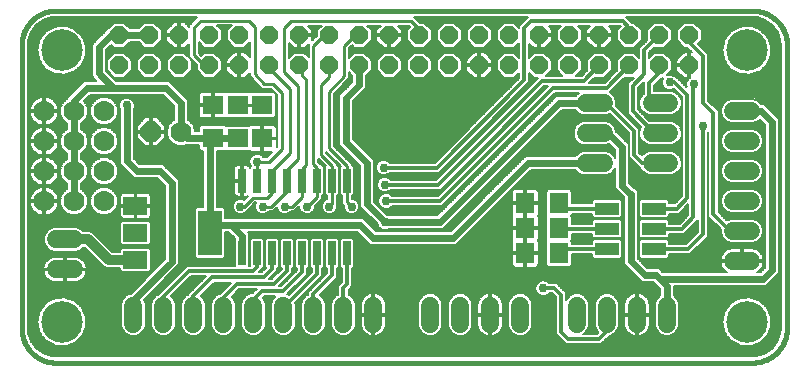
<source format=gtl>
G75*
%MOIN*%
%OFA0B0*%
%FSLAX25Y25*%
%IPPOS*%
%LPD*%
%AMOC8*
5,1,8,0,0,1.08239X$1,22.5*
%
%ADD10C,0.01600*%
%ADD11R,0.07087X0.06299*%
%ADD12OC8,0.06000*%
%ADD13R,0.07098X0.06299*%
%ADD14OC8,0.07000*%
%ADD15C,0.07000*%
%ADD16R,0.02600X0.08000*%
%ADD17C,0.05937*%
%ADD18R,0.07874X0.05906*%
%ADD19R,0.07874X0.14961*%
%ADD20C,0.06000*%
%ADD21C,0.13843*%
%ADD22R,0.07874X0.04331*%
%ADD23R,0.06299X0.07098*%
%ADD24C,0.00600*%
%ADD25C,0.02400*%
%ADD26C,0.02978*%
%ADD27C,0.01200*%
%ADD28C,0.01000*%
%ADD29C,0.03200*%
D10*
X0015799Y0007181D02*
X0247431Y0007181D01*
X0259424Y0018440D02*
X0259424Y0112975D01*
X0259420Y0113257D01*
X0259410Y0113540D01*
X0259393Y0113822D01*
X0259368Y0114104D01*
X0259337Y0114385D01*
X0259299Y0114665D01*
X0259254Y0114944D01*
X0259202Y0115222D01*
X0259144Y0115499D01*
X0259078Y0115774D01*
X0259006Y0116048D01*
X0258928Y0116319D01*
X0258842Y0116589D01*
X0258750Y0116856D01*
X0258652Y0117121D01*
X0258547Y0117384D01*
X0258435Y0117644D01*
X0258318Y0117901D01*
X0258194Y0118155D01*
X0258063Y0118406D01*
X0257927Y0118654D01*
X0257785Y0118898D01*
X0257636Y0119139D01*
X0257482Y0119376D01*
X0257322Y0119609D01*
X0257157Y0119839D01*
X0256986Y0120064D01*
X0256809Y0120285D01*
X0256627Y0120501D01*
X0256440Y0120713D01*
X0256247Y0120920D01*
X0256050Y0121123D01*
X0255848Y0121320D01*
X0255641Y0121513D01*
X0255429Y0121700D01*
X0255213Y0121882D01*
X0254992Y0122059D01*
X0254767Y0122231D01*
X0254538Y0122396D01*
X0254305Y0122557D01*
X0254068Y0122711D01*
X0253827Y0122859D01*
X0253583Y0123002D01*
X0253335Y0123138D01*
X0253084Y0123269D01*
X0252830Y0123393D01*
X0252573Y0123511D01*
X0252314Y0123623D01*
X0252051Y0123728D01*
X0251786Y0123827D01*
X0251519Y0123919D01*
X0251249Y0124004D01*
X0250978Y0124084D01*
X0250704Y0124156D01*
X0250429Y0124221D01*
X0250153Y0124280D01*
X0249875Y0124332D01*
X0249596Y0124377D01*
X0249315Y0124416D01*
X0249034Y0124447D01*
X0248753Y0124472D01*
X0248470Y0124489D01*
X0248188Y0124500D01*
X0247905Y0124504D01*
X0015709Y0124504D01*
X0015433Y0124500D01*
X0015157Y0124490D01*
X0014881Y0124473D01*
X0014606Y0124449D01*
X0014332Y0124419D01*
X0014058Y0124382D01*
X0013785Y0124339D01*
X0013514Y0124289D01*
X0013244Y0124232D01*
X0012975Y0124169D01*
X0012708Y0124099D01*
X0012442Y0124023D01*
X0012179Y0123941D01*
X0011917Y0123852D01*
X0011658Y0123757D01*
X0011401Y0123655D01*
X0011147Y0123548D01*
X0010895Y0123434D01*
X0010647Y0123314D01*
X0010401Y0123188D01*
X0010158Y0123057D01*
X0009919Y0122919D01*
X0009683Y0122776D01*
X0009450Y0122627D01*
X0009221Y0122473D01*
X0008996Y0122313D01*
X0008775Y0122147D01*
X0008558Y0121977D01*
X0008345Y0121801D01*
X0008137Y0121620D01*
X0007932Y0121434D01*
X0007733Y0121243D01*
X0007538Y0121048D01*
X0007348Y0120847D01*
X0007163Y0120643D01*
X0006982Y0120433D01*
X0006807Y0120220D01*
X0006638Y0120002D01*
X0006473Y0119781D01*
X0006314Y0119555D01*
X0006160Y0119325D01*
X0006012Y0119092D01*
X0005870Y0118856D01*
X0005733Y0118616D01*
X0005602Y0118373D01*
X0005478Y0118126D01*
X0005359Y0117877D01*
X0005246Y0117625D01*
X0005139Y0117370D01*
X0005039Y0117113D01*
X0004945Y0116854D01*
X0004857Y0116592D01*
X0004775Y0116328D01*
X0004700Y0116062D01*
X0004631Y0115795D01*
X0004569Y0115526D01*
X0004513Y0115256D01*
X0004464Y0114984D01*
X0004422Y0114711D01*
X0004386Y0114437D01*
X0004357Y0114163D01*
X0004334Y0113888D01*
X0004318Y0113612D01*
X0004309Y0113336D01*
X0004306Y0113060D01*
X0004306Y0018474D01*
X0004312Y0018199D01*
X0004325Y0017924D01*
X0004344Y0017649D01*
X0004369Y0017375D01*
X0004402Y0017102D01*
X0004440Y0016829D01*
X0004486Y0016557D01*
X0004538Y0016287D01*
X0004596Y0016018D01*
X0004661Y0015750D01*
X0004733Y0015485D01*
X0004811Y0015221D01*
X0004895Y0014958D01*
X0004985Y0014698D01*
X0005082Y0014441D01*
X0005185Y0014185D01*
X0005294Y0013933D01*
X0005410Y0013682D01*
X0005531Y0013435D01*
X0005658Y0013191D01*
X0005791Y0012950D01*
X0005930Y0012712D01*
X0006074Y0012478D01*
X0006224Y0012247D01*
X0006380Y0012020D01*
X0006541Y0011797D01*
X0006707Y0011577D01*
X0006879Y0011362D01*
X0007056Y0011151D01*
X0007238Y0010944D01*
X0007425Y0010742D01*
X0007616Y0010545D01*
X0007813Y0010352D01*
X0008014Y0010163D01*
X0008219Y0009980D01*
X0008429Y0009802D01*
X0008643Y0009629D01*
X0008861Y0009461D01*
X0009084Y0009298D01*
X0009310Y0009141D01*
X0009539Y0008990D01*
X0009773Y0008844D01*
X0010010Y0008703D01*
X0010250Y0008569D01*
X0010493Y0008440D01*
X0010740Y0008317D01*
X0010989Y0008200D01*
X0011241Y0008089D01*
X0011496Y0007985D01*
X0011753Y0007886D01*
X0012012Y0007794D01*
X0012274Y0007708D01*
X0012537Y0007629D01*
X0012803Y0007555D01*
X0013070Y0007489D01*
X0013338Y0007428D01*
X0013608Y0007374D01*
X0013880Y0007327D01*
X0014152Y0007287D01*
X0014425Y0007252D01*
X0014699Y0007225D01*
X0014974Y0007204D01*
X0015248Y0007190D01*
X0015524Y0007182D01*
X0015799Y0007181D01*
X0247432Y0007181D02*
X0247713Y0007175D01*
X0247994Y0007177D01*
X0248275Y0007185D01*
X0248555Y0007200D01*
X0248836Y0007221D01*
X0249115Y0007250D01*
X0249394Y0007285D01*
X0249672Y0007327D01*
X0249949Y0007375D01*
X0250225Y0007431D01*
X0250499Y0007493D01*
X0250771Y0007561D01*
X0251042Y0007636D01*
X0251311Y0007718D01*
X0251578Y0007806D01*
X0251843Y0007901D01*
X0252105Y0008001D01*
X0252365Y0008109D01*
X0252622Y0008222D01*
X0252877Y0008342D01*
X0253128Y0008468D01*
X0253376Y0008599D01*
X0253621Y0008737D01*
X0253863Y0008881D01*
X0254101Y0009030D01*
X0254336Y0009185D01*
X0254566Y0009346D01*
X0254793Y0009512D01*
X0255015Y0009684D01*
X0255234Y0009861D01*
X0255448Y0010043D01*
X0255657Y0010231D01*
X0255862Y0010423D01*
X0256062Y0010620D01*
X0256258Y0010822D01*
X0256448Y0011029D01*
X0256634Y0011240D01*
X0256814Y0011456D01*
X0256989Y0011676D01*
X0257159Y0011900D01*
X0257323Y0012128D01*
X0257481Y0012361D01*
X0257634Y0012596D01*
X0257781Y0012836D01*
X0257923Y0013079D01*
X0258058Y0013325D01*
X0258188Y0013575D01*
X0258311Y0013827D01*
X0258428Y0014083D01*
X0258539Y0014341D01*
X0258644Y0014602D01*
X0258743Y0014865D01*
X0258835Y0015131D01*
X0258920Y0015398D01*
X0258999Y0015668D01*
X0259072Y0015940D01*
X0259138Y0016213D01*
X0259197Y0016488D01*
X0259250Y0016764D01*
X0259296Y0017041D01*
X0259335Y0017319D01*
X0259368Y0017598D01*
X0259394Y0017878D01*
X0259413Y0018159D01*
X0259425Y0018440D01*
D11*
X0068159Y0082014D03*
X0068159Y0093038D03*
D12*
X0066865Y0106323D03*
X0056865Y0106323D03*
X0046865Y0106323D03*
X0036865Y0106323D03*
X0036865Y0116323D03*
X0046865Y0116323D03*
X0056865Y0116323D03*
X0066865Y0116323D03*
X0076865Y0116323D03*
X0086865Y0116323D03*
X0096865Y0116323D03*
X0106865Y0116323D03*
X0116865Y0116323D03*
X0126865Y0116323D03*
X0136865Y0116323D03*
X0146865Y0116323D03*
X0156865Y0116323D03*
X0166865Y0116323D03*
X0176865Y0116323D03*
X0186865Y0116323D03*
X0196865Y0116323D03*
X0206865Y0116323D03*
X0216865Y0116323D03*
X0226865Y0116323D03*
X0226865Y0106323D03*
X0216865Y0106323D03*
X0206865Y0106323D03*
X0196865Y0106323D03*
X0186865Y0106323D03*
X0176865Y0106323D03*
X0166865Y0106323D03*
X0156865Y0106323D03*
X0146865Y0106323D03*
X0136865Y0106323D03*
X0126865Y0106323D03*
X0116865Y0106323D03*
X0106865Y0106323D03*
X0096865Y0106323D03*
X0086865Y0106323D03*
X0076865Y0106323D03*
D13*
X0076478Y0093124D03*
X0084448Y0093124D03*
X0084448Y0081927D03*
X0076478Y0081927D03*
D14*
X0047422Y0084124D03*
D15*
X0057422Y0084124D03*
X0031823Y0081001D03*
X0021823Y0081001D03*
X0011823Y0081001D03*
X0011823Y0091001D03*
X0021823Y0091001D03*
X0031823Y0091001D03*
X0031823Y0071001D03*
X0021823Y0071001D03*
X0011823Y0071001D03*
X0011823Y0061001D03*
X0021823Y0061001D03*
X0031823Y0061001D03*
D16*
X0077748Y0067823D03*
X0082748Y0067823D03*
X0087748Y0067823D03*
X0092748Y0067823D03*
X0097748Y0067823D03*
X0102748Y0067823D03*
X0107748Y0067823D03*
X0112748Y0067823D03*
X0112748Y0043623D03*
X0107748Y0043623D03*
X0102748Y0043623D03*
X0097748Y0043623D03*
X0092748Y0043623D03*
X0087748Y0043623D03*
X0082748Y0043623D03*
X0077748Y0043623D03*
D17*
X0081548Y0026159D02*
X0081548Y0020222D01*
X0071548Y0020222D02*
X0071548Y0026159D01*
X0061548Y0026159D02*
X0061548Y0020222D01*
X0051548Y0020222D02*
X0051548Y0026159D01*
X0041548Y0026159D02*
X0041548Y0020222D01*
X0021743Y0038253D02*
X0015806Y0038253D01*
X0015806Y0048253D02*
X0021743Y0048253D01*
X0091548Y0026159D02*
X0091548Y0020222D01*
X0101548Y0020222D02*
X0101548Y0026159D01*
X0111548Y0026159D02*
X0111548Y0020222D01*
X0121548Y0020222D02*
X0121548Y0026159D01*
X0140478Y0026159D02*
X0140478Y0020222D01*
X0150478Y0020222D02*
X0150478Y0026159D01*
X0160478Y0026159D02*
X0160478Y0020222D01*
X0170478Y0020222D02*
X0170478Y0026159D01*
X0189408Y0026159D02*
X0189408Y0020222D01*
X0199408Y0020222D02*
X0199408Y0026159D01*
X0209408Y0026159D02*
X0209408Y0020222D01*
X0219408Y0020222D02*
X0219408Y0026159D01*
X0241479Y0041047D02*
X0247416Y0041047D01*
X0247416Y0051047D02*
X0241479Y0051047D01*
X0241479Y0061047D02*
X0247416Y0061047D01*
X0247416Y0071047D02*
X0241479Y0071047D01*
X0241479Y0081047D02*
X0247416Y0081047D01*
X0247416Y0091047D02*
X0241479Y0091047D01*
X0220209Y0093692D02*
X0214272Y0093692D01*
X0214272Y0083692D02*
X0220209Y0083692D01*
X0220209Y0073692D02*
X0214272Y0073692D01*
D18*
X0042246Y0059478D03*
X0042246Y0050423D03*
X0042246Y0041368D03*
D19*
X0067050Y0050423D03*
D20*
X0192392Y0073692D02*
X0198392Y0073692D01*
X0198392Y0083692D02*
X0192392Y0083692D01*
X0192392Y0093692D02*
X0198392Y0093692D01*
D21*
X0246039Y0111323D03*
X0246039Y0020772D03*
X0017692Y0020772D03*
X0017692Y0111323D03*
D22*
X0199412Y0058537D03*
X0199412Y0051844D03*
X0199412Y0045151D03*
X0215160Y0045151D03*
X0215160Y0051844D03*
X0215160Y0058537D03*
D23*
X0183360Y0060271D03*
X0172164Y0060271D03*
X0172164Y0051980D03*
X0183360Y0051980D03*
X0183360Y0043688D03*
X0172164Y0043688D03*
D24*
X0172464Y0043502D02*
X0179104Y0043502D01*
X0179104Y0042904D02*
X0176613Y0042904D01*
X0176613Y0043389D02*
X0172464Y0043389D01*
X0172464Y0043988D01*
X0176613Y0043988D01*
X0176613Y0047409D01*
X0176525Y0047739D01*
X0176470Y0047834D01*
X0176525Y0047929D01*
X0176613Y0048259D01*
X0176613Y0051680D01*
X0172464Y0051680D01*
X0172464Y0052280D01*
X0176613Y0052280D01*
X0176613Y0055700D01*
X0176525Y0056031D01*
X0176470Y0056125D01*
X0176525Y0056220D01*
X0176613Y0056551D01*
X0176613Y0059971D01*
X0172464Y0059971D01*
X0172464Y0060571D01*
X0176613Y0060571D01*
X0176613Y0063991D01*
X0176525Y0064322D01*
X0176353Y0064618D01*
X0176111Y0064860D01*
X0175815Y0065032D01*
X0175484Y0065120D01*
X0172464Y0065120D01*
X0172464Y0060571D01*
X0171864Y0060571D01*
X0171864Y0065120D01*
X0168843Y0065120D01*
X0168512Y0065032D01*
X0168216Y0064860D01*
X0167974Y0064618D01*
X0167803Y0064322D01*
X0167714Y0063991D01*
X0167714Y0060571D01*
X0171864Y0060571D01*
X0171864Y0059971D01*
X0172464Y0059971D01*
X0172464Y0055422D01*
X0172464Y0052280D01*
X0171864Y0052280D01*
X0171864Y0059971D01*
X0167714Y0059971D01*
X0167714Y0056551D01*
X0167803Y0056220D01*
X0167857Y0056125D01*
X0167803Y0056031D01*
X0167714Y0055700D01*
X0167714Y0052280D01*
X0171864Y0052280D01*
X0171864Y0051680D01*
X0172464Y0051680D01*
X0172464Y0043989D01*
X0171864Y0043989D01*
X0171864Y0047131D01*
X0171864Y0051680D01*
X0167714Y0051680D01*
X0167714Y0048259D01*
X0167803Y0047929D01*
X0167857Y0047834D01*
X0167803Y0047739D01*
X0167714Y0047409D01*
X0167714Y0043988D01*
X0171864Y0043988D01*
X0171864Y0043389D01*
X0167714Y0043389D01*
X0167714Y0039968D01*
X0167803Y0039638D01*
X0167974Y0039341D01*
X0168216Y0039099D01*
X0168512Y0038928D01*
X0168843Y0038839D01*
X0171864Y0038839D01*
X0171864Y0043388D01*
X0172464Y0043388D01*
X0172464Y0038839D01*
X0175484Y0038839D01*
X0175815Y0038928D01*
X0176111Y0039099D01*
X0176353Y0039341D01*
X0176525Y0039638D01*
X0176613Y0039968D01*
X0176613Y0043389D01*
X0176613Y0044101D02*
X0179104Y0044101D01*
X0179104Y0044699D02*
X0176613Y0044699D01*
X0176613Y0045298D02*
X0179104Y0045298D01*
X0179104Y0045896D02*
X0176613Y0045896D01*
X0176613Y0046495D02*
X0179104Y0046495D01*
X0179104Y0047093D02*
X0176613Y0047093D01*
X0176537Y0047692D02*
X0179104Y0047692D01*
X0179104Y0047696D02*
X0179104Y0039681D01*
X0179752Y0039032D01*
X0186969Y0039032D01*
X0187617Y0039681D01*
X0187617Y0043444D01*
X0194368Y0043444D01*
X0194368Y0042527D01*
X0195016Y0041879D01*
X0203808Y0041879D01*
X0204456Y0042527D01*
X0204456Y0047775D01*
X0203808Y0048424D01*
X0195016Y0048424D01*
X0194368Y0047775D01*
X0194368Y0046858D01*
X0187617Y0046858D01*
X0187617Y0047696D01*
X0187479Y0047834D01*
X0187617Y0047972D01*
X0187617Y0050137D01*
X0194368Y0050137D01*
X0194368Y0049220D01*
X0195016Y0048572D01*
X0203808Y0048572D01*
X0204456Y0049220D01*
X0204456Y0054468D01*
X0203808Y0055116D01*
X0195016Y0055116D01*
X0194368Y0054468D01*
X0194368Y0053551D01*
X0187617Y0053551D01*
X0187617Y0055988D01*
X0187479Y0056125D01*
X0187617Y0056263D01*
X0187617Y0056830D01*
X0194368Y0056830D01*
X0194368Y0055913D01*
X0195016Y0055264D01*
X0203808Y0055264D01*
X0204456Y0055913D01*
X0204456Y0061161D01*
X0203808Y0061809D01*
X0195016Y0061809D01*
X0194368Y0061161D01*
X0194368Y0060244D01*
X0187617Y0060244D01*
X0187617Y0064279D01*
X0186969Y0064927D01*
X0179752Y0064927D01*
X0179104Y0064279D01*
X0179104Y0056263D01*
X0179242Y0056125D01*
X0179104Y0055988D01*
X0179104Y0047972D01*
X0179242Y0047834D01*
X0179104Y0047696D01*
X0179104Y0048291D02*
X0176613Y0048291D01*
X0176613Y0048889D02*
X0179104Y0048889D01*
X0179104Y0049488D02*
X0176613Y0049488D01*
X0176613Y0050086D02*
X0179104Y0050086D01*
X0179104Y0050685D02*
X0176613Y0050685D01*
X0176613Y0051283D02*
X0179104Y0051283D01*
X0179104Y0051882D02*
X0172464Y0051882D01*
X0172464Y0052480D02*
X0171864Y0052480D01*
X0171864Y0051882D02*
X0154658Y0051882D01*
X0155257Y0052480D02*
X0167714Y0052480D01*
X0167714Y0053079D02*
X0155855Y0053079D01*
X0156454Y0053677D02*
X0167714Y0053677D01*
X0167714Y0054276D02*
X0157052Y0054276D01*
X0157651Y0054874D02*
X0167714Y0054874D01*
X0167714Y0055473D02*
X0158249Y0055473D01*
X0158848Y0056071D02*
X0167826Y0056071D01*
X0167714Y0056670D02*
X0159446Y0056670D01*
X0160045Y0057268D02*
X0167714Y0057268D01*
X0167714Y0057867D02*
X0160643Y0057867D01*
X0161242Y0058465D02*
X0167714Y0058465D01*
X0167714Y0059064D02*
X0161840Y0059064D01*
X0162439Y0059662D02*
X0167714Y0059662D01*
X0167714Y0060859D02*
X0163636Y0060859D01*
X0163037Y0060261D02*
X0171864Y0060261D01*
X0171864Y0060859D02*
X0172464Y0060859D01*
X0172464Y0060261D02*
X0179104Y0060261D01*
X0179104Y0060859D02*
X0176613Y0060859D01*
X0176613Y0061458D02*
X0179104Y0061458D01*
X0179104Y0062056D02*
X0176613Y0062056D01*
X0176613Y0062655D02*
X0179104Y0062655D01*
X0179104Y0063253D02*
X0176613Y0063253D01*
X0176613Y0063852D02*
X0179104Y0063852D01*
X0179275Y0064450D02*
X0176450Y0064450D01*
X0175751Y0065049D02*
X0202347Y0065049D01*
X0202120Y0065276D02*
X0203471Y0063925D01*
X0204984Y0062412D01*
X0204984Y0040017D01*
X0210988Y0034013D01*
X0214863Y0034013D01*
X0214886Y0033990D01*
X0217101Y0031775D01*
X0217101Y0029614D01*
X0217099Y0029614D01*
X0215953Y0028467D01*
X0215332Y0026969D01*
X0215332Y0019411D01*
X0215953Y0017913D01*
X0217099Y0016767D01*
X0218597Y0016146D01*
X0220219Y0016146D01*
X0221717Y0016767D01*
X0222863Y0017913D01*
X0223483Y0019411D01*
X0223483Y0026969D01*
X0222863Y0028467D01*
X0221717Y0029614D01*
X0221715Y0029614D01*
X0221715Y0032639D01*
X0252452Y0032639D01*
X0253803Y0033990D01*
X0256855Y0037042D01*
X0256855Y0088268D01*
X0255504Y0089619D01*
X0251768Y0093354D01*
X0250872Y0093354D01*
X0250872Y0093356D01*
X0249725Y0094503D01*
X0248227Y0095123D01*
X0240669Y0095123D01*
X0239171Y0094503D01*
X0238024Y0093356D01*
X0237404Y0091858D01*
X0237404Y0090237D01*
X0238024Y0088739D01*
X0239171Y0087592D01*
X0240669Y0086972D01*
X0248227Y0086972D01*
X0249725Y0087592D01*
X0250365Y0088232D01*
X0252241Y0086356D01*
X0252241Y0038954D01*
X0250540Y0037253D01*
X0249372Y0037253D01*
X0249654Y0037397D01*
X0250197Y0037792D01*
X0250672Y0038267D01*
X0251067Y0038810D01*
X0251372Y0039409D01*
X0251580Y0040048D01*
X0251685Y0040711D01*
X0251685Y0040747D01*
X0244748Y0040747D01*
X0244748Y0041347D01*
X0251685Y0041347D01*
X0251685Y0041383D01*
X0251580Y0042047D01*
X0251372Y0042686D01*
X0251067Y0043285D01*
X0250672Y0043828D01*
X0250197Y0044303D01*
X0249654Y0044698D01*
X0249055Y0045003D01*
X0248416Y0045211D01*
X0247752Y0045316D01*
X0244748Y0045316D01*
X0244748Y0041347D01*
X0244148Y0041347D01*
X0244148Y0040747D01*
X0237211Y0040747D01*
X0237211Y0040711D01*
X0237316Y0040048D01*
X0237524Y0039409D01*
X0237829Y0038810D01*
X0238224Y0038267D01*
X0238699Y0037792D01*
X0239242Y0037397D01*
X0239524Y0037253D01*
X0218149Y0037253D01*
X0216775Y0038627D01*
X0212900Y0038627D01*
X0209598Y0041929D01*
X0209598Y0064471D01*
X0208247Y0065822D01*
X0208100Y0065822D01*
X0206734Y0067188D01*
X0206734Y0080042D01*
X0202499Y0084277D01*
X0202499Y0084509D01*
X0201874Y0086019D01*
X0200718Y0087174D01*
X0199209Y0087800D01*
X0191575Y0087800D01*
X0190066Y0087174D01*
X0188910Y0086019D01*
X0188285Y0084509D01*
X0188285Y0082876D01*
X0188910Y0081366D01*
X0190066Y0080211D01*
X0191575Y0079585D01*
X0199209Y0079585D01*
X0200238Y0080012D01*
X0200239Y0080012D01*
X0200238Y0080012D02*
X0202120Y0078130D01*
X0202120Y0075425D01*
X0201874Y0076019D01*
X0200718Y0077174D01*
X0199209Y0077800D01*
X0191575Y0077800D01*
X0190066Y0077174D01*
X0188910Y0076019D01*
X0188902Y0076000D01*
X0172251Y0076000D01*
X0147296Y0051045D01*
X0122442Y0051045D01*
X0118015Y0055472D01*
X0072094Y0055472D01*
X0072094Y0058362D01*
X0071445Y0059010D01*
X0069357Y0059010D01*
X0069357Y0077757D01*
X0072161Y0077757D01*
X0072273Y0077869D01*
X0072471Y0077671D01*
X0080216Y0077671D01*
X0080397Y0077566D01*
X0080728Y0077478D01*
X0084148Y0077478D01*
X0084148Y0081627D01*
X0084748Y0081627D01*
X0084748Y0077478D01*
X0087715Y0077478D01*
X0086023Y0075786D01*
X0084875Y0075786D01*
X0084282Y0076380D01*
X0083327Y0076775D01*
X0082295Y0076775D01*
X0081340Y0076380D01*
X0080610Y0075650D01*
X0080215Y0074695D01*
X0080215Y0073663D01*
X0080610Y0072708D01*
X0080689Y0072630D01*
X0080341Y0072282D01*
X0080341Y0072021D01*
X0080259Y0072325D01*
X0080088Y0072621D01*
X0079846Y0072863D01*
X0079550Y0073034D01*
X0079219Y0073123D01*
X0078048Y0073123D01*
X0078048Y0068123D01*
X0077448Y0068123D01*
X0077448Y0073123D01*
X0076277Y0073123D01*
X0075946Y0073034D01*
X0075650Y0072863D01*
X0075408Y0072621D01*
X0075237Y0072325D01*
X0075148Y0071994D01*
X0075148Y0068123D01*
X0077448Y0068123D01*
X0077448Y0067523D01*
X0078048Y0067523D01*
X0078048Y0062523D01*
X0079219Y0062523D01*
X0079550Y0062612D01*
X0079598Y0062640D01*
X0078455Y0061497D01*
X0077725Y0061799D01*
X0076692Y0061799D01*
X0075738Y0061404D01*
X0075008Y0060674D01*
X0074613Y0059720D01*
X0074613Y0058687D01*
X0075008Y0057733D01*
X0075738Y0057002D01*
X0076692Y0056607D01*
X0077725Y0056607D01*
X0078679Y0057002D01*
X0079409Y0057733D01*
X0079532Y0058027D01*
X0080042Y0058538D01*
X0082075Y0060571D01*
X0082377Y0060571D01*
X0082024Y0059720D01*
X0082024Y0058687D01*
X0082419Y0057733D01*
X0083150Y0057002D01*
X0084104Y0056607D01*
X0085137Y0056607D01*
X0086091Y0057002D01*
X0086685Y0057596D01*
X0088121Y0057596D01*
X0089436Y0058911D01*
X0089436Y0058687D01*
X0089831Y0057733D01*
X0090561Y0057002D01*
X0091516Y0056607D01*
X0092548Y0056607D01*
X0093503Y0057002D01*
X0094096Y0057596D01*
X0095069Y0057596D01*
X0096848Y0059375D01*
X0096848Y0058687D01*
X0097243Y0057733D01*
X0097973Y0057002D01*
X0098927Y0056607D01*
X0099960Y0056607D01*
X0100914Y0057002D01*
X0101644Y0057733D01*
X0102040Y0058687D01*
X0102040Y0059527D01*
X0104355Y0061842D01*
X0104355Y0062716D01*
X0104507Y0062716D01*
X0105155Y0063364D01*
X0105155Y0072282D01*
X0104507Y0072930D01*
X0104271Y0072930D01*
X0103151Y0074050D01*
X0103151Y0075197D01*
X0103410Y0074938D01*
X0105704Y0072644D01*
X0105341Y0072282D01*
X0105341Y0063364D01*
X0105989Y0062716D01*
X0106141Y0062716D01*
X0106141Y0061717D01*
X0105385Y0061404D01*
X0104654Y0060674D01*
X0104259Y0059720D01*
X0104259Y0058687D01*
X0104654Y0057733D01*
X0105385Y0057002D01*
X0106339Y0056607D01*
X0107372Y0056607D01*
X0108326Y0057002D01*
X0109056Y0057733D01*
X0109451Y0058687D01*
X0109451Y0059720D01*
X0109355Y0059952D01*
X0109355Y0062716D01*
X0109507Y0062716D01*
X0110155Y0063364D01*
X0110155Y0072282D01*
X0109507Y0072930D01*
X0109355Y0072930D01*
X0109355Y0073539D01*
X0105683Y0077211D01*
X0105683Y0077536D01*
X0106002Y0077217D01*
X0110639Y0072580D01*
X0110341Y0072282D01*
X0110341Y0063364D01*
X0110989Y0062716D01*
X0111141Y0062716D01*
X0111141Y0060057D01*
X0111671Y0059527D01*
X0111671Y0058687D01*
X0112066Y0057733D01*
X0112796Y0057002D01*
X0113751Y0056607D01*
X0114783Y0056607D01*
X0115738Y0057002D01*
X0116468Y0057733D01*
X0116863Y0058687D01*
X0116863Y0059720D01*
X0116468Y0060674D01*
X0115738Y0061404D01*
X0114783Y0061799D01*
X0114355Y0061799D01*
X0114355Y0062716D01*
X0114507Y0062716D01*
X0115155Y0063364D01*
X0115155Y0072282D01*
X0114507Y0072930D01*
X0114355Y0072930D01*
X0114355Y0073410D01*
X0108275Y0079490D01*
X0108275Y0096868D01*
X0113442Y0102035D01*
X0113442Y0103938D01*
X0114558Y0102822D01*
X0114558Y0100763D01*
X0111429Y0097634D01*
X0110078Y0096282D01*
X0110078Y0079873D01*
X0111429Y0078522D01*
X0117252Y0072699D01*
X0117252Y0058946D01*
X0122942Y0053256D01*
X0123231Y0052558D01*
X0123961Y0051828D01*
X0124916Y0051433D01*
X0125948Y0051433D01*
X0126646Y0051722D01*
X0144809Y0051722D01*
X0146160Y0053073D01*
X0184472Y0091385D01*
X0188902Y0091385D01*
X0188910Y0091366D01*
X0190066Y0090211D01*
X0191575Y0089585D01*
X0199209Y0089585D01*
X0200299Y0090037D01*
X0206762Y0083574D01*
X0206762Y0075756D01*
X0207762Y0074756D01*
X0210532Y0071985D01*
X0210568Y0071985D01*
X0210817Y0071384D01*
X0211964Y0070237D01*
X0213462Y0069617D01*
X0221020Y0069617D01*
X0222518Y0070237D01*
X0223665Y0071384D01*
X0224285Y0072882D01*
X0224285Y0074503D01*
X0223665Y0076001D01*
X0222518Y0077148D01*
X0221020Y0077768D01*
X0213462Y0077768D01*
X0211964Y0077148D01*
X0211081Y0076265D01*
X0210176Y0077170D01*
X0210176Y0084988D01*
X0202437Y0092727D01*
X0202499Y0092876D01*
X0202499Y0094509D01*
X0201874Y0096019D01*
X0200718Y0097174D01*
X0200303Y0097346D01*
X0201010Y0098054D01*
X0205172Y0102216D01*
X0208260Y0102216D01*
X0206298Y0100254D01*
X0206298Y0090226D01*
X0207298Y0089226D01*
X0210731Y0085793D01*
X0210197Y0084503D01*
X0210197Y0082882D01*
X0210817Y0081384D01*
X0211964Y0080237D01*
X0213462Y0079617D01*
X0221020Y0079617D01*
X0222518Y0080237D01*
X0223665Y0081384D01*
X0224285Y0082882D01*
X0224285Y0084503D01*
X0223665Y0086001D01*
X0222518Y0087148D01*
X0221020Y0087768D01*
X0213585Y0087768D01*
X0209712Y0091641D01*
X0209712Y0098840D01*
X0211754Y0100882D01*
X0211754Y0096938D01*
X0210817Y0096001D01*
X0210197Y0094503D01*
X0210197Y0092882D01*
X0210817Y0091384D01*
X0211964Y0090237D01*
X0213462Y0089617D01*
X0221020Y0089617D01*
X0222518Y0090237D01*
X0223665Y0091384D01*
X0224285Y0092882D01*
X0224285Y0094503D01*
X0223665Y0096001D01*
X0222518Y0097148D01*
X0221020Y0097768D01*
X0215168Y0097768D01*
X0215168Y0099545D01*
X0217839Y0102216D01*
X0218228Y0102216D01*
X0218113Y0102102D01*
X0217718Y0101147D01*
X0217718Y0100115D01*
X0218113Y0099160D01*
X0218843Y0098430D01*
X0219798Y0098035D01*
X0220830Y0098035D01*
X0221706Y0098398D01*
X0224373Y0095731D01*
X0224373Y0062641D01*
X0221976Y0060244D01*
X0220204Y0060244D01*
X0220204Y0061161D01*
X0219556Y0061809D01*
X0210764Y0061809D01*
X0210116Y0061161D01*
X0210116Y0055913D01*
X0210764Y0055264D01*
X0219556Y0055264D01*
X0220204Y0055913D01*
X0220204Y0056830D01*
X0223390Y0056830D01*
X0226507Y0059947D01*
X0226507Y0056345D01*
X0223713Y0053551D01*
X0220204Y0053551D01*
X0220204Y0054468D01*
X0219556Y0055116D01*
X0210764Y0055116D01*
X0210116Y0054468D01*
X0210116Y0049220D01*
X0210764Y0048572D01*
X0219556Y0048572D01*
X0220204Y0049220D01*
X0220204Y0050137D01*
X0225127Y0050137D01*
X0229598Y0054608D01*
X0229598Y0050631D01*
X0225825Y0046858D01*
X0220204Y0046858D01*
X0220204Y0047775D01*
X0219556Y0048424D01*
X0210764Y0048424D01*
X0210116Y0047775D01*
X0210116Y0042527D01*
X0210764Y0041879D01*
X0219556Y0041879D01*
X0220204Y0042527D01*
X0220204Y0043444D01*
X0227239Y0043444D01*
X0233012Y0049217D01*
X0233012Y0083939D01*
X0233199Y0084126D01*
X0233199Y0055897D01*
X0237404Y0051692D01*
X0237404Y0050237D01*
X0238024Y0048739D01*
X0239171Y0047592D01*
X0240669Y0046972D01*
X0248227Y0046972D01*
X0249725Y0047592D01*
X0250872Y0048739D01*
X0251492Y0050237D01*
X0251492Y0051858D01*
X0250872Y0053356D01*
X0249725Y0054503D01*
X0248227Y0055123D01*
X0240669Y0055123D01*
X0239348Y0054576D01*
X0236613Y0057311D01*
X0236613Y0091133D01*
X0233249Y0094497D01*
X0233249Y0110003D01*
X0229802Y0113451D01*
X0230972Y0114622D01*
X0230972Y0118024D01*
X0228567Y0120430D01*
X0225164Y0120430D01*
X0222758Y0118024D01*
X0222758Y0114622D01*
X0225164Y0112216D01*
X0226208Y0112216D01*
X0227801Y0110623D01*
X0227165Y0110623D01*
X0227165Y0106623D01*
X0226565Y0106623D01*
X0226565Y0106023D01*
X0222565Y0106023D01*
X0222565Y0104542D01*
X0225084Y0102023D01*
X0226565Y0102023D01*
X0226565Y0106023D01*
X0227165Y0106023D01*
X0227165Y0102248D01*
X0226888Y0102133D01*
X0226158Y0101403D01*
X0225763Y0100449D01*
X0225763Y0099416D01*
X0225937Y0098995D01*
X0222594Y0102338D01*
X0222278Y0102338D01*
X0221785Y0102832D01*
X0220830Y0103227D01*
X0219798Y0103227D01*
X0219422Y0103072D01*
X0220972Y0104622D01*
X0220972Y0108024D01*
X0218567Y0110430D01*
X0215164Y0110430D01*
X0213565Y0108831D01*
X0213565Y0110609D01*
X0215172Y0112216D01*
X0218567Y0112216D01*
X0220972Y0114622D01*
X0220972Y0118024D01*
X0218567Y0120430D01*
X0215164Y0120430D01*
X0212758Y0118024D01*
X0212758Y0114630D01*
X0211151Y0113023D01*
X0210151Y0112023D01*
X0210151Y0108846D01*
X0208567Y0110430D01*
X0205164Y0110430D01*
X0202758Y0108024D01*
X0202758Y0104630D01*
X0198596Y0100468D01*
X0193425Y0100468D01*
X0195172Y0102216D01*
X0198567Y0102216D01*
X0200972Y0104622D01*
X0200972Y0108024D01*
X0198567Y0110430D01*
X0195164Y0110430D01*
X0192758Y0108024D01*
X0192758Y0104630D01*
X0190934Y0102806D01*
X0189157Y0102806D01*
X0190972Y0104622D01*
X0190972Y0108024D01*
X0188567Y0110430D01*
X0185164Y0110430D01*
X0182758Y0108024D01*
X0182758Y0104622D01*
X0184574Y0102806D01*
X0179157Y0102806D01*
X0180972Y0104622D01*
X0180972Y0108024D01*
X0178567Y0110430D01*
X0175164Y0110430D01*
X0173561Y0108827D01*
X0173561Y0113546D01*
X0175084Y0112023D01*
X0176565Y0112023D01*
X0176565Y0116023D01*
X0177165Y0116023D01*
X0177165Y0112023D01*
X0178646Y0112023D01*
X0181165Y0114542D01*
X0181165Y0116023D01*
X0177165Y0116023D01*
X0177165Y0116623D01*
X0181165Y0116623D01*
X0181165Y0118104D01*
X0179958Y0119311D01*
X0184045Y0119311D01*
X0182758Y0118024D01*
X0182758Y0114622D01*
X0185164Y0112216D01*
X0188567Y0112216D01*
X0190972Y0114622D01*
X0190972Y0118024D01*
X0189686Y0119311D01*
X0193772Y0119311D01*
X0192565Y0118104D01*
X0192565Y0116623D01*
X0196565Y0116623D01*
X0196565Y0116023D01*
X0192565Y0116023D01*
X0192565Y0114542D01*
X0195084Y0112023D01*
X0196565Y0112023D01*
X0196565Y0116023D01*
X0197165Y0116023D01*
X0197165Y0112023D01*
X0198646Y0112023D01*
X0201165Y0114542D01*
X0201165Y0116023D01*
X0197165Y0116023D01*
X0197165Y0116623D01*
X0201165Y0116623D01*
X0201165Y0118104D01*
X0199958Y0119311D01*
X0204009Y0119311D01*
X0204027Y0119293D01*
X0202758Y0118024D01*
X0202758Y0114622D01*
X0205164Y0112216D01*
X0208567Y0112216D01*
X0210972Y0114622D01*
X0210972Y0118024D01*
X0208567Y0120430D01*
X0207718Y0120430D01*
X0207572Y0120576D01*
X0206423Y0121725D01*
X0206423Y0121725D01*
X0205744Y0122404D01*
X0247903Y0122404D01*
X0249377Y0122287D01*
X0252180Y0121373D01*
X0254565Y0119638D01*
X0256297Y0117253D01*
X0257208Y0114448D01*
X0257324Y0112974D01*
X0257324Y0018496D01*
X0257161Y0017019D01*
X0256150Y0014214D01*
X0254322Y0011858D01*
X0251856Y0010182D01*
X0248992Y0009350D01*
X0247520Y0009281D01*
X0247465Y0009281D01*
X0246628Y0009308D01*
X0246600Y0009281D01*
X0016658Y0009281D01*
X0016650Y0009289D01*
X0015790Y0009281D01*
X0015779Y0009281D01*
X0014326Y0009383D01*
X0011553Y0010257D01*
X0009186Y0011945D01*
X0007456Y0014283D01*
X0006533Y0017040D01*
X0006406Y0018492D01*
X0006406Y0112193D01*
X0006408Y0112196D01*
X0006406Y0113061D01*
X0006406Y0113066D01*
X0006517Y0114524D01*
X0007413Y0117301D01*
X0009123Y0119664D01*
X0011480Y0121382D01*
X0014253Y0122288D01*
X0015711Y0122404D01*
X0062914Y0122404D01*
X0060120Y0119610D01*
X0060120Y0119149D01*
X0058646Y0120623D01*
X0057165Y0120623D01*
X0057165Y0116623D01*
X0056565Y0116623D01*
X0056565Y0116023D01*
X0052565Y0116023D01*
X0052565Y0114542D01*
X0055084Y0112023D01*
X0056565Y0112023D01*
X0056565Y0116023D01*
X0057165Y0116023D01*
X0057165Y0112023D01*
X0058646Y0112023D01*
X0060120Y0113496D01*
X0060120Y0108920D01*
X0062758Y0106281D01*
X0062758Y0104622D01*
X0065164Y0102216D01*
X0068567Y0102216D01*
X0070972Y0104622D01*
X0070972Y0108024D01*
X0068567Y0110430D01*
X0065164Y0110430D01*
X0064160Y0109426D01*
X0063334Y0110251D01*
X0063334Y0114046D01*
X0065164Y0112216D01*
X0068567Y0112216D01*
X0070972Y0114622D01*
X0070972Y0118024D01*
X0069381Y0119616D01*
X0074350Y0119616D01*
X0072758Y0118024D01*
X0072758Y0114622D01*
X0075164Y0112216D01*
X0078567Y0112216D01*
X0080343Y0113992D01*
X0080343Y0108926D01*
X0078646Y0110623D01*
X0077165Y0110623D01*
X0077165Y0106623D01*
X0076565Y0106623D01*
X0076565Y0106023D01*
X0072565Y0106023D01*
X0072565Y0104542D01*
X0075084Y0102023D01*
X0076565Y0102023D01*
X0076565Y0106023D01*
X0077165Y0106023D01*
X0077165Y0102023D01*
X0078646Y0102023D01*
X0080343Y0103720D01*
X0080343Y0102667D01*
X0083578Y0099432D01*
X0084520Y0098490D01*
X0087506Y0098490D01*
X0089439Y0096557D01*
X0089439Y0079202D01*
X0089297Y0079060D01*
X0089297Y0081627D01*
X0084748Y0081627D01*
X0084748Y0082227D01*
X0089297Y0082227D01*
X0089297Y0085248D01*
X0089209Y0085579D01*
X0089037Y0085875D01*
X0088795Y0086117D01*
X0088499Y0086288D01*
X0088168Y0086377D01*
X0084748Y0086377D01*
X0084748Y0082227D01*
X0084148Y0082227D01*
X0084148Y0086377D01*
X0080728Y0086377D01*
X0080397Y0086288D01*
X0080216Y0086184D01*
X0072471Y0086184D01*
X0072359Y0086073D01*
X0072161Y0086271D01*
X0064157Y0086271D01*
X0063509Y0085622D01*
X0063509Y0084321D01*
X0062029Y0084321D01*
X0062029Y0085040D01*
X0061328Y0086734D01*
X0060032Y0088030D01*
X0059729Y0088155D01*
X0059729Y0094778D01*
X0053408Y0101099D01*
X0035774Y0101099D01*
X0032340Y0104533D01*
X0032340Y0111311D01*
X0034204Y0113176D01*
X0035164Y0112216D01*
X0038567Y0112216D01*
X0040367Y0114016D01*
X0043364Y0114016D01*
X0045164Y0112216D01*
X0048567Y0112216D01*
X0050972Y0114622D01*
X0050972Y0118024D01*
X0048567Y0120430D01*
X0045164Y0120430D01*
X0043364Y0118630D01*
X0040367Y0118630D01*
X0038567Y0120430D01*
X0035164Y0120430D01*
X0033364Y0118630D01*
X0033133Y0118630D01*
X0029077Y0114574D01*
X0027726Y0113223D01*
X0027726Y0102621D01*
X0029248Y0101099D01*
X0025106Y0101099D01*
X0020867Y0096860D01*
X0019516Y0095509D01*
X0019516Y0095032D01*
X0019213Y0094907D01*
X0017917Y0093611D01*
X0017216Y0091917D01*
X0017216Y0090085D01*
X0017917Y0088391D01*
X0019213Y0087095D01*
X0019516Y0086970D01*
X0019516Y0085032D01*
X0019213Y0084907D01*
X0017917Y0083611D01*
X0017216Y0081917D01*
X0017216Y0080085D01*
X0017917Y0078391D01*
X0019213Y0077095D01*
X0019516Y0076970D01*
X0019516Y0075032D01*
X0019213Y0074907D01*
X0017917Y0073611D01*
X0017216Y0071917D01*
X0017216Y0070085D01*
X0017917Y0068391D01*
X0019213Y0067095D01*
X0019516Y0066970D01*
X0019516Y0065032D01*
X0019213Y0064907D01*
X0017917Y0063611D01*
X0017216Y0061917D01*
X0017216Y0060085D01*
X0017917Y0058391D01*
X0019213Y0057095D01*
X0020907Y0056394D01*
X0022739Y0056394D01*
X0024433Y0057095D01*
X0025729Y0058391D01*
X0026430Y0060085D01*
X0026430Y0061917D01*
X0025729Y0063611D01*
X0024433Y0064907D01*
X0024130Y0065032D01*
X0024130Y0066970D01*
X0024433Y0067095D01*
X0025729Y0068391D01*
X0026430Y0070085D01*
X0026430Y0071917D01*
X0025729Y0073611D01*
X0024433Y0074907D01*
X0024130Y0075032D01*
X0024130Y0076970D01*
X0024433Y0077095D01*
X0025729Y0078391D01*
X0026430Y0080085D01*
X0026430Y0081917D01*
X0025729Y0083611D01*
X0024433Y0084907D01*
X0024130Y0085032D01*
X0024130Y0086970D01*
X0024433Y0087095D01*
X0025729Y0088391D01*
X0026430Y0090085D01*
X0026430Y0091917D01*
X0025729Y0093611D01*
X0024936Y0094403D01*
X0027018Y0096485D01*
X0033862Y0096485D01*
X0033873Y0096474D01*
X0035785Y0096474D01*
X0035796Y0096485D01*
X0051496Y0096485D01*
X0055115Y0092866D01*
X0055115Y0088155D01*
X0054812Y0088030D01*
X0053516Y0086734D01*
X0052815Y0085040D01*
X0052815Y0083208D01*
X0053516Y0081514D01*
X0054812Y0080218D01*
X0056506Y0079517D01*
X0058338Y0079517D01*
X0058797Y0079707D01*
X0063509Y0079707D01*
X0063509Y0078406D01*
X0064157Y0077757D01*
X0064742Y0077757D01*
X0064742Y0059010D01*
X0062654Y0059010D01*
X0062005Y0058362D01*
X0062005Y0042484D01*
X0062654Y0041836D01*
X0071445Y0041836D01*
X0072094Y0042484D01*
X0072094Y0050858D01*
X0073166Y0050858D01*
X0075441Y0048583D01*
X0075441Y0048182D01*
X0075341Y0048082D01*
X0075341Y0039443D01*
X0059449Y0039443D01*
X0049888Y0029883D01*
X0049239Y0029614D01*
X0048093Y0028467D01*
X0047472Y0026969D01*
X0047472Y0019411D01*
X0048093Y0017913D01*
X0049239Y0016767D01*
X0050737Y0016146D01*
X0052359Y0016146D01*
X0053857Y0016767D01*
X0055003Y0017913D01*
X0055624Y0019411D01*
X0055624Y0026969D01*
X0055003Y0028467D01*
X0054152Y0029318D01*
X0060863Y0036029D01*
X0065800Y0036029D01*
X0059841Y0030070D01*
X0059841Y0029863D01*
X0059239Y0029614D01*
X0058093Y0028467D01*
X0057472Y0026969D01*
X0057472Y0019411D01*
X0058093Y0017913D01*
X0059239Y0016767D01*
X0060737Y0016146D01*
X0062359Y0016146D01*
X0063857Y0016767D01*
X0065003Y0017913D01*
X0065624Y0019411D01*
X0065624Y0026969D01*
X0065003Y0028467D01*
X0064035Y0029436D01*
X0068485Y0033886D01*
X0074151Y0033886D01*
X0070331Y0030066D01*
X0069239Y0029614D01*
X0068093Y0028467D01*
X0067472Y0026969D01*
X0067472Y0019411D01*
X0068093Y0017913D01*
X0069239Y0016767D01*
X0070737Y0016146D01*
X0072359Y0016146D01*
X0073857Y0016767D01*
X0075003Y0017913D01*
X0075624Y0019411D01*
X0075624Y0026969D01*
X0075003Y0028467D01*
X0074282Y0029189D01*
X0076771Y0031678D01*
X0082629Y0031678D01*
X0081185Y0030234D01*
X0080737Y0030234D01*
X0079239Y0029614D01*
X0078093Y0028467D01*
X0077472Y0026969D01*
X0077472Y0019411D01*
X0078093Y0017913D01*
X0079239Y0016767D01*
X0080737Y0016146D01*
X0082359Y0016146D01*
X0083857Y0016767D01*
X0085003Y0017913D01*
X0085624Y0019411D01*
X0085624Y0026969D01*
X0085003Y0028467D01*
X0084625Y0028846D01*
X0085057Y0029278D01*
X0088904Y0029278D01*
X0088093Y0028467D01*
X0087472Y0026969D01*
X0087472Y0019411D01*
X0088093Y0017913D01*
X0089239Y0016767D01*
X0090737Y0016146D01*
X0092359Y0016146D01*
X0093857Y0016767D01*
X0095003Y0017913D01*
X0095624Y0019411D01*
X0095624Y0026969D01*
X0095551Y0027145D01*
X0104455Y0036049D01*
X0104455Y0038516D01*
X0104507Y0038516D01*
X0105155Y0039164D01*
X0105155Y0048082D01*
X0104507Y0048730D01*
X0100989Y0048730D01*
X0100341Y0048082D01*
X0100341Y0039164D01*
X0100989Y0038516D01*
X0101041Y0038516D01*
X0101041Y0037463D01*
X0093386Y0029809D01*
X0092909Y0030006D01*
X0099455Y0036552D01*
X0099455Y0038516D01*
X0099507Y0038516D01*
X0100155Y0039164D01*
X0100155Y0048082D01*
X0099507Y0048730D01*
X0095989Y0048730D01*
X0095341Y0048082D01*
X0095341Y0039164D01*
X0095989Y0038516D01*
X0096041Y0038516D01*
X0096041Y0037966D01*
X0090767Y0032692D01*
X0089994Y0032692D01*
X0094455Y0037153D01*
X0094455Y0038516D01*
X0094507Y0038516D01*
X0095155Y0039164D01*
X0095155Y0048082D01*
X0094507Y0048730D01*
X0090989Y0048730D01*
X0090341Y0048082D01*
X0090341Y0039164D01*
X0090989Y0038516D01*
X0090990Y0038516D01*
X0087566Y0035092D01*
X0086838Y0035092D01*
X0089455Y0037709D01*
X0089455Y0038516D01*
X0089507Y0038516D01*
X0090155Y0039164D01*
X0090155Y0048082D01*
X0089507Y0048730D01*
X0085989Y0048730D01*
X0085341Y0048082D01*
X0085341Y0039164D01*
X0085712Y0038794D01*
X0084218Y0037300D01*
X0083458Y0037300D01*
X0084455Y0038297D01*
X0084455Y0038516D01*
X0084507Y0038516D01*
X0085155Y0039164D01*
X0085155Y0048082D01*
X0084507Y0048730D01*
X0080989Y0048730D01*
X0080341Y0048082D01*
X0080341Y0039443D01*
X0080155Y0039443D01*
X0080155Y0048082D01*
X0080055Y0048182D01*
X0080055Y0050495D01*
X0079692Y0050858D01*
X0116103Y0050858D01*
X0119179Y0047782D01*
X0120530Y0046431D01*
X0149208Y0046431D01*
X0174162Y0071385D01*
X0188902Y0071385D01*
X0188910Y0071366D01*
X0190066Y0070211D01*
X0191575Y0069585D01*
X0199209Y0069585D01*
X0200718Y0070211D01*
X0201874Y0071366D01*
X0202120Y0071960D01*
X0202120Y0065276D01*
X0202120Y0065647D02*
X0168424Y0065647D01*
X0168577Y0065049D02*
X0167826Y0065049D01*
X0167877Y0064450D02*
X0167227Y0064450D01*
X0167714Y0063852D02*
X0166629Y0063852D01*
X0166030Y0063253D02*
X0167714Y0063253D01*
X0167714Y0062655D02*
X0165431Y0062655D01*
X0164833Y0062056D02*
X0167714Y0062056D01*
X0167714Y0061458D02*
X0164234Y0061458D01*
X0160702Y0064450D02*
X0157537Y0064450D01*
X0156939Y0063852D02*
X0160103Y0063852D01*
X0159505Y0063253D02*
X0156340Y0063253D01*
X0155741Y0062655D02*
X0158906Y0062655D01*
X0158308Y0062056D02*
X0155143Y0062056D01*
X0154544Y0061458D02*
X0157709Y0061458D01*
X0157111Y0060859D02*
X0153946Y0060859D01*
X0153347Y0060261D02*
X0156512Y0060261D01*
X0155914Y0059662D02*
X0152749Y0059662D01*
X0152150Y0059064D02*
X0155315Y0059064D01*
X0154716Y0058465D02*
X0151552Y0058465D01*
X0150953Y0057867D02*
X0154118Y0057867D01*
X0153519Y0057268D02*
X0150355Y0057268D01*
X0149756Y0056670D02*
X0152921Y0056670D01*
X0152322Y0056071D02*
X0149158Y0056071D01*
X0148559Y0055473D02*
X0151724Y0055473D01*
X0151125Y0054874D02*
X0147961Y0054874D01*
X0147362Y0054276D02*
X0150527Y0054276D01*
X0149928Y0053677D02*
X0146764Y0053677D01*
X0146165Y0053079D02*
X0149330Y0053079D01*
X0148731Y0052480D02*
X0145567Y0052480D01*
X0144968Y0051882D02*
X0148133Y0051882D01*
X0147534Y0051283D02*
X0122204Y0051283D01*
X0121605Y0051882D02*
X0123908Y0051882D01*
X0123309Y0052480D02*
X0121007Y0052480D01*
X0120408Y0053079D02*
X0123016Y0053079D01*
X0122521Y0053677D02*
X0119810Y0053677D01*
X0119211Y0054276D02*
X0121923Y0054276D01*
X0121324Y0054874D02*
X0118613Y0054874D01*
X0120127Y0056071D02*
X0072094Y0056071D01*
X0072094Y0055473D02*
X0120726Y0055473D01*
X0119529Y0056670D02*
X0114934Y0056670D01*
X0116003Y0057268D02*
X0118930Y0057268D01*
X0118332Y0057867D02*
X0116523Y0057867D01*
X0116771Y0058465D02*
X0117733Y0058465D01*
X0117252Y0059064D02*
X0116863Y0059064D01*
X0116863Y0059662D02*
X0117252Y0059662D01*
X0117252Y0060261D02*
X0116639Y0060261D01*
X0116282Y0060859D02*
X0117252Y0060859D01*
X0117252Y0061458D02*
X0115608Y0061458D01*
X0114355Y0062056D02*
X0117252Y0062056D01*
X0117252Y0062655D02*
X0114355Y0062655D01*
X0115044Y0063253D02*
X0117252Y0063253D01*
X0117252Y0063852D02*
X0115155Y0063852D01*
X0115155Y0064450D02*
X0117252Y0064450D01*
X0117252Y0065049D02*
X0115155Y0065049D01*
X0115155Y0065647D02*
X0117252Y0065647D01*
X0117252Y0066246D02*
X0115155Y0066246D01*
X0115155Y0066844D02*
X0117252Y0066844D01*
X0117252Y0067443D02*
X0115155Y0067443D01*
X0115155Y0068041D02*
X0117252Y0068041D01*
X0117252Y0068640D02*
X0115155Y0068640D01*
X0115155Y0069238D02*
X0117252Y0069238D01*
X0117252Y0069837D02*
X0115155Y0069837D01*
X0115155Y0070435D02*
X0117252Y0070435D01*
X0117252Y0071034D02*
X0115155Y0071034D01*
X0115155Y0071632D02*
X0117252Y0071632D01*
X0117252Y0072231D02*
X0115155Y0072231D01*
X0114607Y0072829D02*
X0117122Y0072829D01*
X0116523Y0073428D02*
X0114337Y0073428D01*
X0113738Y0074026D02*
X0115925Y0074026D01*
X0115326Y0074625D02*
X0113140Y0074625D01*
X0112541Y0075224D02*
X0114728Y0075224D01*
X0114129Y0075822D02*
X0111943Y0075822D01*
X0111344Y0076421D02*
X0113531Y0076421D01*
X0112932Y0077019D02*
X0110746Y0077019D01*
X0110147Y0077618D02*
X0112334Y0077618D01*
X0111735Y0078216D02*
X0109549Y0078216D01*
X0108950Y0078815D02*
X0111137Y0078815D01*
X0110538Y0079413D02*
X0108352Y0079413D01*
X0108275Y0080012D02*
X0110078Y0080012D01*
X0110078Y0080610D02*
X0108275Y0080610D01*
X0108275Y0081209D02*
X0110078Y0081209D01*
X0110078Y0081807D02*
X0108275Y0081807D01*
X0108275Y0082406D02*
X0110078Y0082406D01*
X0110078Y0083004D02*
X0108275Y0083004D01*
X0108275Y0083603D02*
X0110078Y0083603D01*
X0110078Y0084201D02*
X0108275Y0084201D01*
X0108275Y0084800D02*
X0110078Y0084800D01*
X0110078Y0085398D02*
X0108275Y0085398D01*
X0108275Y0085997D02*
X0110078Y0085997D01*
X0110078Y0086595D02*
X0108275Y0086595D01*
X0108275Y0087194D02*
X0110078Y0087194D01*
X0110078Y0087792D02*
X0108275Y0087792D01*
X0108275Y0088391D02*
X0110078Y0088391D01*
X0110078Y0088989D02*
X0108275Y0088989D01*
X0108275Y0089588D02*
X0110078Y0089588D01*
X0110078Y0090186D02*
X0108275Y0090186D01*
X0108275Y0090785D02*
X0110078Y0090785D01*
X0110078Y0091383D02*
X0108275Y0091383D01*
X0108275Y0091982D02*
X0110078Y0091982D01*
X0110078Y0092580D02*
X0108275Y0092580D01*
X0108275Y0093179D02*
X0110078Y0093179D01*
X0110078Y0093777D02*
X0108275Y0093777D01*
X0108275Y0094376D02*
X0110078Y0094376D01*
X0110078Y0094974D02*
X0108275Y0094974D01*
X0108275Y0095573D02*
X0110078Y0095573D01*
X0110078Y0096171D02*
X0108275Y0096171D01*
X0108275Y0096770D02*
X0110566Y0096770D01*
X0111164Y0097368D02*
X0108775Y0097368D01*
X0109374Y0097967D02*
X0111763Y0097967D01*
X0112361Y0098565D02*
X0109972Y0098565D01*
X0110571Y0099164D02*
X0112960Y0099164D01*
X0113558Y0099762D02*
X0111169Y0099762D01*
X0111768Y0100361D02*
X0114157Y0100361D01*
X0114558Y0100959D02*
X0112366Y0100959D01*
X0112965Y0101558D02*
X0114558Y0101558D01*
X0114558Y0102157D02*
X0113442Y0102157D01*
X0113442Y0102755D02*
X0114558Y0102755D01*
X0114026Y0103354D02*
X0113442Y0103354D01*
X0119172Y0102822D02*
X0120972Y0104622D01*
X0120972Y0108024D01*
X0118567Y0110430D01*
X0115164Y0110430D01*
X0113442Y0108708D01*
X0113442Y0112048D01*
X0114387Y0112993D01*
X0115164Y0112216D01*
X0118567Y0112216D01*
X0120972Y0114622D01*
X0120972Y0118024D01*
X0119471Y0119526D01*
X0123987Y0119526D01*
X0122565Y0118104D01*
X0122565Y0116623D01*
X0126565Y0116623D01*
X0126565Y0116023D01*
X0122565Y0116023D01*
X0122565Y0114542D01*
X0125084Y0112023D01*
X0126565Y0112023D01*
X0126565Y0116023D01*
X0127165Y0116023D01*
X0127165Y0112023D01*
X0128646Y0112023D01*
X0131165Y0114542D01*
X0131165Y0116023D01*
X0127165Y0116023D01*
X0127165Y0116623D01*
X0131165Y0116623D01*
X0131165Y0118104D01*
X0129743Y0119526D01*
X0133498Y0119526D01*
X0133879Y0119145D01*
X0132758Y0118024D01*
X0132758Y0114622D01*
X0135164Y0112216D01*
X0138567Y0112216D01*
X0140972Y0114622D01*
X0140972Y0118024D01*
X0138567Y0120430D01*
X0137139Y0120430D01*
X0135770Y0121799D01*
X0135165Y0122404D01*
X0173075Y0122404D01*
X0171147Y0120476D01*
X0170147Y0119476D01*
X0170147Y0118850D01*
X0168567Y0120430D01*
X0165164Y0120430D01*
X0162758Y0118024D01*
X0162758Y0114622D01*
X0165164Y0112216D01*
X0168567Y0112216D01*
X0170147Y0113796D01*
X0170147Y0108850D01*
X0168567Y0110430D01*
X0165164Y0110430D01*
X0162758Y0108024D01*
X0162758Y0104622D01*
X0165164Y0102216D01*
X0168567Y0102216D01*
X0170147Y0103796D01*
X0170147Y0102037D01*
X0141985Y0073875D01*
X0126974Y0073875D01*
X0126481Y0074369D01*
X0125526Y0074764D01*
X0124494Y0074764D01*
X0123539Y0074369D01*
X0122809Y0073639D01*
X0122414Y0072684D01*
X0122414Y0071652D01*
X0122809Y0070697D01*
X0123539Y0069967D01*
X0124494Y0069572D01*
X0125526Y0069572D01*
X0126481Y0069967D01*
X0126974Y0070461D01*
X0143399Y0070461D01*
X0144399Y0071461D01*
X0173561Y0100623D01*
X0173561Y0103819D01*
X0175164Y0102216D01*
X0176544Y0102216D01*
X0142543Y0068216D01*
X0127312Y0068216D01*
X0126819Y0068709D01*
X0125864Y0069105D01*
X0124832Y0069105D01*
X0123877Y0068709D01*
X0123147Y0067979D01*
X0122752Y0067025D01*
X0122752Y0065992D01*
X0123147Y0065038D01*
X0123877Y0064308D01*
X0124832Y0063912D01*
X0125864Y0063912D01*
X0126819Y0064308D01*
X0127312Y0064801D01*
X0143958Y0064801D01*
X0144958Y0065801D01*
X0178548Y0099392D01*
X0179745Y0099392D01*
X0143119Y0062766D01*
X0127733Y0062766D01*
X0127240Y0063260D01*
X0126285Y0063655D01*
X0125253Y0063655D01*
X0124298Y0063260D01*
X0123568Y0062530D01*
X0123173Y0061575D01*
X0123173Y0060543D01*
X0123568Y0059588D01*
X0124298Y0058858D01*
X0125253Y0058463D01*
X0126285Y0058463D01*
X0127240Y0058858D01*
X0127733Y0059352D01*
X0144533Y0059352D01*
X0182235Y0097054D01*
X0189945Y0097054D01*
X0188910Y0096019D01*
X0188902Y0096000D01*
X0182561Y0096000D01*
X0142897Y0056336D01*
X0126646Y0056336D01*
X0126205Y0056519D01*
X0121866Y0060858D01*
X0121866Y0074611D01*
X0114692Y0081785D01*
X0114692Y0094371D01*
X0119172Y0098851D01*
X0119172Y0102822D01*
X0119172Y0102755D02*
X0124625Y0102755D01*
X0125164Y0102216D02*
X0128567Y0102216D01*
X0130972Y0104622D01*
X0130972Y0108024D01*
X0128567Y0110430D01*
X0125164Y0110430D01*
X0122758Y0108024D01*
X0122758Y0104622D01*
X0125164Y0102216D01*
X0124026Y0103354D02*
X0119704Y0103354D01*
X0120303Y0103952D02*
X0123428Y0103952D01*
X0122829Y0104551D02*
X0120901Y0104551D01*
X0120972Y0105149D02*
X0122758Y0105149D01*
X0122758Y0105748D02*
X0120972Y0105748D01*
X0120972Y0106346D02*
X0122758Y0106346D01*
X0122758Y0106945D02*
X0120972Y0106945D01*
X0120972Y0107543D02*
X0122758Y0107543D01*
X0122876Y0108142D02*
X0120855Y0108142D01*
X0120256Y0108740D02*
X0123474Y0108740D01*
X0124073Y0109339D02*
X0119658Y0109339D01*
X0119059Y0109937D02*
X0124671Y0109937D01*
X0124776Y0112331D02*
X0118682Y0112331D01*
X0119280Y0112930D02*
X0124177Y0112930D01*
X0123579Y0113528D02*
X0119879Y0113528D01*
X0120477Y0114127D02*
X0122980Y0114127D01*
X0122565Y0114725D02*
X0120972Y0114725D01*
X0120972Y0115324D02*
X0122565Y0115324D01*
X0122565Y0115922D02*
X0120972Y0115922D01*
X0120972Y0116521D02*
X0126565Y0116521D01*
X0126565Y0115922D02*
X0127165Y0115922D01*
X0127165Y0115324D02*
X0126565Y0115324D01*
X0126565Y0114725D02*
X0127165Y0114725D01*
X0127165Y0114127D02*
X0126565Y0114127D01*
X0126565Y0113528D02*
X0127165Y0113528D01*
X0127165Y0112930D02*
X0126565Y0112930D01*
X0126565Y0112331D02*
X0127165Y0112331D01*
X0128955Y0112331D02*
X0135049Y0112331D01*
X0134450Y0112930D02*
X0129553Y0112930D01*
X0130152Y0113528D02*
X0133852Y0113528D01*
X0133253Y0114127D02*
X0130750Y0114127D01*
X0131165Y0114725D02*
X0132758Y0114725D01*
X0132758Y0115324D02*
X0131165Y0115324D01*
X0131165Y0115922D02*
X0132758Y0115922D01*
X0132758Y0116521D02*
X0127165Y0116521D01*
X0131165Y0117119D02*
X0132758Y0117119D01*
X0132758Y0117718D02*
X0131165Y0117718D01*
X0130953Y0118316D02*
X0133050Y0118316D01*
X0133649Y0118915D02*
X0130355Y0118915D01*
X0129756Y0119513D02*
X0133510Y0119513D01*
X0136260Y0121309D02*
X0171980Y0121309D01*
X0172578Y0121907D02*
X0135662Y0121907D01*
X0136859Y0120710D02*
X0171381Y0120710D01*
X0170783Y0120112D02*
X0168885Y0120112D01*
X0169483Y0119513D02*
X0170184Y0119513D01*
X0170147Y0118915D02*
X0170082Y0118915D01*
X0164846Y0120112D02*
X0158885Y0120112D01*
X0158567Y0120430D02*
X0155164Y0120430D01*
X0152758Y0118024D01*
X0152758Y0114622D01*
X0155164Y0112216D01*
X0158567Y0112216D01*
X0160972Y0114622D01*
X0160972Y0118024D01*
X0158567Y0120430D01*
X0159483Y0119513D02*
X0164247Y0119513D01*
X0163649Y0118915D02*
X0160082Y0118915D01*
X0160680Y0118316D02*
X0163050Y0118316D01*
X0162758Y0117718D02*
X0160972Y0117718D01*
X0160972Y0117119D02*
X0162758Y0117119D01*
X0162758Y0116521D02*
X0160972Y0116521D01*
X0160972Y0115922D02*
X0162758Y0115922D01*
X0162758Y0115324D02*
X0160972Y0115324D01*
X0160972Y0114725D02*
X0162758Y0114725D01*
X0163253Y0114127D02*
X0160477Y0114127D01*
X0159879Y0113528D02*
X0163852Y0113528D01*
X0164450Y0112930D02*
X0159280Y0112930D01*
X0158682Y0112331D02*
X0165049Y0112331D01*
X0164671Y0109937D02*
X0159332Y0109937D01*
X0158734Y0110536D02*
X0170147Y0110536D01*
X0170147Y0111134D02*
X0113442Y0111134D01*
X0113442Y0110536D02*
X0154997Y0110536D01*
X0155084Y0110623D02*
X0152565Y0108104D01*
X0152565Y0106623D01*
X0156565Y0106623D01*
X0156565Y0106023D01*
X0152565Y0106023D01*
X0152565Y0104542D01*
X0155084Y0102023D01*
X0156565Y0102023D01*
X0156565Y0106023D01*
X0157165Y0106023D01*
X0157165Y0102023D01*
X0158646Y0102023D01*
X0161165Y0104542D01*
X0161165Y0106023D01*
X0157165Y0106023D01*
X0157165Y0106623D01*
X0156565Y0106623D01*
X0156565Y0110623D01*
X0155084Y0110623D01*
X0154398Y0109937D02*
X0149059Y0109937D01*
X0148567Y0110430D02*
X0145164Y0110430D01*
X0142758Y0108024D01*
X0142758Y0104622D01*
X0145164Y0102216D01*
X0148567Y0102216D01*
X0150972Y0104622D01*
X0150972Y0108024D01*
X0148567Y0110430D01*
X0149658Y0109339D02*
X0153800Y0109339D01*
X0153201Y0108740D02*
X0150256Y0108740D01*
X0150855Y0108142D02*
X0152603Y0108142D01*
X0152565Y0107543D02*
X0150972Y0107543D01*
X0150972Y0106945D02*
X0152565Y0106945D01*
X0152565Y0105748D02*
X0150972Y0105748D01*
X0150972Y0106346D02*
X0156565Y0106346D01*
X0156565Y0105748D02*
X0157165Y0105748D01*
X0157165Y0106346D02*
X0162758Y0106346D01*
X0162758Y0105748D02*
X0161165Y0105748D01*
X0161165Y0105149D02*
X0162758Y0105149D01*
X0162829Y0104551D02*
X0161165Y0104551D01*
X0160575Y0103952D02*
X0163428Y0103952D01*
X0164026Y0103354D02*
X0159977Y0103354D01*
X0159378Y0102755D02*
X0164625Y0102755D01*
X0167872Y0099762D02*
X0119172Y0099762D01*
X0119172Y0099164D02*
X0167274Y0099164D01*
X0166675Y0098565D02*
X0118886Y0098565D01*
X0118288Y0097967D02*
X0166077Y0097967D01*
X0165478Y0097368D02*
X0117689Y0097368D01*
X0117091Y0096770D02*
X0164880Y0096770D01*
X0164281Y0096171D02*
X0116492Y0096171D01*
X0115894Y0095573D02*
X0163683Y0095573D01*
X0163084Y0094974D02*
X0115295Y0094974D01*
X0114697Y0094376D02*
X0162486Y0094376D01*
X0161887Y0093777D02*
X0114692Y0093777D01*
X0114692Y0093179D02*
X0161289Y0093179D01*
X0160690Y0092580D02*
X0114692Y0092580D01*
X0114692Y0091982D02*
X0160092Y0091982D01*
X0159493Y0091383D02*
X0114692Y0091383D01*
X0114692Y0090785D02*
X0158895Y0090785D01*
X0158296Y0090186D02*
X0114692Y0090186D01*
X0114692Y0089588D02*
X0157698Y0089588D01*
X0157099Y0088989D02*
X0114692Y0088989D01*
X0114692Y0088391D02*
X0156501Y0088391D01*
X0155902Y0087792D02*
X0114692Y0087792D01*
X0114692Y0087194D02*
X0155304Y0087194D01*
X0154705Y0086595D02*
X0114692Y0086595D01*
X0114692Y0085997D02*
X0154107Y0085997D01*
X0153508Y0085398D02*
X0114692Y0085398D01*
X0114692Y0084800D02*
X0152910Y0084800D01*
X0152311Y0084201D02*
X0114692Y0084201D01*
X0114692Y0083603D02*
X0151713Y0083603D01*
X0151114Y0083004D02*
X0114692Y0083004D01*
X0114692Y0082406D02*
X0150515Y0082406D01*
X0149917Y0081807D02*
X0114692Y0081807D01*
X0115268Y0081209D02*
X0149318Y0081209D01*
X0148720Y0080610D02*
X0115867Y0080610D01*
X0116465Y0080012D02*
X0148121Y0080012D01*
X0147523Y0079413D02*
X0117064Y0079413D01*
X0117662Y0078815D02*
X0146924Y0078815D01*
X0146326Y0078216D02*
X0118261Y0078216D01*
X0118859Y0077618D02*
X0145727Y0077618D01*
X0145129Y0077019D02*
X0119458Y0077019D01*
X0120056Y0076421D02*
X0144530Y0076421D01*
X0143932Y0075822D02*
X0120655Y0075822D01*
X0121253Y0075224D02*
X0143333Y0075224D01*
X0142735Y0074625D02*
X0125862Y0074625D01*
X0126823Y0074026D02*
X0142136Y0074026D01*
X0144571Y0071632D02*
X0145960Y0071632D01*
X0145362Y0071034D02*
X0143972Y0071034D01*
X0144399Y0071461D02*
X0144399Y0071461D01*
X0144763Y0070435D02*
X0126949Y0070435D01*
X0126166Y0069837D02*
X0144165Y0069837D01*
X0143566Y0069238D02*
X0121866Y0069238D01*
X0121866Y0068640D02*
X0123808Y0068640D01*
X0123209Y0068041D02*
X0121866Y0068041D01*
X0121866Y0067443D02*
X0122925Y0067443D01*
X0122752Y0066844D02*
X0121866Y0066844D01*
X0121866Y0066246D02*
X0122752Y0066246D01*
X0122895Y0065647D02*
X0121866Y0065647D01*
X0121866Y0065049D02*
X0123143Y0065049D01*
X0123735Y0064450D02*
X0121866Y0064450D01*
X0121866Y0063852D02*
X0144205Y0063852D01*
X0144803Y0064450D02*
X0126961Y0064450D01*
X0127246Y0063253D02*
X0143606Y0063253D01*
X0146639Y0061458D02*
X0148019Y0061458D01*
X0148618Y0062056D02*
X0147237Y0062056D01*
X0147836Y0062655D02*
X0149216Y0062655D01*
X0149815Y0063253D02*
X0148434Y0063253D01*
X0149033Y0063852D02*
X0150413Y0063852D01*
X0151012Y0064450D02*
X0149631Y0064450D01*
X0150230Y0065049D02*
X0151610Y0065049D01*
X0152209Y0065647D02*
X0150829Y0065647D01*
X0151427Y0066246D02*
X0152807Y0066246D01*
X0153406Y0066844D02*
X0152026Y0066844D01*
X0152624Y0067443D02*
X0154004Y0067443D01*
X0154603Y0068041D02*
X0153223Y0068041D01*
X0153821Y0068640D02*
X0155201Y0068640D01*
X0155800Y0069238D02*
X0154420Y0069238D01*
X0155018Y0069837D02*
X0156398Y0069837D01*
X0156997Y0070435D02*
X0155617Y0070435D01*
X0156215Y0071034D02*
X0157595Y0071034D01*
X0158194Y0071632D02*
X0156814Y0071632D01*
X0157412Y0072231D02*
X0158792Y0072231D01*
X0159391Y0072829D02*
X0158011Y0072829D01*
X0158609Y0073428D02*
X0159989Y0073428D01*
X0160588Y0074026D02*
X0159208Y0074026D01*
X0159806Y0074625D02*
X0161186Y0074625D01*
X0161785Y0075224D02*
X0160405Y0075224D01*
X0161003Y0075822D02*
X0162383Y0075822D01*
X0162982Y0076421D02*
X0161602Y0076421D01*
X0162200Y0077019D02*
X0163580Y0077019D01*
X0164179Y0077618D02*
X0162799Y0077618D01*
X0163397Y0078216D02*
X0164777Y0078216D01*
X0165376Y0078815D02*
X0163996Y0078815D01*
X0164594Y0079413D02*
X0165974Y0079413D01*
X0166573Y0080012D02*
X0165193Y0080012D01*
X0165791Y0080610D02*
X0167171Y0080610D01*
X0167770Y0081209D02*
X0166390Y0081209D01*
X0166988Y0081807D02*
X0168368Y0081807D01*
X0168967Y0082406D02*
X0167587Y0082406D01*
X0168185Y0083004D02*
X0169565Y0083004D01*
X0170164Y0083603D02*
X0168784Y0083603D01*
X0169382Y0084201D02*
X0170762Y0084201D01*
X0171361Y0084800D02*
X0169981Y0084800D01*
X0170579Y0085398D02*
X0171959Y0085398D01*
X0172558Y0085997D02*
X0171178Y0085997D01*
X0171776Y0086595D02*
X0173157Y0086595D01*
X0173755Y0087194D02*
X0172375Y0087194D01*
X0172973Y0087792D02*
X0174354Y0087792D01*
X0174952Y0088391D02*
X0173572Y0088391D01*
X0174170Y0088989D02*
X0175551Y0088989D01*
X0176149Y0089588D02*
X0174769Y0089588D01*
X0175367Y0090186D02*
X0176748Y0090186D01*
X0177346Y0090785D02*
X0175966Y0090785D01*
X0176565Y0091383D02*
X0177945Y0091383D01*
X0178543Y0091982D02*
X0177163Y0091982D01*
X0177762Y0092580D02*
X0179142Y0092580D01*
X0179740Y0093179D02*
X0178360Y0093179D01*
X0178959Y0093777D02*
X0180339Y0093777D01*
X0180937Y0094376D02*
X0179557Y0094376D01*
X0180156Y0094974D02*
X0181536Y0094974D01*
X0182134Y0095573D02*
X0180754Y0095573D01*
X0181353Y0096171D02*
X0189063Y0096171D01*
X0189661Y0096770D02*
X0181951Y0096770D01*
X0179517Y0099164D02*
X0178320Y0099164D01*
X0177722Y0098565D02*
X0178918Y0098565D01*
X0178320Y0097967D02*
X0177123Y0097967D01*
X0176525Y0097368D02*
X0177721Y0097368D01*
X0177123Y0096770D02*
X0175926Y0096770D01*
X0175328Y0096171D02*
X0176524Y0096171D01*
X0175926Y0095573D02*
X0174729Y0095573D01*
X0174131Y0094974D02*
X0175327Y0094974D01*
X0174729Y0094376D02*
X0173532Y0094376D01*
X0172934Y0093777D02*
X0174130Y0093777D01*
X0173532Y0093179D02*
X0172335Y0093179D01*
X0171737Y0092580D02*
X0172933Y0092580D01*
X0172335Y0091982D02*
X0171138Y0091982D01*
X0171736Y0091383D02*
X0170539Y0091383D01*
X0169941Y0090785D02*
X0171138Y0090785D01*
X0170539Y0090186D02*
X0169342Y0090186D01*
X0168744Y0089588D02*
X0169941Y0089588D01*
X0169342Y0088989D02*
X0168145Y0088989D01*
X0167547Y0088391D02*
X0168744Y0088391D01*
X0168145Y0087792D02*
X0166948Y0087792D01*
X0166350Y0087194D02*
X0167547Y0087194D01*
X0166948Y0086595D02*
X0165751Y0086595D01*
X0165153Y0085997D02*
X0166350Y0085997D01*
X0165751Y0085398D02*
X0164554Y0085398D01*
X0163956Y0084800D02*
X0165153Y0084800D01*
X0164554Y0084201D02*
X0163357Y0084201D01*
X0162759Y0083603D02*
X0163955Y0083603D01*
X0163357Y0083004D02*
X0162160Y0083004D01*
X0161562Y0082406D02*
X0162758Y0082406D01*
X0162160Y0081807D02*
X0160963Y0081807D01*
X0160365Y0081209D02*
X0161561Y0081209D01*
X0160963Y0080610D02*
X0159766Y0080610D01*
X0159168Y0080012D02*
X0160364Y0080012D01*
X0159766Y0079413D02*
X0158569Y0079413D01*
X0157971Y0078815D02*
X0159167Y0078815D01*
X0158569Y0078216D02*
X0157372Y0078216D01*
X0156774Y0077618D02*
X0157970Y0077618D01*
X0157372Y0077019D02*
X0156175Y0077019D01*
X0155577Y0076421D02*
X0156773Y0076421D01*
X0156175Y0075822D02*
X0154978Y0075822D01*
X0154380Y0075224D02*
X0155576Y0075224D01*
X0154978Y0074625D02*
X0153781Y0074625D01*
X0153183Y0074026D02*
X0154379Y0074026D01*
X0153781Y0073428D02*
X0152584Y0073428D01*
X0151986Y0072829D02*
X0153182Y0072829D01*
X0152584Y0072231D02*
X0151387Y0072231D01*
X0150789Y0071632D02*
X0151985Y0071632D01*
X0151387Y0071034D02*
X0150190Y0071034D01*
X0149592Y0070435D02*
X0150788Y0070435D01*
X0150190Y0069837D02*
X0148993Y0069837D01*
X0148395Y0069238D02*
X0149591Y0069238D01*
X0148993Y0068640D02*
X0147796Y0068640D01*
X0147198Y0068041D02*
X0148394Y0068041D01*
X0147796Y0067443D02*
X0146599Y0067443D01*
X0146001Y0066844D02*
X0147197Y0066844D01*
X0146599Y0066246D02*
X0145402Y0066246D01*
X0144804Y0065647D02*
X0146000Y0065647D01*
X0145402Y0065049D02*
X0144205Y0065049D01*
X0142968Y0068640D02*
X0126888Y0068640D01*
X0123854Y0069837D02*
X0121866Y0069837D01*
X0121866Y0070435D02*
X0123071Y0070435D01*
X0122670Y0071034D02*
X0121866Y0071034D01*
X0121866Y0071632D02*
X0122422Y0071632D01*
X0122414Y0072231D02*
X0121866Y0072231D01*
X0121866Y0072829D02*
X0122474Y0072829D01*
X0122722Y0073428D02*
X0121866Y0073428D01*
X0121866Y0074026D02*
X0123197Y0074026D01*
X0124158Y0074625D02*
X0121852Y0074625D01*
X0110390Y0072829D02*
X0109607Y0072829D01*
X0109791Y0073428D02*
X0109355Y0073428D01*
X0109193Y0074026D02*
X0108867Y0074026D01*
X0108594Y0074625D02*
X0108269Y0074625D01*
X0107996Y0075224D02*
X0107670Y0075224D01*
X0107397Y0075822D02*
X0107072Y0075822D01*
X0106799Y0076421D02*
X0106473Y0076421D01*
X0106200Y0077019D02*
X0105875Y0077019D01*
X0103723Y0074625D02*
X0103151Y0074625D01*
X0103174Y0074026D02*
X0104322Y0074026D01*
X0103773Y0073428D02*
X0104920Y0073428D01*
X0104607Y0072829D02*
X0105519Y0072829D01*
X0105341Y0072231D02*
X0105155Y0072231D01*
X0105155Y0071632D02*
X0105341Y0071632D01*
X0105341Y0071034D02*
X0105155Y0071034D01*
X0105155Y0070435D02*
X0105341Y0070435D01*
X0105341Y0069837D02*
X0105155Y0069837D01*
X0105155Y0069238D02*
X0105341Y0069238D01*
X0105341Y0068640D02*
X0105155Y0068640D01*
X0105155Y0068041D02*
X0105341Y0068041D01*
X0105341Y0067443D02*
X0105155Y0067443D01*
X0105155Y0066844D02*
X0105341Y0066844D01*
X0105341Y0066246D02*
X0105155Y0066246D01*
X0105155Y0065647D02*
X0105341Y0065647D01*
X0105341Y0065049D02*
X0105155Y0065049D01*
X0105155Y0064450D02*
X0105341Y0064450D01*
X0105341Y0063852D02*
X0105155Y0063852D01*
X0105044Y0063253D02*
X0105452Y0063253D01*
X0106141Y0062655D02*
X0104355Y0062655D01*
X0104355Y0062056D02*
X0106141Y0062056D01*
X0105514Y0061458D02*
X0103971Y0061458D01*
X0103372Y0060859D02*
X0104840Y0060859D01*
X0104483Y0060261D02*
X0102774Y0060261D01*
X0102175Y0059662D02*
X0104259Y0059662D01*
X0104259Y0059064D02*
X0102040Y0059064D01*
X0101948Y0058465D02*
X0104351Y0058465D01*
X0104599Y0057867D02*
X0101700Y0057867D01*
X0101180Y0057268D02*
X0105119Y0057268D01*
X0106188Y0056670D02*
X0100111Y0056670D01*
X0098776Y0056670D02*
X0092699Y0056670D01*
X0093768Y0057268D02*
X0097707Y0057268D01*
X0097187Y0057867D02*
X0095339Y0057867D01*
X0095938Y0058465D02*
X0096939Y0058465D01*
X0096848Y0059064D02*
X0096536Y0059064D01*
X0091365Y0056670D02*
X0085288Y0056670D01*
X0086357Y0057268D02*
X0090296Y0057268D01*
X0089776Y0057867D02*
X0088391Y0057867D01*
X0088990Y0058465D02*
X0089528Y0058465D01*
X0083953Y0056670D02*
X0077876Y0056670D01*
X0078945Y0057268D02*
X0082884Y0057268D01*
X0082364Y0057867D02*
X0079465Y0057867D01*
X0079969Y0058465D02*
X0082116Y0058465D01*
X0082024Y0059064D02*
X0080568Y0059064D01*
X0081166Y0059662D02*
X0082024Y0059662D01*
X0082248Y0060261D02*
X0081765Y0060261D01*
X0079015Y0062056D02*
X0069357Y0062056D01*
X0069357Y0061458D02*
X0075868Y0061458D01*
X0075193Y0060859D02*
X0069357Y0060859D01*
X0069357Y0060261D02*
X0074837Y0060261D01*
X0074613Y0059662D02*
X0069357Y0059662D01*
X0069357Y0059064D02*
X0074613Y0059064D01*
X0074704Y0058465D02*
X0071990Y0058465D01*
X0072094Y0057867D02*
X0074952Y0057867D01*
X0075472Y0057268D02*
X0072094Y0057268D01*
X0072094Y0056670D02*
X0076541Y0056670D01*
X0073340Y0050685D02*
X0072094Y0050685D01*
X0072094Y0050086D02*
X0073938Y0050086D01*
X0074537Y0049488D02*
X0072094Y0049488D01*
X0072094Y0048889D02*
X0075135Y0048889D01*
X0075441Y0048291D02*
X0072094Y0048291D01*
X0072094Y0047692D02*
X0075341Y0047692D01*
X0075341Y0047093D02*
X0072094Y0047093D01*
X0072094Y0046495D02*
X0075341Y0046495D01*
X0075341Y0045896D02*
X0072094Y0045896D01*
X0072094Y0045298D02*
X0075341Y0045298D01*
X0075341Y0044699D02*
X0072094Y0044699D01*
X0072094Y0044101D02*
X0075341Y0044101D01*
X0075341Y0043502D02*
X0072094Y0043502D01*
X0072094Y0042904D02*
X0075341Y0042904D01*
X0075341Y0042305D02*
X0071915Y0042305D01*
X0075341Y0041707D02*
X0056827Y0041707D01*
X0056827Y0042305D02*
X0062184Y0042305D01*
X0062005Y0042904D02*
X0056827Y0042904D01*
X0056827Y0043502D02*
X0062005Y0043502D01*
X0062005Y0044101D02*
X0056827Y0044101D01*
X0056827Y0044699D02*
X0062005Y0044699D01*
X0062005Y0045298D02*
X0056827Y0045298D01*
X0056827Y0045896D02*
X0062005Y0045896D01*
X0062005Y0046495D02*
X0056827Y0046495D01*
X0056827Y0047093D02*
X0062005Y0047093D01*
X0062005Y0047692D02*
X0056827Y0047692D01*
X0056827Y0048291D02*
X0062005Y0048291D01*
X0062005Y0048889D02*
X0056827Y0048889D01*
X0056827Y0049488D02*
X0062005Y0049488D01*
X0062005Y0050086D02*
X0056827Y0050086D01*
X0056827Y0050685D02*
X0062005Y0050685D01*
X0062005Y0051283D02*
X0056827Y0051283D01*
X0056827Y0051882D02*
X0062005Y0051882D01*
X0062005Y0052480D02*
X0056827Y0052480D01*
X0056827Y0053079D02*
X0062005Y0053079D01*
X0062005Y0053677D02*
X0056827Y0053677D01*
X0056827Y0054276D02*
X0062005Y0054276D01*
X0062005Y0054874D02*
X0056827Y0054874D01*
X0056827Y0055473D02*
X0062005Y0055473D01*
X0062005Y0056071D02*
X0056827Y0056071D01*
X0056827Y0056670D02*
X0062005Y0056670D01*
X0062005Y0057268D02*
X0056827Y0057268D01*
X0056827Y0057867D02*
X0062005Y0057867D01*
X0062109Y0058465D02*
X0056827Y0058465D01*
X0056827Y0059064D02*
X0064742Y0059064D01*
X0064742Y0059662D02*
X0056827Y0059662D01*
X0056827Y0060261D02*
X0064742Y0060261D01*
X0064742Y0060859D02*
X0056827Y0060859D01*
X0056827Y0061458D02*
X0064742Y0061458D01*
X0064742Y0062056D02*
X0056827Y0062056D01*
X0056827Y0062655D02*
X0064742Y0062655D01*
X0064742Y0063253D02*
X0056827Y0063253D01*
X0056827Y0063852D02*
X0064742Y0063852D01*
X0064742Y0064450D02*
X0056827Y0064450D01*
X0056827Y0065049D02*
X0064742Y0065049D01*
X0064742Y0065647D02*
X0056827Y0065647D01*
X0056827Y0066246D02*
X0064742Y0066246D01*
X0064742Y0066844D02*
X0056827Y0066844D01*
X0056827Y0067443D02*
X0064742Y0067443D01*
X0064742Y0068041D02*
X0056724Y0068041D01*
X0056827Y0067939D02*
X0055476Y0069290D01*
X0051263Y0073503D01*
X0043576Y0073503D01*
X0041658Y0075421D01*
X0041658Y0091740D01*
X0041947Y0092438D01*
X0041947Y0093470D01*
X0041552Y0094425D01*
X0040822Y0095155D01*
X0039867Y0095550D01*
X0038835Y0095550D01*
X0037880Y0095155D01*
X0037150Y0094425D01*
X0036755Y0093470D01*
X0036755Y0092438D01*
X0037044Y0091740D01*
X0037044Y0073509D01*
X0041664Y0068889D01*
X0049351Y0068889D01*
X0052213Y0066027D01*
X0052213Y0041836D01*
X0040592Y0030215D01*
X0040523Y0030145D01*
X0039239Y0029614D01*
X0038093Y0028467D01*
X0037472Y0026969D01*
X0037472Y0019411D01*
X0038093Y0017913D01*
X0039239Y0016767D01*
X0040737Y0016146D01*
X0042359Y0016146D01*
X0043857Y0016767D01*
X0045003Y0017913D01*
X0045624Y0019411D01*
X0045624Y0026969D01*
X0045111Y0028208D01*
X0056827Y0039924D01*
X0056827Y0067939D01*
X0056126Y0068640D02*
X0064742Y0068640D01*
X0064742Y0069238D02*
X0055527Y0069238D01*
X0054929Y0069837D02*
X0064742Y0069837D01*
X0064742Y0070435D02*
X0054330Y0070435D01*
X0053732Y0071034D02*
X0064742Y0071034D01*
X0064742Y0071632D02*
X0053133Y0071632D01*
X0052535Y0072231D02*
X0064742Y0072231D01*
X0064742Y0072829D02*
X0051936Y0072829D01*
X0051338Y0073428D02*
X0064742Y0073428D01*
X0064742Y0074026D02*
X0043052Y0074026D01*
X0042454Y0074625D02*
X0064742Y0074625D01*
X0064742Y0075224D02*
X0041855Y0075224D01*
X0041658Y0075822D02*
X0064742Y0075822D01*
X0064742Y0076421D02*
X0041658Y0076421D01*
X0041658Y0077019D02*
X0064742Y0077019D01*
X0064742Y0077618D02*
X0041658Y0077618D01*
X0041658Y0078216D02*
X0063698Y0078216D01*
X0063509Y0078815D02*
X0041658Y0078815D01*
X0041658Y0079413D02*
X0045345Y0079413D01*
X0045434Y0079324D02*
X0047122Y0079324D01*
X0047122Y0083824D01*
X0047722Y0083824D01*
X0047722Y0084424D01*
X0052222Y0084424D01*
X0052222Y0086112D01*
X0049410Y0088924D01*
X0047722Y0088924D01*
X0047722Y0084424D01*
X0047122Y0084424D01*
X0047122Y0088924D01*
X0045434Y0088924D01*
X0042622Y0086112D01*
X0042622Y0084424D01*
X0047122Y0084424D01*
X0047122Y0083824D01*
X0042622Y0083824D01*
X0042622Y0082136D01*
X0045434Y0079324D01*
X0044746Y0080012D02*
X0041658Y0080012D01*
X0041658Y0080610D02*
X0044148Y0080610D01*
X0043549Y0081209D02*
X0041658Y0081209D01*
X0041658Y0081807D02*
X0042951Y0081807D01*
X0042622Y0082406D02*
X0041658Y0082406D01*
X0041658Y0083004D02*
X0042622Y0083004D01*
X0042622Y0083603D02*
X0041658Y0083603D01*
X0041658Y0084201D02*
X0047122Y0084201D01*
X0047122Y0083603D02*
X0047722Y0083603D01*
X0047722Y0083824D02*
X0047722Y0079324D01*
X0049410Y0079324D01*
X0052222Y0082136D01*
X0052222Y0083824D01*
X0047722Y0083824D01*
X0047722Y0084201D02*
X0052815Y0084201D01*
X0052815Y0083603D02*
X0052222Y0083603D01*
X0052222Y0083004D02*
X0052899Y0083004D01*
X0053147Y0082406D02*
X0052222Y0082406D01*
X0051893Y0081807D02*
X0053395Y0081807D01*
X0053822Y0081209D02*
X0051295Y0081209D01*
X0050696Y0080610D02*
X0054420Y0080610D01*
X0055311Y0080012D02*
X0050098Y0080012D01*
X0049499Y0079413D02*
X0063509Y0079413D01*
X0069357Y0077618D02*
X0080308Y0077618D01*
X0081439Y0076421D02*
X0069357Y0076421D01*
X0069357Y0077019D02*
X0087256Y0077019D01*
X0086658Y0076421D02*
X0084183Y0076421D01*
X0084839Y0075822D02*
X0086059Y0075822D01*
X0084748Y0077618D02*
X0084148Y0077618D01*
X0084148Y0078216D02*
X0084748Y0078216D01*
X0084748Y0078815D02*
X0084148Y0078815D01*
X0084148Y0079413D02*
X0084748Y0079413D01*
X0084748Y0080012D02*
X0084148Y0080012D01*
X0084148Y0080610D02*
X0084748Y0080610D01*
X0084748Y0081209D02*
X0084148Y0081209D01*
X0084748Y0081807D02*
X0089439Y0081807D01*
X0089439Y0081209D02*
X0089297Y0081209D01*
X0089297Y0080610D02*
X0089439Y0080610D01*
X0089439Y0080012D02*
X0089297Y0080012D01*
X0089297Y0079413D02*
X0089439Y0079413D01*
X0089439Y0082406D02*
X0089297Y0082406D01*
X0089297Y0083004D02*
X0089439Y0083004D01*
X0089439Y0083603D02*
X0089297Y0083603D01*
X0089297Y0084201D02*
X0089439Y0084201D01*
X0089439Y0084800D02*
X0089297Y0084800D01*
X0089257Y0085398D02*
X0089439Y0085398D01*
X0089439Y0085997D02*
X0088916Y0085997D01*
X0089439Y0086595D02*
X0061385Y0086595D01*
X0061633Y0085997D02*
X0063883Y0085997D01*
X0063509Y0085398D02*
X0061881Y0085398D01*
X0062029Y0084800D02*
X0063509Y0084800D01*
X0060868Y0087194D02*
X0089439Y0087194D01*
X0089439Y0087792D02*
X0060269Y0087792D01*
X0059729Y0088391D02*
X0089439Y0088391D01*
X0089439Y0088989D02*
X0088577Y0088989D01*
X0088456Y0088868D02*
X0089104Y0089516D01*
X0089104Y0096732D01*
X0088456Y0097381D01*
X0072471Y0097381D01*
X0072384Y0097295D01*
X0072204Y0097399D01*
X0071874Y0097487D01*
X0068459Y0097487D01*
X0068459Y0093338D01*
X0067859Y0093338D01*
X0067859Y0097487D01*
X0064445Y0097487D01*
X0064114Y0097399D01*
X0063818Y0097227D01*
X0063576Y0096985D01*
X0063404Y0096689D01*
X0063316Y0096358D01*
X0063316Y0093338D01*
X0067859Y0093338D01*
X0067859Y0092738D01*
X0063316Y0092738D01*
X0063316Y0089717D01*
X0063404Y0089386D01*
X0063576Y0089090D01*
X0063818Y0088848D01*
X0064114Y0088677D01*
X0064445Y0088588D01*
X0067859Y0088588D01*
X0067859Y0092738D01*
X0068459Y0092738D01*
X0068459Y0088588D01*
X0071874Y0088588D01*
X0072204Y0088677D01*
X0072501Y0088848D01*
X0072520Y0088868D01*
X0088456Y0088868D01*
X0089104Y0089588D02*
X0089439Y0089588D01*
X0089439Y0090186D02*
X0089104Y0090186D01*
X0089104Y0090785D02*
X0089439Y0090785D01*
X0089439Y0091383D02*
X0089104Y0091383D01*
X0089104Y0091982D02*
X0089439Y0091982D01*
X0089439Y0092580D02*
X0089104Y0092580D01*
X0089104Y0093179D02*
X0089439Y0093179D01*
X0089439Y0093777D02*
X0089104Y0093777D01*
X0089104Y0094376D02*
X0089439Y0094376D01*
X0089439Y0094974D02*
X0089104Y0094974D01*
X0089104Y0095573D02*
X0089439Y0095573D01*
X0089439Y0096171D02*
X0089104Y0096171D01*
X0089067Y0096770D02*
X0089226Y0096770D01*
X0088628Y0097368D02*
X0088468Y0097368D01*
X0088029Y0097967D02*
X0056540Y0097967D01*
X0057138Y0097368D02*
X0064062Y0097368D01*
X0063451Y0096770D02*
X0057737Y0096770D01*
X0058335Y0096171D02*
X0063316Y0096171D01*
X0063316Y0095573D02*
X0058934Y0095573D01*
X0059532Y0094974D02*
X0063316Y0094974D01*
X0063316Y0094376D02*
X0059729Y0094376D01*
X0059729Y0093777D02*
X0063316Y0093777D01*
X0063316Y0092580D02*
X0059729Y0092580D01*
X0059729Y0091982D02*
X0063316Y0091982D01*
X0063316Y0091383D02*
X0059729Y0091383D01*
X0059729Y0090785D02*
X0063316Y0090785D01*
X0063316Y0090186D02*
X0059729Y0090186D01*
X0059729Y0089588D02*
X0063350Y0089588D01*
X0063676Y0088989D02*
X0059729Y0088989D01*
X0055115Y0088989D02*
X0041658Y0088989D01*
X0041658Y0088391D02*
X0044901Y0088391D01*
X0044302Y0087792D02*
X0041658Y0087792D01*
X0041658Y0087194D02*
X0043704Y0087194D01*
X0043105Y0086595D02*
X0041658Y0086595D01*
X0041658Y0085997D02*
X0042622Y0085997D01*
X0042622Y0085398D02*
X0041658Y0085398D01*
X0041658Y0084800D02*
X0042622Y0084800D01*
X0047122Y0084800D02*
X0047722Y0084800D01*
X0047722Y0085398D02*
X0047122Y0085398D01*
X0047122Y0085997D02*
X0047722Y0085997D01*
X0047722Y0086595D02*
X0047122Y0086595D01*
X0047122Y0087194D02*
X0047722Y0087194D01*
X0047722Y0087792D02*
X0047122Y0087792D01*
X0047122Y0088391D02*
X0047722Y0088391D01*
X0049943Y0088391D02*
X0055115Y0088391D01*
X0054575Y0087792D02*
X0050542Y0087792D01*
X0051140Y0087194D02*
X0053976Y0087194D01*
X0053459Y0086595D02*
X0051739Y0086595D01*
X0052222Y0085997D02*
X0053211Y0085997D01*
X0052963Y0085398D02*
X0052222Y0085398D01*
X0052222Y0084800D02*
X0052815Y0084800D01*
X0047722Y0083004D02*
X0047122Y0083004D01*
X0047122Y0082406D02*
X0047722Y0082406D01*
X0047722Y0081807D02*
X0047122Y0081807D01*
X0047122Y0081209D02*
X0047722Y0081209D01*
X0047722Y0080610D02*
X0047122Y0080610D01*
X0047122Y0080012D02*
X0047722Y0080012D01*
X0047722Y0079413D02*
X0047122Y0079413D01*
X0037044Y0079413D02*
X0036152Y0079413D01*
X0035904Y0078815D02*
X0037044Y0078815D01*
X0037044Y0078216D02*
X0035553Y0078216D01*
X0035729Y0078391D02*
X0036430Y0080085D01*
X0036430Y0081917D01*
X0035729Y0083611D01*
X0034433Y0084907D01*
X0032739Y0085608D01*
X0030907Y0085608D01*
X0029213Y0084907D01*
X0027917Y0083611D01*
X0027216Y0081917D01*
X0027216Y0080085D01*
X0027917Y0078391D01*
X0029213Y0077095D01*
X0030907Y0076394D01*
X0032739Y0076394D01*
X0034433Y0077095D01*
X0035729Y0078391D01*
X0034955Y0077618D02*
X0037044Y0077618D01*
X0037044Y0077019D02*
X0034249Y0077019D01*
X0032804Y0076421D02*
X0037044Y0076421D01*
X0037044Y0075822D02*
X0024130Y0075822D01*
X0024130Y0075224D02*
X0029978Y0075224D01*
X0029213Y0074907D02*
X0027917Y0073611D01*
X0027216Y0071917D01*
X0027216Y0070085D01*
X0027917Y0068391D01*
X0029213Y0067095D01*
X0030907Y0066394D01*
X0032739Y0066394D01*
X0034433Y0067095D01*
X0035729Y0068391D01*
X0036430Y0070085D01*
X0036430Y0071917D01*
X0035729Y0073611D01*
X0034433Y0074907D01*
X0032739Y0075608D01*
X0030907Y0075608D01*
X0029213Y0074907D01*
X0028932Y0074625D02*
X0024714Y0074625D01*
X0025313Y0074026D02*
X0028333Y0074026D01*
X0027842Y0073428D02*
X0025804Y0073428D01*
X0026052Y0072829D02*
X0027594Y0072829D01*
X0027346Y0072231D02*
X0026300Y0072231D01*
X0026430Y0071632D02*
X0027216Y0071632D01*
X0027216Y0071034D02*
X0026430Y0071034D01*
X0026430Y0070435D02*
X0027216Y0070435D01*
X0027318Y0069837D02*
X0026327Y0069837D01*
X0026080Y0069238D02*
X0027566Y0069238D01*
X0027814Y0068640D02*
X0025832Y0068640D01*
X0025379Y0068041D02*
X0028267Y0068041D01*
X0028866Y0067443D02*
X0024780Y0067443D01*
X0024130Y0066844D02*
X0029819Y0066844D01*
X0030907Y0065608D02*
X0029213Y0064907D01*
X0027917Y0063611D01*
X0027216Y0061917D01*
X0027216Y0060085D01*
X0027917Y0058391D01*
X0029213Y0057095D01*
X0030907Y0056394D01*
X0032739Y0056394D01*
X0034433Y0057095D01*
X0035729Y0058391D01*
X0036430Y0060085D01*
X0036430Y0061917D01*
X0035729Y0063611D01*
X0034433Y0064907D01*
X0032739Y0065608D01*
X0030907Y0065608D01*
X0029556Y0065049D02*
X0024130Y0065049D01*
X0024130Y0065647D02*
X0052213Y0065647D01*
X0052213Y0065049D02*
X0034090Y0065049D01*
X0034889Y0064450D02*
X0052213Y0064450D01*
X0052213Y0063852D02*
X0035488Y0063852D01*
X0035877Y0063253D02*
X0037293Y0063253D01*
X0037269Y0063229D02*
X0037098Y0062933D01*
X0037009Y0062602D01*
X0037009Y0059778D01*
X0041946Y0059778D01*
X0041946Y0059178D01*
X0037009Y0059178D01*
X0037009Y0056354D01*
X0037098Y0056024D01*
X0037269Y0055727D01*
X0037511Y0055485D01*
X0037808Y0055314D01*
X0038138Y0055225D01*
X0041946Y0055225D01*
X0041946Y0059178D01*
X0042546Y0059178D01*
X0042546Y0055225D01*
X0046355Y0055225D01*
X0046685Y0055314D01*
X0046982Y0055485D01*
X0047224Y0055727D01*
X0047395Y0056024D01*
X0047483Y0056354D01*
X0047483Y0059178D01*
X0042546Y0059178D01*
X0042546Y0059778D01*
X0041946Y0059778D01*
X0041946Y0063731D01*
X0038138Y0063731D01*
X0037808Y0063642D01*
X0037511Y0063471D01*
X0037269Y0063229D01*
X0037024Y0062655D02*
X0036125Y0062655D01*
X0036373Y0062056D02*
X0037009Y0062056D01*
X0037009Y0061458D02*
X0036430Y0061458D01*
X0036430Y0060859D02*
X0037009Y0060859D01*
X0037009Y0060261D02*
X0036430Y0060261D01*
X0036255Y0059662D02*
X0041946Y0059662D01*
X0041946Y0059064D02*
X0042546Y0059064D01*
X0042546Y0059662D02*
X0052213Y0059662D01*
X0052213Y0059064D02*
X0047483Y0059064D01*
X0047483Y0058465D02*
X0052213Y0058465D01*
X0052213Y0057867D02*
X0047483Y0057867D01*
X0047483Y0057268D02*
X0052213Y0057268D01*
X0052213Y0056670D02*
X0047483Y0056670D01*
X0047408Y0056071D02*
X0052213Y0056071D01*
X0052213Y0055473D02*
X0046960Y0055473D01*
X0046642Y0054483D02*
X0037851Y0054483D01*
X0037202Y0053834D01*
X0037202Y0047012D01*
X0037851Y0046363D01*
X0046642Y0046363D01*
X0047291Y0047012D01*
X0047291Y0053834D01*
X0046642Y0054483D01*
X0046849Y0054276D02*
X0052213Y0054276D01*
X0052213Y0054874D02*
X0006406Y0054874D01*
X0006406Y0054276D02*
X0037644Y0054276D01*
X0037202Y0053677D02*
X0006406Y0053677D01*
X0006406Y0053079D02*
X0037202Y0053079D01*
X0037202Y0052480D02*
X0006406Y0052480D01*
X0006406Y0051882D02*
X0013917Y0051882D01*
X0013498Y0051708D02*
X0012351Y0050562D01*
X0011731Y0049064D01*
X0011731Y0047442D01*
X0012351Y0045944D01*
X0013498Y0044798D01*
X0014996Y0044177D01*
X0022554Y0044177D01*
X0024052Y0044798D01*
X0024800Y0045546D01*
X0025381Y0045546D01*
X0031854Y0039073D01*
X0032849Y0038661D01*
X0037202Y0038661D01*
X0037202Y0037957D01*
X0037851Y0037308D01*
X0046642Y0037308D01*
X0047291Y0037957D01*
X0047291Y0044779D01*
X0046642Y0045428D01*
X0037851Y0045428D01*
X0037202Y0044779D01*
X0037202Y0044075D01*
X0034508Y0044075D01*
X0028797Y0049786D01*
X0028797Y0049786D01*
X0028035Y0050548D01*
X0027040Y0050960D01*
X0024800Y0050960D01*
X0024052Y0051708D01*
X0022554Y0052329D01*
X0014996Y0052329D01*
X0013498Y0051708D01*
X0013073Y0051283D02*
X0006406Y0051283D01*
X0006406Y0050685D02*
X0012474Y0050685D01*
X0012154Y0050086D02*
X0006406Y0050086D01*
X0006406Y0049488D02*
X0011906Y0049488D01*
X0011731Y0048889D02*
X0006406Y0048889D01*
X0006406Y0048291D02*
X0011731Y0048291D01*
X0011731Y0047692D02*
X0006406Y0047692D01*
X0006406Y0047093D02*
X0011875Y0047093D01*
X0012123Y0046495D02*
X0006406Y0046495D01*
X0006406Y0045896D02*
X0012399Y0045896D01*
X0012998Y0045298D02*
X0006406Y0045298D01*
X0006406Y0044699D02*
X0013735Y0044699D01*
X0014807Y0042416D02*
X0014168Y0042209D01*
X0013569Y0041904D01*
X0013026Y0041509D01*
X0012551Y0041034D01*
X0012156Y0040490D01*
X0011851Y0039892D01*
X0011643Y0039253D01*
X0011538Y0038589D01*
X0011538Y0038553D01*
X0018475Y0038553D01*
X0018475Y0042521D01*
X0015471Y0042521D01*
X0014807Y0042416D01*
X0014465Y0042305D02*
X0006406Y0042305D01*
X0006406Y0041707D02*
X0013298Y0041707D01*
X0012625Y0041108D02*
X0006406Y0041108D01*
X0006406Y0040510D02*
X0012170Y0040510D01*
X0011861Y0039911D02*
X0006406Y0039911D01*
X0006406Y0039313D02*
X0011663Y0039313D01*
X0011558Y0038714D02*
X0006406Y0038714D01*
X0006406Y0038116D02*
X0018475Y0038116D01*
X0018475Y0037953D02*
X0011538Y0037953D01*
X0011538Y0037917D01*
X0011643Y0037253D01*
X0011851Y0036614D01*
X0012156Y0036016D01*
X0012551Y0035472D01*
X0013026Y0034997D01*
X0013569Y0034602D01*
X0014168Y0034297D01*
X0014807Y0034090D01*
X0015471Y0033984D01*
X0018475Y0033984D01*
X0018475Y0037953D01*
X0019075Y0037953D01*
X0019075Y0038553D01*
X0018475Y0038553D01*
X0018475Y0037953D01*
X0018475Y0037517D02*
X0019075Y0037517D01*
X0019075Y0037953D02*
X0019075Y0033984D01*
X0022079Y0033984D01*
X0022743Y0034090D01*
X0023382Y0034297D01*
X0023981Y0034602D01*
X0024524Y0034997D01*
X0024999Y0035472D01*
X0025394Y0036016D01*
X0025699Y0036614D01*
X0025907Y0037253D01*
X0026012Y0037917D01*
X0026012Y0037953D01*
X0019075Y0037953D01*
X0019075Y0038116D02*
X0037202Y0038116D01*
X0037642Y0037517D02*
X0025949Y0037517D01*
X0025798Y0036919D02*
X0047296Y0036919D01*
X0046851Y0037517D02*
X0047895Y0037517D01*
X0048493Y0038116D02*
X0047291Y0038116D01*
X0047291Y0038714D02*
X0049092Y0038714D01*
X0049690Y0039313D02*
X0047291Y0039313D01*
X0047291Y0039911D02*
X0050289Y0039911D01*
X0050887Y0040510D02*
X0047291Y0040510D01*
X0047291Y0041108D02*
X0051486Y0041108D01*
X0052084Y0041707D02*
X0047291Y0041707D01*
X0047291Y0042305D02*
X0052213Y0042305D01*
X0052213Y0042904D02*
X0047291Y0042904D01*
X0047291Y0043502D02*
X0052213Y0043502D01*
X0052213Y0044101D02*
X0047291Y0044101D01*
X0047291Y0044699D02*
X0052213Y0044699D01*
X0052213Y0045298D02*
X0046772Y0045298D01*
X0046774Y0046495D02*
X0052213Y0046495D01*
X0052213Y0047093D02*
X0047291Y0047093D01*
X0047291Y0047692D02*
X0052213Y0047692D01*
X0052213Y0048291D02*
X0047291Y0048291D01*
X0047291Y0048889D02*
X0052213Y0048889D01*
X0052213Y0049488D02*
X0047291Y0049488D01*
X0047291Y0050086D02*
X0052213Y0050086D01*
X0052213Y0050685D02*
X0047291Y0050685D01*
X0047291Y0051283D02*
X0052213Y0051283D01*
X0052213Y0051882D02*
X0047291Y0051882D01*
X0047291Y0052480D02*
X0052213Y0052480D01*
X0052213Y0053079D02*
X0047291Y0053079D01*
X0047291Y0053677D02*
X0052213Y0053677D01*
X0042546Y0055473D02*
X0041946Y0055473D01*
X0041946Y0056071D02*
X0042546Y0056071D01*
X0042546Y0056670D02*
X0041946Y0056670D01*
X0041946Y0057268D02*
X0042546Y0057268D01*
X0042546Y0057867D02*
X0041946Y0057867D01*
X0041946Y0058465D02*
X0042546Y0058465D01*
X0042546Y0059778D02*
X0047483Y0059778D01*
X0047483Y0062602D01*
X0047395Y0062933D01*
X0047224Y0063229D01*
X0046982Y0063471D01*
X0046685Y0063642D01*
X0046355Y0063731D01*
X0042546Y0063731D01*
X0042546Y0059778D01*
X0042546Y0060261D02*
X0041946Y0060261D01*
X0041946Y0060859D02*
X0042546Y0060859D01*
X0042546Y0061458D02*
X0041946Y0061458D01*
X0041946Y0062056D02*
X0042546Y0062056D01*
X0042546Y0062655D02*
X0041946Y0062655D01*
X0041946Y0063253D02*
X0042546Y0063253D01*
X0047199Y0063253D02*
X0052213Y0063253D01*
X0052213Y0062655D02*
X0047469Y0062655D01*
X0047483Y0062056D02*
X0052213Y0062056D01*
X0052213Y0061458D02*
X0047483Y0061458D01*
X0047483Y0060859D02*
X0052213Y0060859D01*
X0052213Y0060261D02*
X0047483Y0060261D01*
X0037009Y0059064D02*
X0036007Y0059064D01*
X0035759Y0058465D02*
X0037009Y0058465D01*
X0037009Y0057867D02*
X0035204Y0057867D01*
X0034606Y0057268D02*
X0037009Y0057268D01*
X0037009Y0056670D02*
X0033405Y0056670D01*
X0030241Y0056670D02*
X0023405Y0056670D01*
X0024606Y0057268D02*
X0029040Y0057268D01*
X0028442Y0057867D02*
X0025204Y0057867D01*
X0025759Y0058465D02*
X0027887Y0058465D01*
X0027639Y0059064D02*
X0026007Y0059064D01*
X0026255Y0059662D02*
X0027391Y0059662D01*
X0027216Y0060261D02*
X0026430Y0060261D01*
X0026430Y0060859D02*
X0027216Y0060859D01*
X0027216Y0061458D02*
X0026430Y0061458D01*
X0026373Y0062056D02*
X0027273Y0062056D01*
X0027521Y0062655D02*
X0026125Y0062655D01*
X0025877Y0063253D02*
X0027769Y0063253D01*
X0028158Y0063852D02*
X0025488Y0063852D01*
X0024889Y0064450D02*
X0028757Y0064450D01*
X0024130Y0066246D02*
X0051994Y0066246D01*
X0051396Y0066844D02*
X0033827Y0066844D01*
X0034780Y0067443D02*
X0050797Y0067443D01*
X0050199Y0068041D02*
X0035379Y0068041D01*
X0035832Y0068640D02*
X0049600Y0068640D01*
X0041315Y0069238D02*
X0036080Y0069238D01*
X0036327Y0069837D02*
X0040716Y0069837D01*
X0040118Y0070435D02*
X0036430Y0070435D01*
X0036430Y0071034D02*
X0039519Y0071034D01*
X0038921Y0071632D02*
X0036430Y0071632D01*
X0036300Y0072231D02*
X0038322Y0072231D01*
X0037724Y0072829D02*
X0036052Y0072829D01*
X0035804Y0073428D02*
X0037125Y0073428D01*
X0037044Y0074026D02*
X0035313Y0074026D01*
X0034714Y0074625D02*
X0037044Y0074625D01*
X0037044Y0075224D02*
X0033668Y0075224D01*
X0030842Y0076421D02*
X0024130Y0076421D01*
X0024249Y0077019D02*
X0029397Y0077019D01*
X0028691Y0077618D02*
X0024955Y0077618D01*
X0025553Y0078216D02*
X0028093Y0078216D01*
X0027742Y0078815D02*
X0025904Y0078815D01*
X0026152Y0079413D02*
X0027494Y0079413D01*
X0027246Y0080012D02*
X0026400Y0080012D01*
X0026430Y0080610D02*
X0027216Y0080610D01*
X0027216Y0081209D02*
X0026430Y0081209D01*
X0026430Y0081807D02*
X0027216Y0081807D01*
X0027418Y0082406D02*
X0026228Y0082406D01*
X0025980Y0083004D02*
X0027666Y0083004D01*
X0027914Y0083603D02*
X0025732Y0083603D01*
X0025138Y0084201D02*
X0028508Y0084201D01*
X0029106Y0084800D02*
X0024540Y0084800D01*
X0024130Y0085398D02*
X0030400Y0085398D01*
X0030907Y0086394D02*
X0029213Y0087095D01*
X0027917Y0088391D01*
X0027216Y0090085D01*
X0027216Y0091917D01*
X0027917Y0093611D01*
X0029213Y0094907D01*
X0030907Y0095608D01*
X0032739Y0095608D01*
X0034433Y0094907D01*
X0035729Y0093611D01*
X0036430Y0091917D01*
X0036430Y0090085D01*
X0035729Y0088391D01*
X0034433Y0087095D01*
X0032739Y0086394D01*
X0030907Y0086394D01*
X0030421Y0086595D02*
X0024130Y0086595D01*
X0024130Y0085997D02*
X0037044Y0085997D01*
X0037044Y0086595D02*
X0033225Y0086595D01*
X0033246Y0085398D02*
X0037044Y0085398D01*
X0037044Y0084800D02*
X0034540Y0084800D01*
X0035138Y0084201D02*
X0037044Y0084201D01*
X0037044Y0083603D02*
X0035732Y0083603D01*
X0035980Y0083004D02*
X0037044Y0083004D01*
X0037044Y0082406D02*
X0036228Y0082406D01*
X0036430Y0081807D02*
X0037044Y0081807D01*
X0037044Y0081209D02*
X0036430Y0081209D01*
X0036430Y0080610D02*
X0037044Y0080610D01*
X0037044Y0080012D02*
X0036400Y0080012D01*
X0037044Y0087194D02*
X0034531Y0087194D01*
X0035130Y0087792D02*
X0037044Y0087792D01*
X0037044Y0088391D02*
X0035728Y0088391D01*
X0035976Y0088989D02*
X0037044Y0088989D01*
X0037044Y0089588D02*
X0036224Y0089588D01*
X0036430Y0090186D02*
X0037044Y0090186D01*
X0037044Y0090785D02*
X0036430Y0090785D01*
X0036430Y0091383D02*
X0037044Y0091383D01*
X0036944Y0091982D02*
X0036403Y0091982D01*
X0036155Y0092580D02*
X0036755Y0092580D01*
X0036755Y0093179D02*
X0035908Y0093179D01*
X0035562Y0093777D02*
X0036882Y0093777D01*
X0037130Y0094376D02*
X0034963Y0094376D01*
X0034269Y0094974D02*
X0037700Y0094974D01*
X0041002Y0094974D02*
X0053007Y0094974D01*
X0053605Y0094376D02*
X0041572Y0094376D01*
X0041820Y0093777D02*
X0054204Y0093777D01*
X0054802Y0093179D02*
X0041947Y0093179D01*
X0041947Y0092580D02*
X0055115Y0092580D01*
X0055115Y0091982D02*
X0041758Y0091982D01*
X0041658Y0091383D02*
X0055115Y0091383D01*
X0055115Y0090785D02*
X0041658Y0090785D01*
X0041658Y0090186D02*
X0055115Y0090186D01*
X0055115Y0089588D02*
X0041658Y0089588D01*
X0032824Y0095573D02*
X0052408Y0095573D01*
X0051810Y0096171D02*
X0026704Y0096171D01*
X0026106Y0095573D02*
X0030822Y0095573D01*
X0029377Y0094974D02*
X0025507Y0094974D01*
X0024963Y0094376D02*
X0028682Y0094376D01*
X0028084Y0093777D02*
X0025562Y0093777D01*
X0025908Y0093179D02*
X0027738Y0093179D01*
X0027491Y0092580D02*
X0026155Y0092580D01*
X0026403Y0091982D02*
X0027243Y0091982D01*
X0027216Y0091383D02*
X0026430Y0091383D01*
X0026430Y0090785D02*
X0027216Y0090785D01*
X0027216Y0090186D02*
X0026430Y0090186D01*
X0026224Y0089588D02*
X0027422Y0089588D01*
X0027670Y0088989D02*
X0025976Y0088989D01*
X0025728Y0088391D02*
X0027918Y0088391D01*
X0028516Y0087792D02*
X0025130Y0087792D01*
X0024531Y0087194D02*
X0029115Y0087194D01*
X0019516Y0086595D02*
X0013749Y0086595D01*
X0013666Y0086553D02*
X0014339Y0086896D01*
X0014950Y0087340D01*
X0015484Y0087874D01*
X0015928Y0088485D01*
X0016271Y0089158D01*
X0016505Y0089877D01*
X0016623Y0090623D01*
X0016623Y0090701D01*
X0012123Y0090701D01*
X0012123Y0091301D01*
X0011523Y0091301D01*
X0011523Y0095801D01*
X0011445Y0095801D01*
X0010699Y0095683D01*
X0009980Y0095449D01*
X0009307Y0095106D01*
X0008696Y0094662D01*
X0008162Y0094128D01*
X0007718Y0093517D01*
X0007375Y0092844D01*
X0007141Y0092125D01*
X0007023Y0091379D01*
X0007023Y0091301D01*
X0011523Y0091301D01*
X0011523Y0090701D01*
X0007023Y0090701D01*
X0007023Y0090623D01*
X0007141Y0089877D01*
X0007375Y0089158D01*
X0007718Y0088485D01*
X0008162Y0087874D01*
X0008696Y0087340D01*
X0009307Y0086896D01*
X0009980Y0086553D01*
X0010699Y0086319D01*
X0011445Y0086201D01*
X0011523Y0086201D01*
X0011523Y0090701D01*
X0012123Y0090701D01*
X0012123Y0086201D01*
X0012201Y0086201D01*
X0012947Y0086319D01*
X0013666Y0086553D01*
X0013666Y0085449D02*
X0012947Y0085683D01*
X0012201Y0085801D01*
X0012123Y0085801D01*
X0012123Y0081301D01*
X0011523Y0081301D01*
X0011523Y0085801D01*
X0011445Y0085801D01*
X0010699Y0085683D01*
X0009980Y0085449D01*
X0009307Y0085106D01*
X0008696Y0084662D01*
X0008162Y0084128D01*
X0007718Y0083517D01*
X0007375Y0082844D01*
X0007141Y0082125D01*
X0007023Y0081379D01*
X0007023Y0081301D01*
X0011523Y0081301D01*
X0011523Y0080701D01*
X0007023Y0080701D01*
X0007023Y0080623D01*
X0007141Y0079877D01*
X0007375Y0079158D01*
X0007718Y0078485D01*
X0008162Y0077874D01*
X0008696Y0077340D01*
X0009307Y0076896D01*
X0009980Y0076553D01*
X0010699Y0076319D01*
X0011445Y0076201D01*
X0011523Y0076201D01*
X0011523Y0080701D01*
X0012123Y0080701D01*
X0012123Y0081301D01*
X0016623Y0081301D01*
X0016623Y0081379D01*
X0016505Y0082125D01*
X0016271Y0082844D01*
X0015928Y0083517D01*
X0015484Y0084128D01*
X0014950Y0084662D01*
X0014339Y0085106D01*
X0013666Y0085449D01*
X0013766Y0085398D02*
X0019516Y0085398D01*
X0019516Y0085997D02*
X0006406Y0085997D01*
X0006406Y0086595D02*
X0009897Y0086595D01*
X0008897Y0087194D02*
X0006406Y0087194D01*
X0006406Y0087792D02*
X0008244Y0087792D01*
X0007786Y0088391D02*
X0006406Y0088391D01*
X0006406Y0088989D02*
X0007461Y0088989D01*
X0007235Y0089588D02*
X0006406Y0089588D01*
X0006406Y0090186D02*
X0007092Y0090186D01*
X0006406Y0090785D02*
X0011523Y0090785D01*
X0011523Y0091383D02*
X0012123Y0091383D01*
X0012123Y0091301D02*
X0012123Y0095801D01*
X0012201Y0095801D01*
X0012947Y0095683D01*
X0013666Y0095449D01*
X0014339Y0095106D01*
X0014950Y0094662D01*
X0015484Y0094128D01*
X0015928Y0093517D01*
X0016271Y0092844D01*
X0016505Y0092125D01*
X0016623Y0091379D01*
X0016623Y0091301D01*
X0012123Y0091301D01*
X0012123Y0090785D02*
X0017216Y0090785D01*
X0017216Y0091383D02*
X0016622Y0091383D01*
X0016527Y0091982D02*
X0017243Y0091982D01*
X0017491Y0092580D02*
X0016357Y0092580D01*
X0016100Y0093179D02*
X0017738Y0093179D01*
X0018084Y0093777D02*
X0015739Y0093777D01*
X0015236Y0094376D02*
X0018682Y0094376D01*
X0019377Y0094974D02*
X0014520Y0094974D01*
X0013285Y0095573D02*
X0019580Y0095573D01*
X0020179Y0096171D02*
X0006406Y0096171D01*
X0006406Y0095573D02*
X0010361Y0095573D01*
X0011523Y0095573D02*
X0012123Y0095573D01*
X0012123Y0094974D02*
X0011523Y0094974D01*
X0011523Y0094376D02*
X0012123Y0094376D01*
X0012123Y0093777D02*
X0011523Y0093777D01*
X0011523Y0093179D02*
X0012123Y0093179D01*
X0012123Y0092580D02*
X0011523Y0092580D01*
X0011523Y0091982D02*
X0012123Y0091982D01*
X0012123Y0090186D02*
X0011523Y0090186D01*
X0011523Y0089588D02*
X0012123Y0089588D01*
X0012123Y0088989D02*
X0011523Y0088989D01*
X0011523Y0088391D02*
X0012123Y0088391D01*
X0012123Y0087792D02*
X0011523Y0087792D01*
X0011523Y0087194D02*
X0012123Y0087194D01*
X0012123Y0086595D02*
X0011523Y0086595D01*
X0011523Y0085398D02*
X0012123Y0085398D01*
X0012123Y0084800D02*
X0011523Y0084800D01*
X0011523Y0084201D02*
X0012123Y0084201D01*
X0012123Y0083603D02*
X0011523Y0083603D01*
X0011523Y0083004D02*
X0012123Y0083004D01*
X0012123Y0082406D02*
X0011523Y0082406D01*
X0011523Y0081807D02*
X0012123Y0081807D01*
X0012123Y0081209D02*
X0017216Y0081209D01*
X0017216Y0081807D02*
X0016555Y0081807D01*
X0016414Y0082406D02*
X0017418Y0082406D01*
X0017666Y0083004D02*
X0016189Y0083004D01*
X0015866Y0083603D02*
X0017914Y0083603D01*
X0018508Y0084201D02*
X0015411Y0084201D01*
X0014761Y0084800D02*
X0019106Y0084800D01*
X0019115Y0087194D02*
X0014749Y0087194D01*
X0015402Y0087792D02*
X0018516Y0087792D01*
X0017918Y0088391D02*
X0015860Y0088391D01*
X0016185Y0088989D02*
X0017670Y0088989D01*
X0017422Y0089588D02*
X0016411Y0089588D01*
X0016554Y0090186D02*
X0017216Y0090186D01*
X0009126Y0094974D02*
X0006406Y0094974D01*
X0006406Y0094376D02*
X0008410Y0094376D01*
X0007907Y0093777D02*
X0006406Y0093777D01*
X0006406Y0093179D02*
X0007546Y0093179D01*
X0007289Y0092580D02*
X0006406Y0092580D01*
X0006406Y0091982D02*
X0007119Y0091982D01*
X0007024Y0091383D02*
X0006406Y0091383D01*
X0006406Y0085398D02*
X0009880Y0085398D01*
X0008885Y0084800D02*
X0006406Y0084800D01*
X0006406Y0084201D02*
X0008235Y0084201D01*
X0007780Y0083603D02*
X0006406Y0083603D01*
X0006406Y0083004D02*
X0007456Y0083004D01*
X0007232Y0082406D02*
X0006406Y0082406D01*
X0006406Y0081807D02*
X0007091Y0081807D01*
X0006406Y0081209D02*
X0011523Y0081209D01*
X0011523Y0080610D02*
X0012123Y0080610D01*
X0012123Y0080701D02*
X0012123Y0076201D01*
X0012201Y0076201D01*
X0012947Y0076319D01*
X0013666Y0076553D01*
X0014339Y0076896D01*
X0014950Y0077340D01*
X0015484Y0077874D01*
X0015928Y0078485D01*
X0016271Y0079158D01*
X0016505Y0079877D01*
X0016623Y0080623D01*
X0016623Y0080701D01*
X0012123Y0080701D01*
X0012123Y0080012D02*
X0011523Y0080012D01*
X0011523Y0079413D02*
X0012123Y0079413D01*
X0012123Y0078815D02*
X0011523Y0078815D01*
X0011523Y0078216D02*
X0012123Y0078216D01*
X0012123Y0077618D02*
X0011523Y0077618D01*
X0011523Y0077019D02*
X0012123Y0077019D01*
X0012123Y0076421D02*
X0011523Y0076421D01*
X0011523Y0075801D02*
X0011445Y0075801D01*
X0010699Y0075683D01*
X0009980Y0075449D01*
X0009307Y0075106D01*
X0008696Y0074662D01*
X0008162Y0074128D01*
X0007718Y0073517D01*
X0007375Y0072844D01*
X0007141Y0072125D01*
X0007023Y0071379D01*
X0007023Y0071301D01*
X0011523Y0071301D01*
X0011523Y0075801D01*
X0011523Y0075224D02*
X0012123Y0075224D01*
X0012123Y0075801D02*
X0012123Y0071301D01*
X0011523Y0071301D01*
X0011523Y0070701D01*
X0007023Y0070701D01*
X0007023Y0070623D01*
X0007141Y0069877D01*
X0007375Y0069158D01*
X0007718Y0068485D01*
X0008162Y0067874D01*
X0008696Y0067340D01*
X0009307Y0066896D01*
X0009980Y0066553D01*
X0010699Y0066319D01*
X0011445Y0066201D01*
X0011523Y0066201D01*
X0011523Y0070701D01*
X0012123Y0070701D01*
X0012123Y0071301D01*
X0016623Y0071301D01*
X0016623Y0071379D01*
X0016505Y0072125D01*
X0016271Y0072844D01*
X0015928Y0073517D01*
X0015484Y0074128D01*
X0014950Y0074662D01*
X0014339Y0075106D01*
X0013666Y0075449D01*
X0012947Y0075683D01*
X0012201Y0075801D01*
X0012123Y0075801D01*
X0012123Y0074625D02*
X0011523Y0074625D01*
X0011523Y0074026D02*
X0012123Y0074026D01*
X0012123Y0073428D02*
X0011523Y0073428D01*
X0011523Y0072829D02*
X0012123Y0072829D01*
X0012123Y0072231D02*
X0011523Y0072231D01*
X0011523Y0071632D02*
X0012123Y0071632D01*
X0012123Y0071034D02*
X0017216Y0071034D01*
X0017216Y0071632D02*
X0016583Y0071632D01*
X0016470Y0072231D02*
X0017346Y0072231D01*
X0017594Y0072829D02*
X0016276Y0072829D01*
X0015974Y0073428D02*
X0017842Y0073428D01*
X0018333Y0074026D02*
X0015558Y0074026D01*
X0014987Y0074625D02*
X0018932Y0074625D01*
X0019516Y0075224D02*
X0014109Y0075224D01*
X0013259Y0076421D02*
X0019516Y0076421D01*
X0019516Y0075822D02*
X0006406Y0075822D01*
X0006406Y0075224D02*
X0009537Y0075224D01*
X0008659Y0074625D02*
X0006406Y0074625D01*
X0006406Y0074026D02*
X0008088Y0074026D01*
X0007672Y0073428D02*
X0006406Y0073428D01*
X0006406Y0072829D02*
X0007370Y0072829D01*
X0007176Y0072231D02*
X0006406Y0072231D01*
X0006406Y0071632D02*
X0007063Y0071632D01*
X0006406Y0071034D02*
X0011523Y0071034D01*
X0011523Y0070435D02*
X0012123Y0070435D01*
X0012123Y0070701D02*
X0012123Y0066201D01*
X0012201Y0066201D01*
X0012947Y0066319D01*
X0013666Y0066553D01*
X0014339Y0066896D01*
X0014950Y0067340D01*
X0015484Y0067874D01*
X0015928Y0068485D01*
X0016271Y0069158D01*
X0016505Y0069877D01*
X0016623Y0070623D01*
X0016623Y0070701D01*
X0012123Y0070701D01*
X0012123Y0069837D02*
X0011523Y0069837D01*
X0011523Y0069238D02*
X0012123Y0069238D01*
X0012123Y0068640D02*
X0011523Y0068640D01*
X0011523Y0068041D02*
X0012123Y0068041D01*
X0012123Y0067443D02*
X0011523Y0067443D01*
X0011523Y0066844D02*
X0012123Y0066844D01*
X0012123Y0066246D02*
X0011523Y0066246D01*
X0011162Y0066246D02*
X0006406Y0066246D01*
X0006406Y0066844D02*
X0009408Y0066844D01*
X0008593Y0067443D02*
X0006406Y0067443D01*
X0006406Y0068041D02*
X0008040Y0068041D01*
X0007639Y0068640D02*
X0006406Y0068640D01*
X0006406Y0069238D02*
X0007349Y0069238D01*
X0007154Y0069837D02*
X0006406Y0069837D01*
X0006406Y0070435D02*
X0007053Y0070435D01*
X0012484Y0066246D02*
X0019516Y0066246D01*
X0019516Y0066844D02*
X0014238Y0066844D01*
X0015053Y0067443D02*
X0018866Y0067443D01*
X0018267Y0068041D02*
X0015606Y0068041D01*
X0016007Y0068640D02*
X0017814Y0068640D01*
X0017566Y0069238D02*
X0016297Y0069238D01*
X0016492Y0069837D02*
X0017318Y0069837D01*
X0017216Y0070435D02*
X0016593Y0070435D01*
X0019516Y0065647D02*
X0013056Y0065647D01*
X0012947Y0065683D02*
X0012201Y0065801D01*
X0012123Y0065801D01*
X0012123Y0061301D01*
X0011523Y0061301D01*
X0011523Y0065801D01*
X0011445Y0065801D01*
X0010699Y0065683D01*
X0009980Y0065449D01*
X0009307Y0065106D01*
X0008696Y0064662D01*
X0008162Y0064128D01*
X0007718Y0063517D01*
X0007375Y0062844D01*
X0007141Y0062125D01*
X0007023Y0061379D01*
X0007023Y0061301D01*
X0011523Y0061301D01*
X0011523Y0060701D01*
X0007023Y0060701D01*
X0007023Y0060623D01*
X0007141Y0059877D01*
X0007375Y0059158D01*
X0007718Y0058485D01*
X0008162Y0057874D01*
X0008696Y0057340D01*
X0009307Y0056896D01*
X0009980Y0056553D01*
X0010699Y0056319D01*
X0011445Y0056201D01*
X0011523Y0056201D01*
X0011523Y0060701D01*
X0012123Y0060701D01*
X0012123Y0061301D01*
X0016623Y0061301D01*
X0016623Y0061379D01*
X0016505Y0062125D01*
X0016271Y0062844D01*
X0015928Y0063517D01*
X0015484Y0064128D01*
X0014950Y0064662D01*
X0014339Y0065106D01*
X0013666Y0065449D01*
X0012947Y0065683D01*
X0012123Y0065647D02*
X0011523Y0065647D01*
X0011523Y0065049D02*
X0012123Y0065049D01*
X0012123Y0064450D02*
X0011523Y0064450D01*
X0011523Y0063852D02*
X0012123Y0063852D01*
X0012123Y0063253D02*
X0011523Y0063253D01*
X0011523Y0062655D02*
X0012123Y0062655D01*
X0012123Y0062056D02*
X0011523Y0062056D01*
X0011523Y0061458D02*
X0012123Y0061458D01*
X0012123Y0060859D02*
X0017216Y0060859D01*
X0017216Y0060261D02*
X0016566Y0060261D01*
X0016623Y0060623D02*
X0016623Y0060701D01*
X0012123Y0060701D01*
X0012123Y0056201D01*
X0012201Y0056201D01*
X0012947Y0056319D01*
X0013666Y0056553D01*
X0014339Y0056896D01*
X0014950Y0057340D01*
X0015484Y0057874D01*
X0015928Y0058485D01*
X0016271Y0059158D01*
X0016505Y0059877D01*
X0016623Y0060623D01*
X0016610Y0061458D02*
X0017216Y0061458D01*
X0017273Y0062056D02*
X0016516Y0062056D01*
X0016333Y0062655D02*
X0017521Y0062655D01*
X0017769Y0063253D02*
X0016063Y0063253D01*
X0015685Y0063852D02*
X0018158Y0063852D01*
X0018757Y0064450D02*
X0015162Y0064450D01*
X0014418Y0065049D02*
X0019516Y0065049D01*
X0017391Y0059662D02*
X0016435Y0059662D01*
X0016223Y0059064D02*
X0017639Y0059064D01*
X0017887Y0058465D02*
X0015914Y0058465D01*
X0015477Y0057867D02*
X0018442Y0057867D01*
X0019040Y0057268D02*
X0014851Y0057268D01*
X0013895Y0056670D02*
X0020241Y0056670D01*
X0023633Y0051882D02*
X0037202Y0051882D01*
X0037202Y0051283D02*
X0024477Y0051283D01*
X0027706Y0050685D02*
X0037202Y0050685D01*
X0037202Y0050086D02*
X0028497Y0050086D01*
X0029096Y0049488D02*
X0037202Y0049488D01*
X0037202Y0048889D02*
X0029694Y0048889D01*
X0030293Y0048291D02*
X0037202Y0048291D01*
X0037202Y0047692D02*
X0030891Y0047692D01*
X0031490Y0047093D02*
X0037202Y0047093D01*
X0037719Y0046495D02*
X0032088Y0046495D01*
X0032687Y0045896D02*
X0052213Y0045896D01*
X0056827Y0041108D02*
X0075341Y0041108D01*
X0075341Y0040510D02*
X0056827Y0040510D01*
X0056814Y0039911D02*
X0075341Y0039911D01*
X0080155Y0039911D02*
X0080341Y0039911D01*
X0080341Y0040510D02*
X0080155Y0040510D01*
X0080155Y0041108D02*
X0080341Y0041108D01*
X0080341Y0041707D02*
X0080155Y0041707D01*
X0080155Y0042305D02*
X0080341Y0042305D01*
X0080341Y0042904D02*
X0080155Y0042904D01*
X0080155Y0043502D02*
X0080341Y0043502D01*
X0080341Y0044101D02*
X0080155Y0044101D01*
X0080155Y0044699D02*
X0080341Y0044699D01*
X0080341Y0045298D02*
X0080155Y0045298D01*
X0080155Y0045896D02*
X0080341Y0045896D01*
X0080341Y0046495D02*
X0080155Y0046495D01*
X0080155Y0047093D02*
X0080341Y0047093D01*
X0080341Y0047692D02*
X0080155Y0047692D01*
X0080055Y0048291D02*
X0080550Y0048291D01*
X0080055Y0048889D02*
X0118072Y0048889D01*
X0117474Y0049488D02*
X0080055Y0049488D01*
X0080055Y0050086D02*
X0116875Y0050086D01*
X0116277Y0050685D02*
X0079865Y0050685D01*
X0084946Y0048291D02*
X0085550Y0048291D01*
X0085341Y0047692D02*
X0085155Y0047692D01*
X0085155Y0047093D02*
X0085341Y0047093D01*
X0085341Y0046495D02*
X0085155Y0046495D01*
X0085155Y0045896D02*
X0085341Y0045896D01*
X0085341Y0045298D02*
X0085155Y0045298D01*
X0085155Y0044699D02*
X0085341Y0044699D01*
X0085341Y0044101D02*
X0085155Y0044101D01*
X0085155Y0043502D02*
X0085341Y0043502D01*
X0085341Y0042904D02*
X0085155Y0042904D01*
X0085155Y0042305D02*
X0085341Y0042305D01*
X0085341Y0041707D02*
X0085155Y0041707D01*
X0085155Y0041108D02*
X0085341Y0041108D01*
X0085341Y0040510D02*
X0085155Y0040510D01*
X0085155Y0039911D02*
X0085341Y0039911D01*
X0085341Y0039313D02*
X0085155Y0039313D01*
X0084705Y0038714D02*
X0085632Y0038714D01*
X0085034Y0038116D02*
X0084274Y0038116D01*
X0084435Y0037517D02*
X0083675Y0037517D01*
X0088066Y0036320D02*
X0088794Y0036320D01*
X0088665Y0036919D02*
X0089393Y0036919D01*
X0089263Y0037517D02*
X0089991Y0037517D01*
X0089455Y0038116D02*
X0090590Y0038116D01*
X0090791Y0038714D02*
X0089705Y0038714D01*
X0090155Y0039313D02*
X0090341Y0039313D01*
X0090341Y0039911D02*
X0090155Y0039911D01*
X0090155Y0040510D02*
X0090341Y0040510D01*
X0090341Y0041108D02*
X0090155Y0041108D01*
X0090155Y0041707D02*
X0090341Y0041707D01*
X0090341Y0042305D02*
X0090155Y0042305D01*
X0090155Y0042904D02*
X0090341Y0042904D01*
X0090341Y0043502D02*
X0090155Y0043502D01*
X0090155Y0044101D02*
X0090341Y0044101D01*
X0090341Y0044699D02*
X0090155Y0044699D01*
X0090155Y0045298D02*
X0090341Y0045298D01*
X0090341Y0045896D02*
X0090155Y0045896D01*
X0090155Y0046495D02*
X0090341Y0046495D01*
X0090341Y0047093D02*
X0090155Y0047093D01*
X0090155Y0047692D02*
X0090341Y0047692D01*
X0090550Y0048291D02*
X0089946Y0048291D01*
X0094946Y0048291D02*
X0095550Y0048291D01*
X0095341Y0047692D02*
X0095155Y0047692D01*
X0095155Y0047093D02*
X0095341Y0047093D01*
X0095341Y0046495D02*
X0095155Y0046495D01*
X0095155Y0045896D02*
X0095341Y0045896D01*
X0095341Y0045298D02*
X0095155Y0045298D01*
X0095155Y0044699D02*
X0095341Y0044699D01*
X0095341Y0044101D02*
X0095155Y0044101D01*
X0095155Y0043502D02*
X0095341Y0043502D01*
X0095341Y0042904D02*
X0095155Y0042904D01*
X0095155Y0042305D02*
X0095341Y0042305D01*
X0095341Y0041707D02*
X0095155Y0041707D01*
X0095155Y0041108D02*
X0095341Y0041108D01*
X0095341Y0040510D02*
X0095155Y0040510D01*
X0095155Y0039911D02*
X0095341Y0039911D01*
X0095341Y0039313D02*
X0095155Y0039313D01*
X0094705Y0038714D02*
X0095791Y0038714D01*
X0096041Y0038116D02*
X0094455Y0038116D01*
X0094455Y0037517D02*
X0095592Y0037517D01*
X0094994Y0036919D02*
X0094221Y0036919D01*
X0094395Y0036320D02*
X0093622Y0036320D01*
X0093797Y0035722D02*
X0093024Y0035722D01*
X0093198Y0035123D02*
X0092425Y0035123D01*
X0092600Y0034525D02*
X0091827Y0034525D01*
X0092001Y0033926D02*
X0091228Y0033926D01*
X0091403Y0033328D02*
X0090630Y0033328D01*
X0090804Y0032729D02*
X0090031Y0032729D01*
X0087597Y0035123D02*
X0086869Y0035123D01*
X0087468Y0035722D02*
X0088196Y0035722D01*
X0082483Y0031532D02*
X0076625Y0031532D01*
X0076027Y0030934D02*
X0081884Y0030934D01*
X0081286Y0030335D02*
X0075428Y0030335D01*
X0074830Y0029737D02*
X0079536Y0029737D01*
X0078764Y0029138D02*
X0074332Y0029138D01*
X0074931Y0028540D02*
X0078165Y0028540D01*
X0077875Y0027941D02*
X0075221Y0027941D01*
X0075469Y0027343D02*
X0077627Y0027343D01*
X0077472Y0026744D02*
X0075624Y0026744D01*
X0075624Y0026146D02*
X0077472Y0026146D01*
X0077472Y0025547D02*
X0075624Y0025547D01*
X0075624Y0024949D02*
X0077472Y0024949D01*
X0077472Y0024350D02*
X0075624Y0024350D01*
X0075624Y0023752D02*
X0077472Y0023752D01*
X0077472Y0023153D02*
X0075624Y0023153D01*
X0075624Y0022555D02*
X0077472Y0022555D01*
X0077472Y0021956D02*
X0075624Y0021956D01*
X0075624Y0021357D02*
X0077472Y0021357D01*
X0077472Y0020759D02*
X0075624Y0020759D01*
X0075624Y0020160D02*
X0077472Y0020160D01*
X0077472Y0019562D02*
X0075624Y0019562D01*
X0075438Y0018963D02*
X0077658Y0018963D01*
X0077906Y0018365D02*
X0075190Y0018365D01*
X0074857Y0017766D02*
X0078239Y0017766D01*
X0078838Y0017168D02*
X0074258Y0017168D01*
X0073381Y0016569D02*
X0079715Y0016569D01*
X0083381Y0016569D02*
X0089715Y0016569D01*
X0088838Y0017168D02*
X0084258Y0017168D01*
X0084857Y0017766D02*
X0088239Y0017766D01*
X0087906Y0018365D02*
X0085190Y0018365D01*
X0085438Y0018963D02*
X0087658Y0018963D01*
X0087472Y0019562D02*
X0085624Y0019562D01*
X0085624Y0020160D02*
X0087472Y0020160D01*
X0087472Y0020759D02*
X0085624Y0020759D01*
X0085624Y0021357D02*
X0087472Y0021357D01*
X0087472Y0021956D02*
X0085624Y0021956D01*
X0085624Y0022555D02*
X0087472Y0022555D01*
X0087472Y0023153D02*
X0085624Y0023153D01*
X0085624Y0023752D02*
X0087472Y0023752D01*
X0087472Y0024350D02*
X0085624Y0024350D01*
X0085624Y0024949D02*
X0087472Y0024949D01*
X0087472Y0025547D02*
X0085624Y0025547D01*
X0085624Y0026146D02*
X0087472Y0026146D01*
X0087472Y0026744D02*
X0085624Y0026744D01*
X0085469Y0027343D02*
X0087627Y0027343D01*
X0087875Y0027941D02*
X0085221Y0027941D01*
X0084931Y0028540D02*
X0088165Y0028540D01*
X0088764Y0029138D02*
X0084917Y0029138D01*
X0093238Y0030335D02*
X0093913Y0030335D01*
X0093837Y0030934D02*
X0094511Y0030934D01*
X0094435Y0031532D02*
X0095110Y0031532D01*
X0095034Y0032131D02*
X0095709Y0032131D01*
X0095632Y0032729D02*
X0096307Y0032729D01*
X0096231Y0033328D02*
X0096906Y0033328D01*
X0096829Y0033926D02*
X0097504Y0033926D01*
X0097428Y0034525D02*
X0098103Y0034525D01*
X0098026Y0035123D02*
X0098701Y0035123D01*
X0098625Y0035722D02*
X0099300Y0035722D01*
X0099223Y0036320D02*
X0099898Y0036320D01*
X0099455Y0036919D02*
X0100497Y0036919D01*
X0101041Y0037517D02*
X0099455Y0037517D01*
X0099455Y0038116D02*
X0101041Y0038116D01*
X0100791Y0038714D02*
X0099705Y0038714D01*
X0100155Y0039313D02*
X0100341Y0039313D01*
X0100341Y0039911D02*
X0100155Y0039911D01*
X0100155Y0040510D02*
X0100341Y0040510D01*
X0100341Y0041108D02*
X0100155Y0041108D01*
X0100155Y0041707D02*
X0100341Y0041707D01*
X0100341Y0042305D02*
X0100155Y0042305D01*
X0100155Y0042904D02*
X0100341Y0042904D01*
X0100341Y0043502D02*
X0100155Y0043502D01*
X0100155Y0044101D02*
X0100341Y0044101D01*
X0100341Y0044699D02*
X0100155Y0044699D01*
X0100155Y0045298D02*
X0100341Y0045298D01*
X0100341Y0045896D02*
X0100155Y0045896D01*
X0100155Y0046495D02*
X0100341Y0046495D01*
X0100341Y0047093D02*
X0100155Y0047093D01*
X0100155Y0047692D02*
X0100341Y0047692D01*
X0100550Y0048291D02*
X0099946Y0048291D01*
X0104946Y0048291D02*
X0105550Y0048291D01*
X0105341Y0048082D02*
X0105341Y0039164D01*
X0105989Y0038516D01*
X0106041Y0038516D01*
X0106041Y0036959D01*
X0099841Y0030759D01*
X0099841Y0029863D01*
X0099239Y0029614D01*
X0098093Y0028467D01*
X0097472Y0026969D01*
X0097472Y0019411D01*
X0098093Y0017913D01*
X0099239Y0016767D01*
X0100737Y0016146D01*
X0102359Y0016146D01*
X0103857Y0016767D01*
X0105003Y0017913D01*
X0105624Y0019411D01*
X0105624Y0026969D01*
X0105003Y0028467D01*
X0103857Y0029614D01*
X0103621Y0029711D01*
X0109455Y0035545D01*
X0109455Y0038516D01*
X0109507Y0038516D01*
X0110155Y0039164D01*
X0110155Y0048082D01*
X0109507Y0048730D01*
X0105989Y0048730D01*
X0105341Y0048082D01*
X0105341Y0047692D02*
X0105155Y0047692D01*
X0105155Y0047093D02*
X0105341Y0047093D01*
X0105341Y0046495D02*
X0105155Y0046495D01*
X0105155Y0045896D02*
X0105341Y0045896D01*
X0105341Y0045298D02*
X0105155Y0045298D01*
X0105155Y0044699D02*
X0105341Y0044699D01*
X0105341Y0044101D02*
X0105155Y0044101D01*
X0105155Y0043502D02*
X0105341Y0043502D01*
X0105341Y0042904D02*
X0105155Y0042904D01*
X0105155Y0042305D02*
X0105341Y0042305D01*
X0105341Y0041707D02*
X0105155Y0041707D01*
X0105155Y0041108D02*
X0105341Y0041108D01*
X0105341Y0040510D02*
X0105155Y0040510D01*
X0105155Y0039911D02*
X0105341Y0039911D01*
X0105341Y0039313D02*
X0105155Y0039313D01*
X0104705Y0038714D02*
X0105791Y0038714D01*
X0106041Y0038116D02*
X0104455Y0038116D01*
X0104455Y0037517D02*
X0106041Y0037517D01*
X0106001Y0036919D02*
X0104455Y0036919D01*
X0104455Y0036320D02*
X0105402Y0036320D01*
X0104804Y0035722D02*
X0104128Y0035722D01*
X0104205Y0035123D02*
X0103529Y0035123D01*
X0103607Y0034525D02*
X0102931Y0034525D01*
X0103008Y0033926D02*
X0102332Y0033926D01*
X0102410Y0033328D02*
X0101734Y0033328D01*
X0101811Y0032729D02*
X0101135Y0032729D01*
X0101212Y0032131D02*
X0100537Y0032131D01*
X0100614Y0031532D02*
X0099938Y0031532D01*
X0100015Y0030934D02*
X0099340Y0030934D01*
X0099841Y0030335D02*
X0098741Y0030335D01*
X0098143Y0029737D02*
X0099536Y0029737D01*
X0098764Y0029138D02*
X0097544Y0029138D01*
X0096946Y0028540D02*
X0098165Y0028540D01*
X0097875Y0027941D02*
X0096347Y0027941D01*
X0095749Y0027343D02*
X0097627Y0027343D01*
X0097472Y0026744D02*
X0095624Y0026744D01*
X0095624Y0026146D02*
X0097472Y0026146D01*
X0097472Y0025547D02*
X0095624Y0025547D01*
X0095624Y0024949D02*
X0097472Y0024949D01*
X0097472Y0024350D02*
X0095624Y0024350D01*
X0095624Y0023752D02*
X0097472Y0023752D01*
X0097472Y0023153D02*
X0095624Y0023153D01*
X0095624Y0022555D02*
X0097472Y0022555D01*
X0097472Y0021956D02*
X0095624Y0021956D01*
X0095624Y0021357D02*
X0097472Y0021357D01*
X0097472Y0020759D02*
X0095624Y0020759D01*
X0095624Y0020160D02*
X0097472Y0020160D01*
X0097472Y0019562D02*
X0095624Y0019562D01*
X0095438Y0018963D02*
X0097658Y0018963D01*
X0097906Y0018365D02*
X0095190Y0018365D01*
X0094857Y0017766D02*
X0098239Y0017766D01*
X0098838Y0017168D02*
X0094258Y0017168D01*
X0093381Y0016569D02*
X0099715Y0016569D01*
X0103381Y0016569D02*
X0109715Y0016569D01*
X0109239Y0016767D02*
X0110737Y0016146D01*
X0112359Y0016146D01*
X0113857Y0016767D01*
X0115003Y0017913D01*
X0115624Y0019411D01*
X0115624Y0026969D01*
X0115003Y0028467D01*
X0113857Y0029614D01*
X0113255Y0029863D01*
X0113255Y0031391D01*
X0114455Y0032591D01*
X0114455Y0038516D01*
X0114507Y0038516D01*
X0115155Y0039164D01*
X0115155Y0048082D01*
X0114507Y0048730D01*
X0110989Y0048730D01*
X0110341Y0048082D01*
X0110341Y0039164D01*
X0110989Y0038516D01*
X0111041Y0038516D01*
X0111041Y0034005D01*
X0109841Y0032805D01*
X0109841Y0029863D01*
X0109239Y0029614D01*
X0108093Y0028467D01*
X0107472Y0026969D01*
X0107472Y0019411D01*
X0108093Y0017913D01*
X0109239Y0016767D01*
X0108838Y0017168D02*
X0104258Y0017168D01*
X0104857Y0017766D02*
X0108239Y0017766D01*
X0107906Y0018365D02*
X0105190Y0018365D01*
X0105438Y0018963D02*
X0107658Y0018963D01*
X0107472Y0019562D02*
X0105624Y0019562D01*
X0105624Y0020160D02*
X0107472Y0020160D01*
X0107472Y0020759D02*
X0105624Y0020759D01*
X0105624Y0021357D02*
X0107472Y0021357D01*
X0107472Y0021956D02*
X0105624Y0021956D01*
X0105624Y0022555D02*
X0107472Y0022555D01*
X0107472Y0023153D02*
X0105624Y0023153D01*
X0105624Y0023752D02*
X0107472Y0023752D01*
X0107472Y0024350D02*
X0105624Y0024350D01*
X0105624Y0024949D02*
X0107472Y0024949D01*
X0107472Y0025547D02*
X0105624Y0025547D01*
X0105624Y0026146D02*
X0107472Y0026146D01*
X0107472Y0026744D02*
X0105624Y0026744D01*
X0105469Y0027343D02*
X0107627Y0027343D01*
X0107875Y0027941D02*
X0105221Y0027941D01*
X0104931Y0028540D02*
X0108165Y0028540D01*
X0108764Y0029138D02*
X0104332Y0029138D01*
X0103647Y0029737D02*
X0109536Y0029737D01*
X0109841Y0030335D02*
X0104245Y0030335D01*
X0104844Y0030934D02*
X0109841Y0030934D01*
X0109841Y0031532D02*
X0105442Y0031532D01*
X0106041Y0032131D02*
X0109841Y0032131D01*
X0109841Y0032729D02*
X0106639Y0032729D01*
X0107238Y0033328D02*
X0110364Y0033328D01*
X0110962Y0033926D02*
X0107836Y0033926D01*
X0108435Y0034525D02*
X0111041Y0034525D01*
X0111041Y0035123D02*
X0109033Y0035123D01*
X0109455Y0035722D02*
X0111041Y0035722D01*
X0111041Y0036320D02*
X0109455Y0036320D01*
X0109455Y0036919D02*
X0111041Y0036919D01*
X0111041Y0037517D02*
X0109455Y0037517D01*
X0109455Y0038116D02*
X0111041Y0038116D01*
X0110791Y0038714D02*
X0109705Y0038714D01*
X0110155Y0039313D02*
X0110341Y0039313D01*
X0110341Y0039911D02*
X0110155Y0039911D01*
X0110155Y0040510D02*
X0110341Y0040510D01*
X0110341Y0041108D02*
X0110155Y0041108D01*
X0110155Y0041707D02*
X0110341Y0041707D01*
X0110341Y0042305D02*
X0110155Y0042305D01*
X0110155Y0042904D02*
X0110341Y0042904D01*
X0110341Y0043502D02*
X0110155Y0043502D01*
X0110155Y0044101D02*
X0110341Y0044101D01*
X0110341Y0044699D02*
X0110155Y0044699D01*
X0110155Y0045298D02*
X0110341Y0045298D01*
X0110341Y0045896D02*
X0110155Y0045896D01*
X0110155Y0046495D02*
X0110341Y0046495D01*
X0110341Y0047093D02*
X0110155Y0047093D01*
X0110155Y0047692D02*
X0110341Y0047692D01*
X0110550Y0048291D02*
X0109946Y0048291D01*
X0114946Y0048291D02*
X0118671Y0048291D01*
X0119269Y0047692D02*
X0115155Y0047692D01*
X0115155Y0047093D02*
X0119868Y0047093D01*
X0120466Y0046495D02*
X0115155Y0046495D01*
X0115155Y0045896D02*
X0167714Y0045896D01*
X0167714Y0045298D02*
X0115155Y0045298D01*
X0115155Y0044699D02*
X0167714Y0044699D01*
X0167714Y0044101D02*
X0115155Y0044101D01*
X0115155Y0043502D02*
X0171864Y0043502D01*
X0171864Y0042904D02*
X0172464Y0042904D01*
X0172464Y0042305D02*
X0171864Y0042305D01*
X0171864Y0041707D02*
X0172464Y0041707D01*
X0172464Y0041108D02*
X0171864Y0041108D01*
X0171864Y0040510D02*
X0172464Y0040510D01*
X0172464Y0039911D02*
X0171864Y0039911D01*
X0171864Y0039313D02*
X0172464Y0039313D01*
X0176325Y0039313D02*
X0179472Y0039313D01*
X0179104Y0039911D02*
X0176598Y0039911D01*
X0176613Y0040510D02*
X0179104Y0040510D01*
X0179104Y0041108D02*
X0176613Y0041108D01*
X0176613Y0041707D02*
X0179104Y0041707D01*
X0179104Y0042305D02*
X0176613Y0042305D01*
X0172464Y0044101D02*
X0171864Y0044101D01*
X0171864Y0044699D02*
X0172464Y0044699D01*
X0172464Y0045298D02*
X0171864Y0045298D01*
X0171864Y0045896D02*
X0172464Y0045896D01*
X0172464Y0046495D02*
X0171864Y0046495D01*
X0171864Y0047093D02*
X0172464Y0047093D01*
X0172464Y0047692D02*
X0171864Y0047692D01*
X0171864Y0048291D02*
X0172464Y0048291D01*
X0172464Y0048889D02*
X0171864Y0048889D01*
X0171864Y0049488D02*
X0172464Y0049488D01*
X0172464Y0050086D02*
X0171864Y0050086D01*
X0171864Y0050685D02*
X0172464Y0050685D01*
X0172464Y0051283D02*
X0171864Y0051283D01*
X0176613Y0052480D02*
X0179104Y0052480D01*
X0179104Y0053079D02*
X0176613Y0053079D01*
X0176613Y0053677D02*
X0179104Y0053677D01*
X0179104Y0054276D02*
X0176613Y0054276D01*
X0176613Y0054874D02*
X0179104Y0054874D01*
X0179104Y0055473D02*
X0176613Y0055473D01*
X0176501Y0056071D02*
X0179187Y0056071D01*
X0179104Y0056670D02*
X0176613Y0056670D01*
X0176613Y0057268D02*
X0179104Y0057268D01*
X0179104Y0057867D02*
X0176613Y0057867D01*
X0176613Y0058465D02*
X0179104Y0058465D01*
X0179104Y0059064D02*
X0176613Y0059064D01*
X0176613Y0059662D02*
X0179104Y0059662D01*
X0172464Y0059662D02*
X0171864Y0059662D01*
X0171864Y0059064D02*
X0172464Y0059064D01*
X0172464Y0058465D02*
X0171864Y0058465D01*
X0171864Y0057867D02*
X0172464Y0057867D01*
X0172464Y0057268D02*
X0171864Y0057268D01*
X0171864Y0056670D02*
X0172464Y0056670D01*
X0172464Y0056071D02*
X0171864Y0056071D01*
X0171864Y0055473D02*
X0172464Y0055473D01*
X0172464Y0054874D02*
X0171864Y0054874D01*
X0171864Y0054276D02*
X0172464Y0054276D01*
X0172464Y0053677D02*
X0171864Y0053677D01*
X0171864Y0053079D02*
X0172464Y0053079D01*
X0167714Y0051283D02*
X0154060Y0051283D01*
X0153461Y0050685D02*
X0167714Y0050685D01*
X0167714Y0050086D02*
X0152863Y0050086D01*
X0152264Y0049488D02*
X0167714Y0049488D01*
X0167714Y0048889D02*
X0151666Y0048889D01*
X0151067Y0048291D02*
X0167714Y0048291D01*
X0167790Y0047692D02*
X0150469Y0047692D01*
X0149870Y0047093D02*
X0167714Y0047093D01*
X0167714Y0046495D02*
X0149272Y0046495D01*
X0143231Y0056670D02*
X0126054Y0056670D01*
X0125455Y0057268D02*
X0143829Y0057268D01*
X0144428Y0057867D02*
X0124857Y0057867D01*
X0125247Y0058465D02*
X0124258Y0058465D01*
X0124093Y0059064D02*
X0123660Y0059064D01*
X0123538Y0059662D02*
X0123061Y0059662D01*
X0123290Y0060261D02*
X0122463Y0060261D01*
X0121866Y0060859D02*
X0123173Y0060859D01*
X0123173Y0061458D02*
X0121866Y0061458D01*
X0121866Y0062056D02*
X0123372Y0062056D01*
X0123693Y0062655D02*
X0121866Y0062655D01*
X0121866Y0063253D02*
X0124292Y0063253D01*
X0126291Y0058465D02*
X0145026Y0058465D01*
X0145625Y0059064D02*
X0127445Y0059064D01*
X0113600Y0056670D02*
X0107523Y0056670D01*
X0108592Y0057268D02*
X0112531Y0057268D01*
X0112011Y0057867D02*
X0109112Y0057867D01*
X0109360Y0058465D02*
X0111763Y0058465D01*
X0111671Y0059064D02*
X0109451Y0059064D01*
X0109451Y0059662D02*
X0111535Y0059662D01*
X0111141Y0060261D02*
X0109355Y0060261D01*
X0109355Y0060859D02*
X0111141Y0060859D01*
X0111141Y0061458D02*
X0109355Y0061458D01*
X0109355Y0062056D02*
X0111141Y0062056D01*
X0111141Y0062655D02*
X0109355Y0062655D01*
X0110044Y0063253D02*
X0110452Y0063253D01*
X0110341Y0063852D02*
X0110155Y0063852D01*
X0110155Y0064450D02*
X0110341Y0064450D01*
X0110341Y0065049D02*
X0110155Y0065049D01*
X0110155Y0065647D02*
X0110341Y0065647D01*
X0110341Y0066246D02*
X0110155Y0066246D01*
X0110155Y0066844D02*
X0110341Y0066844D01*
X0110341Y0067443D02*
X0110155Y0067443D01*
X0110155Y0068041D02*
X0110341Y0068041D01*
X0110341Y0068640D02*
X0110155Y0068640D01*
X0110155Y0069238D02*
X0110341Y0069238D01*
X0110341Y0069837D02*
X0110155Y0069837D01*
X0110155Y0070435D02*
X0110341Y0070435D01*
X0110341Y0071034D02*
X0110155Y0071034D01*
X0110155Y0071632D02*
X0110341Y0071632D01*
X0110341Y0072231D02*
X0110155Y0072231D01*
X0084748Y0082406D02*
X0084148Y0082406D01*
X0084148Y0083004D02*
X0084748Y0083004D01*
X0084748Y0083603D02*
X0084148Y0083603D01*
X0084148Y0084201D02*
X0084748Y0084201D01*
X0084748Y0084800D02*
X0084148Y0084800D01*
X0084148Y0085398D02*
X0084748Y0085398D01*
X0084748Y0085997D02*
X0084148Y0085997D01*
X0068459Y0088989D02*
X0067859Y0088989D01*
X0067859Y0089588D02*
X0068459Y0089588D01*
X0068459Y0090186D02*
X0067859Y0090186D01*
X0067859Y0090785D02*
X0068459Y0090785D01*
X0068459Y0091383D02*
X0067859Y0091383D01*
X0067859Y0091982D02*
X0068459Y0091982D01*
X0068459Y0092580D02*
X0067859Y0092580D01*
X0067859Y0093179D02*
X0059729Y0093179D01*
X0067859Y0093777D02*
X0068459Y0093777D01*
X0068459Y0094376D02*
X0067859Y0094376D01*
X0067859Y0094974D02*
X0068459Y0094974D01*
X0068459Y0095573D02*
X0067859Y0095573D01*
X0067859Y0096171D02*
X0068459Y0096171D01*
X0068459Y0096770D02*
X0067859Y0096770D01*
X0067859Y0097368D02*
X0068459Y0097368D01*
X0072257Y0097368D02*
X0072458Y0097368D01*
X0081452Y0101558D02*
X0035315Y0101558D01*
X0035164Y0102216D02*
X0038567Y0102216D01*
X0040972Y0104622D01*
X0040972Y0108024D01*
X0038567Y0110430D01*
X0035164Y0110430D01*
X0032758Y0108024D01*
X0032758Y0104622D01*
X0035164Y0102216D01*
X0034716Y0102157D02*
X0074951Y0102157D01*
X0074352Y0102755D02*
X0069106Y0102755D01*
X0069704Y0103354D02*
X0073754Y0103354D01*
X0073155Y0103952D02*
X0070303Y0103952D01*
X0070901Y0104551D02*
X0072565Y0104551D01*
X0072565Y0105149D02*
X0070972Y0105149D01*
X0070972Y0105748D02*
X0072565Y0105748D01*
X0072565Y0106623D02*
X0076565Y0106623D01*
X0076565Y0110623D01*
X0075084Y0110623D01*
X0072565Y0108104D01*
X0072565Y0106623D01*
X0072565Y0106945D02*
X0070972Y0106945D01*
X0070972Y0107543D02*
X0072565Y0107543D01*
X0072603Y0108142D02*
X0070855Y0108142D01*
X0070256Y0108740D02*
X0073201Y0108740D01*
X0073800Y0109339D02*
X0069658Y0109339D01*
X0069059Y0109937D02*
X0074398Y0109937D01*
X0074997Y0110536D02*
X0063334Y0110536D01*
X0063334Y0111134D02*
X0080343Y0111134D01*
X0080343Y0110536D02*
X0078734Y0110536D01*
X0079332Y0109937D02*
X0080343Y0109937D01*
X0080343Y0109339D02*
X0079931Y0109339D01*
X0077165Y0109339D02*
X0076565Y0109339D01*
X0076565Y0109937D02*
X0077165Y0109937D01*
X0077165Y0110536D02*
X0076565Y0110536D01*
X0076565Y0108740D02*
X0077165Y0108740D01*
X0077165Y0108142D02*
X0076565Y0108142D01*
X0076565Y0107543D02*
X0077165Y0107543D01*
X0077165Y0106945D02*
X0076565Y0106945D01*
X0076565Y0106346D02*
X0070972Y0106346D01*
X0076565Y0105748D02*
X0077165Y0105748D01*
X0077165Y0105149D02*
X0076565Y0105149D01*
X0076565Y0104551D02*
X0077165Y0104551D01*
X0077165Y0103952D02*
X0076565Y0103952D01*
X0076565Y0103354D02*
X0077165Y0103354D01*
X0077165Y0102755D02*
X0076565Y0102755D01*
X0076565Y0102157D02*
X0077165Y0102157D01*
X0078780Y0102157D02*
X0080854Y0102157D01*
X0080343Y0102755D02*
X0079378Y0102755D01*
X0079977Y0103354D02*
X0080343Y0103354D01*
X0082051Y0100959D02*
X0053547Y0100959D01*
X0054146Y0100361D02*
X0082649Y0100361D01*
X0083248Y0099762D02*
X0054744Y0099762D01*
X0055343Y0099164D02*
X0083846Y0099164D01*
X0084445Y0098565D02*
X0055941Y0098565D01*
X0055164Y0102216D02*
X0058567Y0102216D01*
X0060972Y0104622D01*
X0060972Y0108024D01*
X0058567Y0110430D01*
X0055164Y0110430D01*
X0052758Y0108024D01*
X0052758Y0104622D01*
X0055164Y0102216D01*
X0054625Y0102755D02*
X0049106Y0102755D01*
X0048567Y0102216D02*
X0050972Y0104622D01*
X0050972Y0108024D01*
X0048567Y0110430D01*
X0045164Y0110430D01*
X0042758Y0108024D01*
X0042758Y0104622D01*
X0045164Y0102216D01*
X0048567Y0102216D01*
X0049704Y0103354D02*
X0054026Y0103354D01*
X0053428Y0103952D02*
X0050303Y0103952D01*
X0050901Y0104551D02*
X0052829Y0104551D01*
X0052758Y0105149D02*
X0050972Y0105149D01*
X0050972Y0105748D02*
X0052758Y0105748D01*
X0052758Y0106346D02*
X0050972Y0106346D01*
X0050972Y0106945D02*
X0052758Y0106945D01*
X0052758Y0107543D02*
X0050972Y0107543D01*
X0050855Y0108142D02*
X0052876Y0108142D01*
X0053474Y0108740D02*
X0050256Y0108740D01*
X0049658Y0109339D02*
X0054073Y0109339D01*
X0054671Y0109937D02*
X0049059Y0109937D01*
X0048682Y0112331D02*
X0054776Y0112331D01*
X0054177Y0112930D02*
X0049280Y0112930D01*
X0049879Y0113528D02*
X0053579Y0113528D01*
X0052980Y0114127D02*
X0050477Y0114127D01*
X0050972Y0114725D02*
X0052565Y0114725D01*
X0052565Y0115324D02*
X0050972Y0115324D01*
X0050972Y0115922D02*
X0052565Y0115922D01*
X0052565Y0116623D02*
X0056565Y0116623D01*
X0056565Y0120623D01*
X0055084Y0120623D01*
X0052565Y0118104D01*
X0052565Y0116623D01*
X0052565Y0117119D02*
X0050972Y0117119D01*
X0050972Y0116521D02*
X0056565Y0116521D01*
X0056565Y0117119D02*
X0057165Y0117119D01*
X0057165Y0117718D02*
X0056565Y0117718D01*
X0056565Y0118316D02*
X0057165Y0118316D01*
X0057165Y0118915D02*
X0056565Y0118915D01*
X0056565Y0119513D02*
X0057165Y0119513D01*
X0057165Y0120112D02*
X0056565Y0120112D01*
X0054573Y0120112D02*
X0048885Y0120112D01*
X0049483Y0119513D02*
X0053975Y0119513D01*
X0053376Y0118915D02*
X0050082Y0118915D01*
X0050680Y0118316D02*
X0052778Y0118316D01*
X0052565Y0117718D02*
X0050972Y0117718D01*
X0056565Y0115922D02*
X0057165Y0115922D01*
X0057165Y0115324D02*
X0056565Y0115324D01*
X0056565Y0114725D02*
X0057165Y0114725D01*
X0057165Y0114127D02*
X0056565Y0114127D01*
X0056565Y0113528D02*
X0057165Y0113528D01*
X0057165Y0112930D02*
X0056565Y0112930D01*
X0056565Y0112331D02*
X0057165Y0112331D01*
X0058955Y0112331D02*
X0060120Y0112331D01*
X0060120Y0111733D02*
X0032761Y0111733D01*
X0032340Y0111134D02*
X0060120Y0111134D01*
X0060120Y0110536D02*
X0032340Y0110536D01*
X0032340Y0109937D02*
X0034671Y0109937D01*
X0034073Y0109339D02*
X0032340Y0109339D01*
X0032340Y0108740D02*
X0033474Y0108740D01*
X0032876Y0108142D02*
X0032340Y0108142D01*
X0032340Y0107543D02*
X0032758Y0107543D01*
X0032758Y0106945D02*
X0032340Y0106945D01*
X0032340Y0106346D02*
X0032758Y0106346D01*
X0032758Y0105748D02*
X0032340Y0105748D01*
X0032340Y0105149D02*
X0032758Y0105149D01*
X0032829Y0104551D02*
X0032340Y0104551D01*
X0032921Y0103952D02*
X0033428Y0103952D01*
X0033519Y0103354D02*
X0034026Y0103354D01*
X0034118Y0102755D02*
X0034625Y0102755D01*
X0039106Y0102755D02*
X0044625Y0102755D01*
X0044026Y0103354D02*
X0039704Y0103354D01*
X0040303Y0103952D02*
X0043428Y0103952D01*
X0042829Y0104551D02*
X0040901Y0104551D01*
X0040972Y0105149D02*
X0042758Y0105149D01*
X0042758Y0105748D02*
X0040972Y0105748D01*
X0040972Y0106346D02*
X0042758Y0106346D01*
X0042758Y0106945D02*
X0040972Y0106945D01*
X0040972Y0107543D02*
X0042758Y0107543D01*
X0042876Y0108142D02*
X0040855Y0108142D01*
X0040256Y0108740D02*
X0043474Y0108740D01*
X0044073Y0109339D02*
X0039658Y0109339D01*
X0039059Y0109937D02*
X0044671Y0109937D01*
X0045049Y0112331D02*
X0038682Y0112331D01*
X0039280Y0112930D02*
X0044450Y0112930D01*
X0043852Y0113528D02*
X0039879Y0113528D01*
X0035049Y0112331D02*
X0033360Y0112331D01*
X0033958Y0112930D02*
X0034450Y0112930D01*
X0031024Y0116521D02*
X0023960Y0116521D01*
X0024356Y0116165D02*
X0022833Y0117536D01*
X0022240Y0118129D01*
X0022118Y0118179D01*
X0021811Y0118456D01*
X0020135Y0119001D01*
X0019289Y0119351D01*
X0019056Y0119351D01*
X0018553Y0119515D01*
X0016997Y0119351D01*
X0016095Y0119351D01*
X0015788Y0119224D01*
X0015147Y0119157D01*
X0013931Y0118455D01*
X0013144Y0118129D01*
X0012841Y0117826D01*
X0012180Y0117444D01*
X0011439Y0116424D01*
X0010886Y0115871D01*
X0010685Y0115387D01*
X0010167Y0114673D01*
X0009932Y0113568D01*
X0009664Y0112920D01*
X0009664Y0112305D01*
X0009455Y0111323D01*
X0009664Y0110341D01*
X0009664Y0109726D01*
X0009932Y0109078D01*
X0010167Y0107973D01*
X0010685Y0107259D01*
X0010886Y0106775D01*
X0011439Y0106222D01*
X0012180Y0105202D01*
X0012841Y0104820D01*
X0013144Y0104517D01*
X0013931Y0104191D01*
X0015147Y0103489D01*
X0015788Y0103422D01*
X0016095Y0103295D01*
X0016997Y0103295D01*
X0018553Y0103131D01*
X0019056Y0103295D01*
X0019289Y0103295D01*
X0020135Y0103645D01*
X0021811Y0104190D01*
X0022118Y0104467D01*
X0022240Y0104517D01*
X0022833Y0105110D01*
X0024356Y0106481D01*
X0024478Y0106755D01*
X0024498Y0106775D01*
X0024650Y0107142D01*
X0025749Y0109610D01*
X0025749Y0113036D01*
X0024650Y0115504D01*
X0024498Y0115871D01*
X0024478Y0115891D01*
X0024356Y0116165D01*
X0024464Y0115922D02*
X0030426Y0115922D01*
X0029827Y0115324D02*
X0024730Y0115324D01*
X0024997Y0114725D02*
X0029229Y0114725D01*
X0028630Y0114127D02*
X0025263Y0114127D01*
X0025530Y0113528D02*
X0028032Y0113528D01*
X0027726Y0112930D02*
X0025749Y0112930D01*
X0025749Y0112331D02*
X0027726Y0112331D01*
X0027726Y0111733D02*
X0025749Y0111733D01*
X0025749Y0111134D02*
X0027726Y0111134D01*
X0027726Y0110536D02*
X0025749Y0110536D01*
X0025749Y0109937D02*
X0027726Y0109937D01*
X0027726Y0109339D02*
X0025628Y0109339D01*
X0025362Y0108740D02*
X0027726Y0108740D01*
X0027726Y0108142D02*
X0025095Y0108142D01*
X0024829Y0107543D02*
X0027726Y0107543D01*
X0027726Y0106945D02*
X0024568Y0106945D01*
X0024206Y0106346D02*
X0027726Y0106346D01*
X0027726Y0105748D02*
X0023541Y0105748D01*
X0022876Y0105149D02*
X0027726Y0105149D01*
X0027726Y0104551D02*
X0022273Y0104551D01*
X0021080Y0103952D02*
X0027726Y0103952D01*
X0027726Y0103354D02*
X0019431Y0103354D01*
X0015953Y0103354D02*
X0006406Y0103354D01*
X0006406Y0103952D02*
X0014345Y0103952D01*
X0013111Y0104551D02*
X0006406Y0104551D01*
X0006406Y0105149D02*
X0012272Y0105149D01*
X0011784Y0105748D02*
X0006406Y0105748D01*
X0006406Y0106346D02*
X0011315Y0106346D01*
X0010816Y0106945D02*
X0006406Y0106945D01*
X0006406Y0107543D02*
X0010479Y0107543D01*
X0010131Y0108142D02*
X0006406Y0108142D01*
X0006406Y0108740D02*
X0010004Y0108740D01*
X0009824Y0109339D02*
X0006406Y0109339D01*
X0006406Y0109937D02*
X0009664Y0109937D01*
X0009622Y0110536D02*
X0006406Y0110536D01*
X0006406Y0111134D02*
X0009495Y0111134D01*
X0009542Y0111733D02*
X0006406Y0111733D01*
X0006408Y0112331D02*
X0009664Y0112331D01*
X0009668Y0112930D02*
X0006407Y0112930D01*
X0006441Y0113528D02*
X0009916Y0113528D01*
X0010051Y0114127D02*
X0006487Y0114127D01*
X0006582Y0114725D02*
X0010205Y0114725D01*
X0010640Y0115324D02*
X0006775Y0115324D01*
X0006968Y0115922D02*
X0010938Y0115922D01*
X0011510Y0116521D02*
X0007161Y0116521D01*
X0007354Y0117119D02*
X0011944Y0117119D01*
X0012654Y0117718D02*
X0007714Y0117718D01*
X0008148Y0118316D02*
X0013596Y0118316D01*
X0014728Y0118915D02*
X0008581Y0118915D01*
X0009014Y0119513D02*
X0018539Y0119513D01*
X0018558Y0119513D02*
X0034247Y0119513D01*
X0033649Y0118915D02*
X0020400Y0118915D01*
X0021966Y0118316D02*
X0032820Y0118316D01*
X0032221Y0117718D02*
X0022651Y0117718D01*
X0023296Y0117119D02*
X0031623Y0117119D01*
X0034846Y0120112D02*
X0009737Y0120112D01*
X0010558Y0120710D02*
X0061221Y0120710D01*
X0061819Y0121309D02*
X0011379Y0121309D01*
X0013088Y0121907D02*
X0062418Y0121907D01*
X0060622Y0120112D02*
X0059158Y0120112D01*
X0059756Y0119513D02*
X0060120Y0119513D01*
X0069483Y0119513D02*
X0074247Y0119513D01*
X0073649Y0118915D02*
X0070082Y0118915D01*
X0070680Y0118316D02*
X0073050Y0118316D01*
X0072758Y0117718D02*
X0070972Y0117718D01*
X0070972Y0117119D02*
X0072758Y0117119D01*
X0072758Y0116521D02*
X0070972Y0116521D01*
X0070972Y0115922D02*
X0072758Y0115922D01*
X0072758Y0115324D02*
X0070972Y0115324D01*
X0070972Y0114725D02*
X0072758Y0114725D01*
X0073253Y0114127D02*
X0070477Y0114127D01*
X0069879Y0113528D02*
X0073852Y0113528D01*
X0074450Y0112930D02*
X0069280Y0112930D01*
X0068682Y0112331D02*
X0075049Y0112331D01*
X0078682Y0112331D02*
X0080343Y0112331D01*
X0080343Y0111733D02*
X0063334Y0111733D01*
X0063334Y0112331D02*
X0065049Y0112331D01*
X0064450Y0112930D02*
X0063334Y0112930D01*
X0063334Y0113528D02*
X0063852Y0113528D01*
X0060120Y0112930D02*
X0059553Y0112930D01*
X0059059Y0109937D02*
X0060120Y0109937D01*
X0060120Y0109339D02*
X0059658Y0109339D01*
X0060256Y0108740D02*
X0060299Y0108740D01*
X0060855Y0108142D02*
X0060898Y0108142D01*
X0060972Y0107543D02*
X0061496Y0107543D01*
X0060972Y0106945D02*
X0062095Y0106945D01*
X0062693Y0106346D02*
X0060972Y0106346D01*
X0060972Y0105748D02*
X0062758Y0105748D01*
X0062758Y0105149D02*
X0060972Y0105149D01*
X0060901Y0104551D02*
X0062829Y0104551D01*
X0063428Y0103952D02*
X0060303Y0103952D01*
X0059704Y0103354D02*
X0064026Y0103354D01*
X0064625Y0102755D02*
X0059106Y0102755D01*
X0063648Y0109937D02*
X0064671Y0109937D01*
X0079280Y0112930D02*
X0080343Y0112930D01*
X0080343Y0113528D02*
X0079879Y0113528D01*
X0093380Y0113528D02*
X0093579Y0113528D01*
X0093380Y0113727D02*
X0095084Y0112023D01*
X0096565Y0112023D01*
X0096565Y0116023D01*
X0097165Y0116023D01*
X0097165Y0112023D01*
X0098646Y0112023D01*
X0099937Y0113313D01*
X0099937Y0109060D01*
X0098567Y0110430D01*
X0095164Y0110430D01*
X0093380Y0108646D01*
X0093380Y0113727D01*
X0093380Y0112930D02*
X0094177Y0112930D01*
X0094776Y0112331D02*
X0093380Y0112331D01*
X0093380Y0111733D02*
X0099937Y0111733D01*
X0099937Y0112331D02*
X0098955Y0112331D01*
X0099553Y0112930D02*
X0099937Y0112930D01*
X0101165Y0114618D02*
X0101165Y0116023D01*
X0097165Y0116023D01*
X0097165Y0116623D01*
X0101165Y0116623D01*
X0101165Y0118104D01*
X0099743Y0119526D01*
X0104260Y0119526D01*
X0102758Y0118024D01*
X0102758Y0116211D01*
X0101165Y0114618D01*
X0101165Y0114725D02*
X0101273Y0114725D01*
X0101165Y0115324D02*
X0101871Y0115324D01*
X0102470Y0115922D02*
X0101165Y0115922D01*
X0101165Y0117119D02*
X0102758Y0117119D01*
X0102758Y0116521D02*
X0097165Y0116521D01*
X0097165Y0115922D02*
X0096565Y0115922D01*
X0096565Y0115324D02*
X0097165Y0115324D01*
X0097165Y0114725D02*
X0096565Y0114725D01*
X0096565Y0114127D02*
X0097165Y0114127D01*
X0097165Y0113528D02*
X0096565Y0113528D01*
X0096565Y0112930D02*
X0097165Y0112930D01*
X0097165Y0112331D02*
X0096565Y0112331D01*
X0094671Y0109937D02*
X0093380Y0109937D01*
X0093380Y0109339D02*
X0094073Y0109339D01*
X0093474Y0108740D02*
X0093380Y0108740D01*
X0093380Y0110536D02*
X0099937Y0110536D01*
X0099937Y0111134D02*
X0093380Y0111134D01*
X0099059Y0109937D02*
X0099937Y0109937D01*
X0099937Y0109339D02*
X0099658Y0109339D01*
X0113442Y0109339D02*
X0114073Y0109339D01*
X0114671Y0109937D02*
X0113442Y0109937D01*
X0113442Y0108740D02*
X0113474Y0108740D01*
X0113442Y0111733D02*
X0170147Y0111733D01*
X0170147Y0112331D02*
X0168682Y0112331D01*
X0169280Y0112930D02*
X0170147Y0112930D01*
X0170147Y0113528D02*
X0169879Y0113528D01*
X0173561Y0113528D02*
X0173579Y0113528D01*
X0173561Y0112930D02*
X0174177Y0112930D01*
X0174776Y0112331D02*
X0173561Y0112331D01*
X0173561Y0111733D02*
X0210151Y0111733D01*
X0210151Y0111134D02*
X0173561Y0111134D01*
X0173561Y0110536D02*
X0210151Y0110536D01*
X0210151Y0109937D02*
X0209059Y0109937D01*
X0209658Y0109339D02*
X0210151Y0109339D01*
X0213565Y0109339D02*
X0214073Y0109339D01*
X0213565Y0109937D02*
X0214671Y0109937D01*
X0213565Y0110536D02*
X0224997Y0110536D01*
X0225084Y0110623D02*
X0222565Y0108104D01*
X0222565Y0106623D01*
X0226565Y0106623D01*
X0226565Y0110623D01*
X0225084Y0110623D01*
X0224398Y0109937D02*
X0219059Y0109937D01*
X0219658Y0109339D02*
X0223800Y0109339D01*
X0223201Y0108740D02*
X0220256Y0108740D01*
X0220855Y0108142D02*
X0222603Y0108142D01*
X0222565Y0107543D02*
X0220972Y0107543D01*
X0220972Y0106945D02*
X0222565Y0106945D01*
X0222565Y0105748D02*
X0220972Y0105748D01*
X0220972Y0106346D02*
X0226565Y0106346D01*
X0226565Y0105748D02*
X0227165Y0105748D01*
X0227165Y0105149D02*
X0226565Y0105149D01*
X0226565Y0104551D02*
X0227165Y0104551D01*
X0227165Y0103952D02*
X0226565Y0103952D01*
X0226565Y0103354D02*
X0227165Y0103354D01*
X0227165Y0102755D02*
X0226565Y0102755D01*
X0226565Y0102157D02*
X0226945Y0102157D01*
X0226313Y0101558D02*
X0223374Y0101558D01*
X0222776Y0102157D02*
X0224951Y0102157D01*
X0224352Y0102755D02*
X0221861Y0102755D01*
X0223155Y0103952D02*
X0220303Y0103952D01*
X0220901Y0104551D02*
X0222565Y0104551D01*
X0222565Y0105149D02*
X0220972Y0105149D01*
X0219704Y0103354D02*
X0223754Y0103354D01*
X0223973Y0100959D02*
X0225974Y0100959D01*
X0225763Y0100361D02*
X0224571Y0100361D01*
X0225170Y0099762D02*
X0225763Y0099762D01*
X0225768Y0099164D02*
X0225867Y0099164D01*
X0223334Y0096770D02*
X0222896Y0096770D01*
X0222735Y0097368D02*
X0221985Y0097368D01*
X0222137Y0097967D02*
X0215168Y0097967D01*
X0215168Y0098565D02*
X0218708Y0098565D01*
X0218112Y0099164D02*
X0215168Y0099164D01*
X0215386Y0099762D02*
X0217864Y0099762D01*
X0217718Y0100361D02*
X0215984Y0100361D01*
X0216583Y0100959D02*
X0217718Y0100959D01*
X0217888Y0101558D02*
X0217182Y0101558D01*
X0217780Y0102157D02*
X0218168Y0102157D01*
X0211754Y0100361D02*
X0211233Y0100361D01*
X0211754Y0099762D02*
X0210635Y0099762D01*
X0210036Y0099164D02*
X0211754Y0099164D01*
X0211754Y0098565D02*
X0209712Y0098565D01*
X0209712Y0097967D02*
X0211754Y0097967D01*
X0211754Y0097368D02*
X0209712Y0097368D01*
X0209712Y0096770D02*
X0211586Y0096770D01*
X0210988Y0096171D02*
X0209712Y0096171D01*
X0209712Y0095573D02*
X0210640Y0095573D01*
X0210392Y0094974D02*
X0209712Y0094974D01*
X0209712Y0094376D02*
X0210197Y0094376D01*
X0210197Y0093777D02*
X0209712Y0093777D01*
X0209712Y0093179D02*
X0210197Y0093179D01*
X0210322Y0092580D02*
X0209712Y0092580D01*
X0209712Y0091982D02*
X0210570Y0091982D01*
X0210818Y0091383D02*
X0209969Y0091383D01*
X0210568Y0090785D02*
X0211416Y0090785D01*
X0211166Y0090186D02*
X0212087Y0090186D01*
X0211765Y0089588D02*
X0224373Y0089588D01*
X0224373Y0090186D02*
X0222395Y0090186D01*
X0223066Y0090785D02*
X0224373Y0090785D01*
X0224373Y0091383D02*
X0223664Y0091383D01*
X0223912Y0091982D02*
X0224373Y0091982D01*
X0224373Y0092580D02*
X0224160Y0092580D01*
X0224285Y0093179D02*
X0224373Y0093179D01*
X0224373Y0093777D02*
X0224285Y0093777D01*
X0224285Y0094376D02*
X0224373Y0094376D01*
X0224373Y0094974D02*
X0224090Y0094974D01*
X0223842Y0095573D02*
X0224373Y0095573D01*
X0223932Y0096171D02*
X0223494Y0096171D01*
X0233249Y0096171D02*
X0257324Y0096171D01*
X0257324Y0095573D02*
X0233249Y0095573D01*
X0233249Y0094974D02*
X0240310Y0094974D01*
X0239044Y0094376D02*
X0233370Y0094376D01*
X0233969Y0093777D02*
X0238446Y0093777D01*
X0237951Y0093179D02*
X0234567Y0093179D01*
X0235166Y0092580D02*
X0237703Y0092580D01*
X0237455Y0091982D02*
X0235764Y0091982D01*
X0236363Y0091383D02*
X0237404Y0091383D01*
X0237404Y0090785D02*
X0236613Y0090785D01*
X0236613Y0090186D02*
X0237425Y0090186D01*
X0237673Y0089588D02*
X0236613Y0089588D01*
X0236613Y0088989D02*
X0237921Y0088989D01*
X0238372Y0088391D02*
X0236613Y0088391D01*
X0236613Y0087792D02*
X0238971Y0087792D01*
X0240133Y0087194D02*
X0236613Y0087194D01*
X0236613Y0086595D02*
X0252002Y0086595D01*
X0252241Y0085997D02*
X0236613Y0085997D01*
X0236613Y0085398D02*
X0252241Y0085398D01*
X0252241Y0084800D02*
X0249008Y0084800D01*
X0249725Y0084503D02*
X0248227Y0085123D01*
X0240669Y0085123D01*
X0239171Y0084503D01*
X0238024Y0083356D01*
X0237404Y0081858D01*
X0237404Y0080237D01*
X0238024Y0078739D01*
X0239171Y0077592D01*
X0240669Y0076972D01*
X0248227Y0076972D01*
X0249725Y0077592D01*
X0250872Y0078739D01*
X0251492Y0080237D01*
X0251492Y0081858D01*
X0250872Y0083356D01*
X0249725Y0084503D01*
X0250026Y0084201D02*
X0252241Y0084201D01*
X0252241Y0083603D02*
X0250625Y0083603D01*
X0251017Y0083004D02*
X0252241Y0083004D01*
X0252241Y0082406D02*
X0251265Y0082406D01*
X0251492Y0081807D02*
X0252241Y0081807D01*
X0252241Y0081209D02*
X0251492Y0081209D01*
X0251492Y0080610D02*
X0252241Y0080610D01*
X0252241Y0080012D02*
X0251399Y0080012D01*
X0251151Y0079413D02*
X0252241Y0079413D01*
X0252241Y0078815D02*
X0250903Y0078815D01*
X0250349Y0078216D02*
X0252241Y0078216D01*
X0252241Y0077618D02*
X0249750Y0077618D01*
X0248341Y0077019D02*
X0252241Y0077019D01*
X0252241Y0076421D02*
X0236613Y0076421D01*
X0236613Y0077019D02*
X0240555Y0077019D01*
X0239146Y0077618D02*
X0236613Y0077618D01*
X0236613Y0078216D02*
X0238547Y0078216D01*
X0237993Y0078815D02*
X0236613Y0078815D01*
X0236613Y0079413D02*
X0237745Y0079413D01*
X0237497Y0080012D02*
X0236613Y0080012D01*
X0236613Y0080610D02*
X0237404Y0080610D01*
X0237404Y0081209D02*
X0236613Y0081209D01*
X0236613Y0081807D02*
X0237404Y0081807D01*
X0237631Y0082406D02*
X0236613Y0082406D01*
X0236613Y0083004D02*
X0237879Y0083004D01*
X0238271Y0083603D02*
X0236613Y0083603D01*
X0236613Y0084201D02*
X0238870Y0084201D01*
X0239888Y0084800D02*
X0236613Y0084800D01*
X0233199Y0083603D02*
X0233012Y0083603D01*
X0233012Y0083004D02*
X0233199Y0083004D01*
X0233199Y0082406D02*
X0233012Y0082406D01*
X0233012Y0081807D02*
X0233199Y0081807D01*
X0233199Y0081209D02*
X0233012Y0081209D01*
X0233012Y0080610D02*
X0233199Y0080610D01*
X0233199Y0080012D02*
X0233012Y0080012D01*
X0233012Y0079413D02*
X0233199Y0079413D01*
X0233199Y0078815D02*
X0233012Y0078815D01*
X0233012Y0078216D02*
X0233199Y0078216D01*
X0233199Y0077618D02*
X0233012Y0077618D01*
X0233012Y0077019D02*
X0233199Y0077019D01*
X0233199Y0076421D02*
X0233012Y0076421D01*
X0233012Y0075822D02*
X0233199Y0075822D01*
X0233199Y0075224D02*
X0233012Y0075224D01*
X0233012Y0074625D02*
X0233199Y0074625D01*
X0233199Y0074026D02*
X0233012Y0074026D01*
X0233012Y0073428D02*
X0233199Y0073428D01*
X0233199Y0072829D02*
X0233012Y0072829D01*
X0233012Y0072231D02*
X0233199Y0072231D01*
X0233199Y0071632D02*
X0233012Y0071632D01*
X0233012Y0071034D02*
X0233199Y0071034D01*
X0233199Y0070435D02*
X0233012Y0070435D01*
X0233012Y0069837D02*
X0233199Y0069837D01*
X0233199Y0069238D02*
X0233012Y0069238D01*
X0233012Y0068640D02*
X0233199Y0068640D01*
X0233199Y0068041D02*
X0233012Y0068041D01*
X0233012Y0067443D02*
X0233199Y0067443D01*
X0233199Y0066844D02*
X0233012Y0066844D01*
X0233012Y0066246D02*
X0233199Y0066246D01*
X0233199Y0065647D02*
X0233012Y0065647D01*
X0233012Y0065049D02*
X0233199Y0065049D01*
X0233199Y0064450D02*
X0233012Y0064450D01*
X0233012Y0063852D02*
X0233199Y0063852D01*
X0233199Y0063253D02*
X0233012Y0063253D01*
X0233012Y0062655D02*
X0233199Y0062655D01*
X0233199Y0062056D02*
X0233012Y0062056D01*
X0233012Y0061458D02*
X0233199Y0061458D01*
X0233199Y0060859D02*
X0233012Y0060859D01*
X0233012Y0060261D02*
X0233199Y0060261D01*
X0233199Y0059662D02*
X0233012Y0059662D01*
X0233012Y0059064D02*
X0233199Y0059064D01*
X0233199Y0058465D02*
X0233012Y0058465D01*
X0233012Y0057867D02*
X0233199Y0057867D01*
X0233199Y0057268D02*
X0233012Y0057268D01*
X0233012Y0056670D02*
X0233199Y0056670D01*
X0233199Y0056071D02*
X0233012Y0056071D01*
X0233012Y0055473D02*
X0233623Y0055473D01*
X0234222Y0054874D02*
X0233012Y0054874D01*
X0233012Y0054276D02*
X0234820Y0054276D01*
X0235419Y0053677D02*
X0233012Y0053677D01*
X0233012Y0053079D02*
X0236017Y0053079D01*
X0236616Y0052480D02*
X0233012Y0052480D01*
X0233012Y0051882D02*
X0237214Y0051882D01*
X0237404Y0051283D02*
X0233012Y0051283D01*
X0233012Y0050685D02*
X0237404Y0050685D01*
X0237466Y0050086D02*
X0233012Y0050086D01*
X0233012Y0049488D02*
X0237714Y0049488D01*
X0237962Y0048889D02*
X0232684Y0048889D01*
X0232086Y0048291D02*
X0238473Y0048291D01*
X0239071Y0047692D02*
X0231487Y0047692D01*
X0230889Y0047093D02*
X0240375Y0047093D01*
X0240480Y0045211D02*
X0239841Y0045003D01*
X0239242Y0044698D01*
X0238699Y0044303D01*
X0238224Y0043828D01*
X0237829Y0043285D01*
X0237524Y0042686D01*
X0237316Y0042047D01*
X0237211Y0041383D01*
X0237211Y0041347D01*
X0244148Y0041347D01*
X0244148Y0045316D01*
X0241144Y0045316D01*
X0240480Y0045211D01*
X0241030Y0045298D02*
X0229093Y0045298D01*
X0228495Y0044699D02*
X0239245Y0044699D01*
X0238496Y0044101D02*
X0227896Y0044101D01*
X0227298Y0043502D02*
X0237987Y0043502D01*
X0237635Y0042904D02*
X0220204Y0042904D01*
X0219982Y0042305D02*
X0237400Y0042305D01*
X0237262Y0041707D02*
X0209820Y0041707D01*
X0209598Y0042305D02*
X0210338Y0042305D01*
X0210116Y0042904D02*
X0209598Y0042904D01*
X0209598Y0043502D02*
X0210116Y0043502D01*
X0210116Y0044101D02*
X0209598Y0044101D01*
X0209598Y0044699D02*
X0210116Y0044699D01*
X0210116Y0045298D02*
X0209598Y0045298D01*
X0209598Y0045896D02*
X0210116Y0045896D01*
X0210116Y0046495D02*
X0209598Y0046495D01*
X0209598Y0047093D02*
X0210116Y0047093D01*
X0210116Y0047692D02*
X0209598Y0047692D01*
X0209598Y0048291D02*
X0210631Y0048291D01*
X0210447Y0048889D02*
X0209598Y0048889D01*
X0209598Y0049488D02*
X0210116Y0049488D01*
X0210116Y0050086D02*
X0209598Y0050086D01*
X0209598Y0050685D02*
X0210116Y0050685D01*
X0210116Y0051283D02*
X0209598Y0051283D01*
X0209598Y0051882D02*
X0210116Y0051882D01*
X0210116Y0052480D02*
X0209598Y0052480D01*
X0209598Y0053079D02*
X0210116Y0053079D01*
X0210116Y0053677D02*
X0209598Y0053677D01*
X0209598Y0054276D02*
X0210116Y0054276D01*
X0210522Y0054874D02*
X0209598Y0054874D01*
X0209598Y0055473D02*
X0210556Y0055473D01*
X0210116Y0056071D02*
X0209598Y0056071D01*
X0209598Y0056670D02*
X0210116Y0056670D01*
X0210116Y0057268D02*
X0209598Y0057268D01*
X0209598Y0057867D02*
X0210116Y0057867D01*
X0210116Y0058465D02*
X0209598Y0058465D01*
X0209598Y0059064D02*
X0210116Y0059064D01*
X0210116Y0059662D02*
X0209598Y0059662D01*
X0209598Y0060261D02*
X0210116Y0060261D01*
X0210116Y0060859D02*
X0209598Y0060859D01*
X0209598Y0061458D02*
X0210413Y0061458D01*
X0209598Y0062056D02*
X0223788Y0062056D01*
X0224373Y0062655D02*
X0209598Y0062655D01*
X0209598Y0063253D02*
X0224373Y0063253D01*
X0224373Y0063852D02*
X0209598Y0063852D01*
X0209598Y0064450D02*
X0224373Y0064450D01*
X0224373Y0065049D02*
X0209020Y0065049D01*
X0208421Y0065647D02*
X0224373Y0065647D01*
X0224373Y0066246D02*
X0207676Y0066246D01*
X0207077Y0066844D02*
X0224373Y0066844D01*
X0224373Y0067443D02*
X0206734Y0067443D01*
X0206734Y0068041D02*
X0224373Y0068041D01*
X0224373Y0068640D02*
X0206734Y0068640D01*
X0206734Y0069238D02*
X0224373Y0069238D01*
X0224373Y0069837D02*
X0221551Y0069837D01*
X0222716Y0070435D02*
X0224373Y0070435D01*
X0224373Y0071034D02*
X0223315Y0071034D01*
X0223768Y0071632D02*
X0224373Y0071632D01*
X0224373Y0072231D02*
X0224015Y0072231D01*
X0224263Y0072829D02*
X0224373Y0072829D01*
X0224373Y0073428D02*
X0224285Y0073428D01*
X0224285Y0074026D02*
X0224373Y0074026D01*
X0224373Y0074625D02*
X0224235Y0074625D01*
X0224373Y0075224D02*
X0223987Y0075224D01*
X0223739Y0075822D02*
X0224373Y0075822D01*
X0224373Y0076421D02*
X0223245Y0076421D01*
X0222647Y0077019D02*
X0224373Y0077019D01*
X0224373Y0077618D02*
X0221384Y0077618D01*
X0224373Y0078216D02*
X0210176Y0078216D01*
X0210176Y0077618D02*
X0213098Y0077618D01*
X0211835Y0077019D02*
X0210327Y0077019D01*
X0210926Y0076421D02*
X0211237Y0076421D01*
X0207893Y0074625D02*
X0206734Y0074625D01*
X0206734Y0075224D02*
X0207294Y0075224D01*
X0206762Y0075822D02*
X0206734Y0075822D01*
X0206734Y0076421D02*
X0206762Y0076421D01*
X0206734Y0077019D02*
X0206762Y0077019D01*
X0206734Y0077618D02*
X0206762Y0077618D01*
X0206734Y0078216D02*
X0206762Y0078216D01*
X0206734Y0078815D02*
X0206762Y0078815D01*
X0206734Y0079413D02*
X0206762Y0079413D01*
X0206734Y0080012D02*
X0206762Y0080012D01*
X0206762Y0080610D02*
X0206166Y0080610D01*
X0206762Y0081209D02*
X0205567Y0081209D01*
X0204969Y0081807D02*
X0206762Y0081807D01*
X0206762Y0082406D02*
X0204370Y0082406D01*
X0203772Y0083004D02*
X0206762Y0083004D01*
X0206733Y0083603D02*
X0203173Y0083603D01*
X0202575Y0084201D02*
X0206135Y0084201D01*
X0205536Y0084800D02*
X0202379Y0084800D01*
X0202131Y0085398D02*
X0204938Y0085398D01*
X0204339Y0085997D02*
X0201883Y0085997D01*
X0201298Y0086595D02*
X0203741Y0086595D01*
X0203142Y0087194D02*
X0200672Y0087194D01*
X0199227Y0087792D02*
X0202544Y0087792D01*
X0201945Y0088391D02*
X0181477Y0088391D01*
X0180879Y0087792D02*
X0191557Y0087792D01*
X0190112Y0087194D02*
X0180280Y0087194D01*
X0179682Y0086595D02*
X0189486Y0086595D01*
X0188901Y0085997D02*
X0179083Y0085997D01*
X0178485Y0085398D02*
X0188653Y0085398D01*
X0188405Y0084800D02*
X0177886Y0084800D01*
X0177288Y0084201D02*
X0188285Y0084201D01*
X0188285Y0083603D02*
X0176689Y0083603D01*
X0176091Y0083004D02*
X0188285Y0083004D01*
X0188480Y0082406D02*
X0175492Y0082406D01*
X0174894Y0081807D02*
X0188727Y0081807D01*
X0189068Y0081209D02*
X0174295Y0081209D01*
X0173697Y0080610D02*
X0189666Y0080610D01*
X0190546Y0080012D02*
X0173098Y0080012D01*
X0172500Y0079413D02*
X0200837Y0079413D01*
X0201436Y0078815D02*
X0171901Y0078815D01*
X0171303Y0078216D02*
X0202034Y0078216D01*
X0202120Y0077618D02*
X0199648Y0077618D01*
X0200874Y0077019D02*
X0202120Y0077019D01*
X0202120Y0076421D02*
X0201472Y0076421D01*
X0201955Y0075822D02*
X0202120Y0075822D01*
X0206734Y0074026D02*
X0208491Y0074026D01*
X0209090Y0073428D02*
X0206734Y0073428D01*
X0206734Y0072829D02*
X0209688Y0072829D01*
X0210287Y0072231D02*
X0206734Y0072231D01*
X0206734Y0071632D02*
X0210714Y0071632D01*
X0211167Y0071034D02*
X0206734Y0071034D01*
X0206734Y0070435D02*
X0211766Y0070435D01*
X0212931Y0069837D02*
X0206734Y0069837D01*
X0202120Y0069837D02*
X0199816Y0069837D01*
X0200943Y0070435D02*
X0202120Y0070435D01*
X0202120Y0071034D02*
X0201542Y0071034D01*
X0201984Y0071632D02*
X0202120Y0071632D01*
X0202120Y0069238D02*
X0172015Y0069238D01*
X0171417Y0068640D02*
X0202120Y0068640D01*
X0202120Y0068041D02*
X0170818Y0068041D01*
X0170220Y0067443D02*
X0202120Y0067443D01*
X0202120Y0066844D02*
X0169621Y0066844D01*
X0169023Y0066246D02*
X0202120Y0066246D01*
X0202946Y0064450D02*
X0187446Y0064450D01*
X0187617Y0063852D02*
X0203544Y0063852D01*
X0204143Y0063253D02*
X0187617Y0063253D01*
X0187617Y0062655D02*
X0204741Y0062655D01*
X0204984Y0062056D02*
X0187617Y0062056D01*
X0187617Y0061458D02*
X0194665Y0061458D01*
X0194368Y0060859D02*
X0187617Y0060859D01*
X0187617Y0060261D02*
X0194368Y0060261D01*
X0194368Y0056670D02*
X0187617Y0056670D01*
X0187533Y0056071D02*
X0194368Y0056071D01*
X0194808Y0055473D02*
X0187617Y0055473D01*
X0187617Y0054874D02*
X0194774Y0054874D01*
X0194368Y0054276D02*
X0187617Y0054276D01*
X0187617Y0053677D02*
X0194368Y0053677D01*
X0194368Y0050086D02*
X0187617Y0050086D01*
X0187617Y0049488D02*
X0194368Y0049488D01*
X0194699Y0048889D02*
X0187617Y0048889D01*
X0187617Y0048291D02*
X0194883Y0048291D01*
X0194368Y0047692D02*
X0187617Y0047692D01*
X0187617Y0047093D02*
X0194368Y0047093D01*
X0194368Y0042904D02*
X0187617Y0042904D01*
X0187617Y0042305D02*
X0194590Y0042305D01*
X0187617Y0041707D02*
X0204984Y0041707D01*
X0204984Y0042305D02*
X0204234Y0042305D01*
X0204456Y0042904D02*
X0204984Y0042904D01*
X0204984Y0043502D02*
X0204456Y0043502D01*
X0204456Y0044101D02*
X0204984Y0044101D01*
X0204984Y0044699D02*
X0204456Y0044699D01*
X0204456Y0045298D02*
X0204984Y0045298D01*
X0204984Y0045896D02*
X0204456Y0045896D01*
X0204456Y0046495D02*
X0204984Y0046495D01*
X0204984Y0047093D02*
X0204456Y0047093D01*
X0204456Y0047692D02*
X0204984Y0047692D01*
X0204984Y0048291D02*
X0203941Y0048291D01*
X0204125Y0048889D02*
X0204984Y0048889D01*
X0204984Y0049488D02*
X0204456Y0049488D01*
X0204456Y0050086D02*
X0204984Y0050086D01*
X0204984Y0050685D02*
X0204456Y0050685D01*
X0204456Y0051283D02*
X0204984Y0051283D01*
X0204984Y0051882D02*
X0204456Y0051882D01*
X0204456Y0052480D02*
X0204984Y0052480D01*
X0204984Y0053079D02*
X0204456Y0053079D01*
X0204456Y0053677D02*
X0204984Y0053677D01*
X0204984Y0054276D02*
X0204456Y0054276D01*
X0204050Y0054874D02*
X0204984Y0054874D01*
X0204984Y0055473D02*
X0204016Y0055473D01*
X0204456Y0056071D02*
X0204984Y0056071D01*
X0204984Y0056670D02*
X0204456Y0056670D01*
X0204456Y0057268D02*
X0204984Y0057268D01*
X0204984Y0057867D02*
X0204456Y0057867D01*
X0204456Y0058465D02*
X0204984Y0058465D01*
X0204984Y0059064D02*
X0204456Y0059064D01*
X0204456Y0059662D02*
X0204984Y0059662D01*
X0204984Y0060261D02*
X0204456Y0060261D01*
X0204456Y0060859D02*
X0204984Y0060859D01*
X0204984Y0061458D02*
X0204159Y0061458D01*
X0190968Y0069837D02*
X0172614Y0069837D01*
X0173212Y0070435D02*
X0189841Y0070435D01*
X0189242Y0071034D02*
X0173811Y0071034D01*
X0169081Y0072829D02*
X0165916Y0072829D01*
X0165318Y0072231D02*
X0168482Y0072231D01*
X0167884Y0071632D02*
X0164719Y0071632D01*
X0164121Y0071034D02*
X0167285Y0071034D01*
X0166687Y0070435D02*
X0163522Y0070435D01*
X0162924Y0069837D02*
X0166088Y0069837D01*
X0165490Y0069238D02*
X0162325Y0069238D01*
X0161727Y0068640D02*
X0164891Y0068640D01*
X0164293Y0068041D02*
X0161128Y0068041D01*
X0160530Y0067443D02*
X0163694Y0067443D01*
X0163096Y0066844D02*
X0159931Y0066844D01*
X0159333Y0066246D02*
X0162497Y0066246D01*
X0161899Y0065647D02*
X0158734Y0065647D01*
X0158136Y0065049D02*
X0161300Y0065049D01*
X0171864Y0065049D02*
X0172464Y0065049D01*
X0172464Y0064450D02*
X0171864Y0064450D01*
X0171864Y0063852D02*
X0172464Y0063852D01*
X0172464Y0063253D02*
X0171864Y0063253D01*
X0171864Y0062655D02*
X0172464Y0062655D01*
X0172464Y0062056D02*
X0171864Y0062056D01*
X0171864Y0061458D02*
X0172464Y0061458D01*
X0169679Y0073428D02*
X0166515Y0073428D01*
X0167113Y0074026D02*
X0170278Y0074026D01*
X0170876Y0074625D02*
X0167712Y0074625D01*
X0168310Y0075224D02*
X0171475Y0075224D01*
X0172073Y0075822D02*
X0168909Y0075822D01*
X0169507Y0076421D02*
X0189312Y0076421D01*
X0189910Y0077019D02*
X0170106Y0077019D01*
X0170704Y0077618D02*
X0191136Y0077618D01*
X0210176Y0078815D02*
X0224373Y0078815D01*
X0224373Y0079413D02*
X0210176Y0079413D01*
X0210176Y0080012D02*
X0212509Y0080012D01*
X0211591Y0080610D02*
X0210176Y0080610D01*
X0210176Y0081209D02*
X0210993Y0081209D01*
X0210642Y0081807D02*
X0210176Y0081807D01*
X0210176Y0082406D02*
X0210394Y0082406D01*
X0210197Y0083004D02*
X0210176Y0083004D01*
X0210176Y0083603D02*
X0210197Y0083603D01*
X0210176Y0084201D02*
X0210197Y0084201D01*
X0210176Y0084800D02*
X0210320Y0084800D01*
X0210568Y0085398D02*
X0209766Y0085398D01*
X0209167Y0085997D02*
X0210528Y0085997D01*
X0209929Y0086595D02*
X0208569Y0086595D01*
X0207970Y0087194D02*
X0209331Y0087194D01*
X0208732Y0087792D02*
X0207372Y0087792D01*
X0206773Y0088391D02*
X0208134Y0088391D01*
X0207535Y0088989D02*
X0206175Y0088989D01*
X0205576Y0089588D02*
X0206937Y0089588D01*
X0206338Y0090186D02*
X0204978Y0090186D01*
X0204379Y0090785D02*
X0206298Y0090785D01*
X0206298Y0091383D02*
X0203781Y0091383D01*
X0203182Y0091982D02*
X0206298Y0091982D01*
X0206298Y0092580D02*
X0202584Y0092580D01*
X0202499Y0093179D02*
X0206298Y0093179D01*
X0206298Y0093777D02*
X0202499Y0093777D01*
X0202499Y0094376D02*
X0206298Y0094376D01*
X0206298Y0094974D02*
X0202306Y0094974D01*
X0202059Y0095573D02*
X0206298Y0095573D01*
X0206298Y0096171D02*
X0201721Y0096171D01*
X0201123Y0096770D02*
X0206298Y0096770D01*
X0206298Y0097368D02*
X0200325Y0097368D01*
X0200923Y0097967D02*
X0206298Y0097967D01*
X0206298Y0098565D02*
X0201522Y0098565D01*
X0202120Y0099164D02*
X0206298Y0099164D01*
X0206298Y0099762D02*
X0202719Y0099762D01*
X0203317Y0100361D02*
X0206405Y0100361D01*
X0207003Y0100959D02*
X0203916Y0100959D01*
X0204515Y0101558D02*
X0207602Y0101558D01*
X0208200Y0102157D02*
X0205113Y0102157D01*
X0202679Y0104551D02*
X0200901Y0104551D01*
X0200972Y0105149D02*
X0202758Y0105149D01*
X0202758Y0105748D02*
X0200972Y0105748D01*
X0200972Y0106346D02*
X0202758Y0106346D01*
X0202758Y0106945D02*
X0200972Y0106945D01*
X0200972Y0107543D02*
X0202758Y0107543D01*
X0202876Y0108142D02*
X0200855Y0108142D01*
X0200256Y0108740D02*
X0203474Y0108740D01*
X0204073Y0109339D02*
X0199658Y0109339D01*
X0199059Y0109937D02*
X0204671Y0109937D01*
X0205049Y0112331D02*
X0198955Y0112331D01*
X0199553Y0112930D02*
X0204450Y0112930D01*
X0203852Y0113528D02*
X0200152Y0113528D01*
X0200750Y0114127D02*
X0203253Y0114127D01*
X0202758Y0114725D02*
X0201165Y0114725D01*
X0201165Y0115324D02*
X0202758Y0115324D01*
X0202758Y0115922D02*
X0201165Y0115922D01*
X0201165Y0117119D02*
X0202758Y0117119D01*
X0202758Y0116521D02*
X0197165Y0116521D01*
X0197165Y0115922D02*
X0196565Y0115922D01*
X0196565Y0115324D02*
X0197165Y0115324D01*
X0197165Y0114725D02*
X0196565Y0114725D01*
X0196565Y0114127D02*
X0197165Y0114127D01*
X0197165Y0113528D02*
X0196565Y0113528D01*
X0196565Y0112930D02*
X0197165Y0112930D01*
X0197165Y0112331D02*
X0196565Y0112331D01*
X0194776Y0112331D02*
X0188682Y0112331D01*
X0189280Y0112930D02*
X0194177Y0112930D01*
X0193579Y0113528D02*
X0189879Y0113528D01*
X0190477Y0114127D02*
X0192980Y0114127D01*
X0192565Y0114725D02*
X0190972Y0114725D01*
X0190972Y0115324D02*
X0192565Y0115324D01*
X0192565Y0115922D02*
X0190972Y0115922D01*
X0190972Y0116521D02*
X0196565Y0116521D01*
X0193376Y0118915D02*
X0190082Y0118915D01*
X0190680Y0118316D02*
X0192778Y0118316D01*
X0192565Y0117718D02*
X0190972Y0117718D01*
X0190972Y0117119D02*
X0192565Y0117119D01*
X0200355Y0118915D02*
X0203649Y0118915D01*
X0203050Y0118316D02*
X0200953Y0118316D01*
X0201165Y0117718D02*
X0202758Y0117718D01*
X0208885Y0120112D02*
X0214846Y0120112D01*
X0214247Y0119513D02*
X0209483Y0119513D01*
X0210082Y0118915D02*
X0213649Y0118915D01*
X0213050Y0118316D02*
X0210680Y0118316D01*
X0210972Y0117718D02*
X0212758Y0117718D01*
X0212758Y0117119D02*
X0210972Y0117119D01*
X0210972Y0116521D02*
X0212758Y0116521D01*
X0212758Y0115922D02*
X0210972Y0115922D01*
X0210972Y0115324D02*
X0212758Y0115324D01*
X0212758Y0114725D02*
X0210972Y0114725D01*
X0210477Y0114127D02*
X0212255Y0114127D01*
X0211656Y0113528D02*
X0209879Y0113528D01*
X0209280Y0112930D02*
X0211058Y0112930D01*
X0210459Y0112331D02*
X0208682Y0112331D01*
X0214091Y0111134D02*
X0227290Y0111134D01*
X0227165Y0110536D02*
X0226565Y0110536D01*
X0226565Y0109937D02*
X0227165Y0109937D01*
X0227165Y0109339D02*
X0226565Y0109339D01*
X0226565Y0108740D02*
X0227165Y0108740D01*
X0227165Y0108142D02*
X0226565Y0108142D01*
X0226565Y0107543D02*
X0227165Y0107543D01*
X0227165Y0106945D02*
X0226565Y0106945D01*
X0233249Y0106945D02*
X0239162Y0106945D01*
X0239232Y0106775D02*
X0239785Y0106222D01*
X0240527Y0105202D01*
X0241187Y0104820D01*
X0241491Y0104517D01*
X0242277Y0104191D01*
X0243493Y0103489D01*
X0244135Y0103422D01*
X0244442Y0103295D01*
X0245344Y0103295D01*
X0246900Y0103131D01*
X0247403Y0103295D01*
X0247635Y0103295D01*
X0248482Y0103645D01*
X0250157Y0104190D01*
X0250465Y0104467D01*
X0250586Y0104517D01*
X0251179Y0105110D01*
X0252702Y0106481D01*
X0252824Y0106755D01*
X0252845Y0106775D01*
X0252996Y0107142D01*
X0254096Y0109610D01*
X0254096Y0113036D01*
X0252996Y0115504D01*
X0252845Y0115871D01*
X0252824Y0115891D01*
X0252702Y0116165D01*
X0251180Y0117536D01*
X0250586Y0118129D01*
X0250465Y0118179D01*
X0250157Y0118456D01*
X0248482Y0119001D01*
X0247635Y0119351D01*
X0247403Y0119351D01*
X0246900Y0119515D01*
X0245344Y0119351D01*
X0244442Y0119351D01*
X0244135Y0119224D01*
X0243493Y0119157D01*
X0242277Y0118455D01*
X0241491Y0118129D01*
X0241187Y0117826D01*
X0240527Y0117444D01*
X0239785Y0116424D01*
X0239232Y0115871D01*
X0239032Y0115387D01*
X0238514Y0114673D01*
X0238279Y0113568D01*
X0238010Y0112920D01*
X0238010Y0112305D01*
X0237802Y0111323D01*
X0238010Y0110341D01*
X0238010Y0109726D01*
X0238279Y0109078D01*
X0238514Y0107973D01*
X0239032Y0107259D01*
X0239232Y0106775D01*
X0239662Y0106346D02*
X0233249Y0106346D01*
X0233249Y0105748D02*
X0240130Y0105748D01*
X0240618Y0105149D02*
X0233249Y0105149D01*
X0233249Y0104551D02*
X0241457Y0104551D01*
X0242691Y0103952D02*
X0233249Y0103952D01*
X0233249Y0103354D02*
X0244299Y0103354D01*
X0247778Y0103354D02*
X0257324Y0103354D01*
X0257324Y0103952D02*
X0249426Y0103952D01*
X0250620Y0104551D02*
X0257324Y0104551D01*
X0257324Y0105149D02*
X0251223Y0105149D01*
X0251887Y0105748D02*
X0257324Y0105748D01*
X0257324Y0106346D02*
X0252552Y0106346D01*
X0252915Y0106945D02*
X0257324Y0106945D01*
X0257324Y0107543D02*
X0253175Y0107543D01*
X0253442Y0108142D02*
X0257324Y0108142D01*
X0257324Y0108740D02*
X0253708Y0108740D01*
X0253975Y0109339D02*
X0257324Y0109339D01*
X0257324Y0109937D02*
X0254096Y0109937D01*
X0254096Y0110536D02*
X0257324Y0110536D01*
X0257324Y0111134D02*
X0254096Y0111134D01*
X0254096Y0111733D02*
X0257324Y0111733D01*
X0257324Y0112331D02*
X0254096Y0112331D01*
X0254096Y0112930D02*
X0257324Y0112930D01*
X0257281Y0113528D02*
X0253876Y0113528D01*
X0253610Y0114127D02*
X0257233Y0114127D01*
X0257118Y0114725D02*
X0253343Y0114725D01*
X0253077Y0115324D02*
X0256924Y0115324D01*
X0256729Y0115922D02*
X0252810Y0115922D01*
X0252307Y0116521D02*
X0256535Y0116521D01*
X0256340Y0117119D02*
X0251642Y0117119D01*
X0250998Y0117718D02*
X0255959Y0117718D01*
X0255525Y0118316D02*
X0250313Y0118316D01*
X0248746Y0118915D02*
X0255090Y0118915D01*
X0254656Y0119513D02*
X0246904Y0119513D01*
X0246885Y0119513D02*
X0229483Y0119513D01*
X0230082Y0118915D02*
X0243074Y0118915D01*
X0241943Y0118316D02*
X0230680Y0118316D01*
X0230972Y0117718D02*
X0241001Y0117718D01*
X0240291Y0117119D02*
X0230972Y0117119D01*
X0230972Y0116521D02*
X0239856Y0116521D01*
X0239284Y0115922D02*
X0230972Y0115922D01*
X0230972Y0115324D02*
X0238986Y0115324D01*
X0238551Y0114725D02*
X0230972Y0114725D01*
X0230477Y0114127D02*
X0238398Y0114127D01*
X0238262Y0113528D02*
X0229879Y0113528D01*
X0230323Y0112930D02*
X0238014Y0112930D01*
X0238010Y0112331D02*
X0230921Y0112331D01*
X0231520Y0111733D02*
X0237889Y0111733D01*
X0237842Y0111134D02*
X0232118Y0111134D01*
X0232717Y0110536D02*
X0237969Y0110536D01*
X0238010Y0109937D02*
X0233249Y0109937D01*
X0233249Y0109339D02*
X0238171Y0109339D01*
X0238351Y0108740D02*
X0233249Y0108740D01*
X0233249Y0108142D02*
X0238478Y0108142D01*
X0238826Y0107543D02*
X0233249Y0107543D01*
X0226691Y0111733D02*
X0214689Y0111733D01*
X0218682Y0112331D02*
X0225049Y0112331D01*
X0224450Y0112930D02*
X0219280Y0112930D01*
X0219879Y0113528D02*
X0223852Y0113528D01*
X0223253Y0114127D02*
X0220477Y0114127D01*
X0220972Y0114725D02*
X0222758Y0114725D01*
X0222758Y0115324D02*
X0220972Y0115324D01*
X0220972Y0115922D02*
X0222758Y0115922D01*
X0222758Y0116521D02*
X0220972Y0116521D01*
X0220972Y0117119D02*
X0222758Y0117119D01*
X0222758Y0117718D02*
X0220972Y0117718D01*
X0220680Y0118316D02*
X0223050Y0118316D01*
X0223649Y0118915D02*
X0220082Y0118915D01*
X0219483Y0119513D02*
X0224247Y0119513D01*
X0224846Y0120112D02*
X0218885Y0120112D01*
X0228885Y0120112D02*
X0253914Y0120112D01*
X0253091Y0120710D02*
X0207438Y0120710D01*
X0207572Y0120576D02*
X0207572Y0120576D01*
X0206839Y0121309D02*
X0252269Y0121309D01*
X0250540Y0121907D02*
X0206241Y0121907D01*
X0183649Y0118915D02*
X0180355Y0118915D01*
X0180953Y0118316D02*
X0183050Y0118316D01*
X0182758Y0117718D02*
X0181165Y0117718D01*
X0181165Y0117119D02*
X0182758Y0117119D01*
X0182758Y0116521D02*
X0177165Y0116521D01*
X0177165Y0115922D02*
X0176565Y0115922D01*
X0176565Y0115324D02*
X0177165Y0115324D01*
X0177165Y0114725D02*
X0176565Y0114725D01*
X0176565Y0114127D02*
X0177165Y0114127D01*
X0177165Y0113528D02*
X0176565Y0113528D01*
X0176565Y0112930D02*
X0177165Y0112930D01*
X0177165Y0112331D02*
X0176565Y0112331D01*
X0178955Y0112331D02*
X0185049Y0112331D01*
X0184450Y0112930D02*
X0179553Y0112930D01*
X0180152Y0113528D02*
X0183852Y0113528D01*
X0183253Y0114127D02*
X0180750Y0114127D01*
X0181165Y0114725D02*
X0182758Y0114725D01*
X0182758Y0115324D02*
X0181165Y0115324D01*
X0181165Y0115922D02*
X0182758Y0115922D01*
X0184671Y0109937D02*
X0179059Y0109937D01*
X0179658Y0109339D02*
X0184073Y0109339D01*
X0183474Y0108740D02*
X0180256Y0108740D01*
X0180855Y0108142D02*
X0182876Y0108142D01*
X0182758Y0107543D02*
X0180972Y0107543D01*
X0180972Y0106945D02*
X0182758Y0106945D01*
X0182758Y0106346D02*
X0180972Y0106346D01*
X0180972Y0105748D02*
X0182758Y0105748D01*
X0182758Y0105149D02*
X0180972Y0105149D01*
X0180901Y0104551D02*
X0182829Y0104551D01*
X0183428Y0103952D02*
X0180303Y0103952D01*
X0179704Y0103354D02*
X0184026Y0103354D01*
X0189704Y0103354D02*
X0191482Y0103354D01*
X0192080Y0103952D02*
X0190303Y0103952D01*
X0190901Y0104551D02*
X0192679Y0104551D01*
X0192758Y0105149D02*
X0190972Y0105149D01*
X0190972Y0105748D02*
X0192758Y0105748D01*
X0192758Y0106346D02*
X0190972Y0106346D01*
X0190972Y0106945D02*
X0192758Y0106945D01*
X0192758Y0107543D02*
X0190972Y0107543D01*
X0190855Y0108142D02*
X0192876Y0108142D01*
X0193474Y0108740D02*
X0190256Y0108740D01*
X0189658Y0109339D02*
X0194073Y0109339D01*
X0194671Y0109937D02*
X0189059Y0109937D01*
X0199704Y0103354D02*
X0201482Y0103354D01*
X0202080Y0103952D02*
X0200303Y0103952D01*
X0200883Y0102755D02*
X0199106Y0102755D01*
X0200285Y0102157D02*
X0195113Y0102157D01*
X0194515Y0101558D02*
X0199686Y0101558D01*
X0199088Y0100959D02*
X0193916Y0100959D01*
X0176484Y0102157D02*
X0173561Y0102157D01*
X0173561Y0102755D02*
X0174625Y0102755D01*
X0174026Y0103354D02*
X0173561Y0103354D01*
X0170147Y0103354D02*
X0169704Y0103354D01*
X0170147Y0102755D02*
X0169106Y0102755D01*
X0170147Y0102157D02*
X0158780Y0102157D01*
X0157165Y0102157D02*
X0156565Y0102157D01*
X0156565Y0102755D02*
X0157165Y0102755D01*
X0157165Y0103354D02*
X0156565Y0103354D01*
X0156565Y0103952D02*
X0157165Y0103952D01*
X0157165Y0104551D02*
X0156565Y0104551D01*
X0156565Y0105149D02*
X0157165Y0105149D01*
X0157165Y0106623D02*
X0161165Y0106623D01*
X0161165Y0108104D01*
X0158646Y0110623D01*
X0157165Y0110623D01*
X0157165Y0106623D01*
X0157165Y0106945D02*
X0156565Y0106945D01*
X0156565Y0107543D02*
X0157165Y0107543D01*
X0157165Y0108142D02*
X0156565Y0108142D01*
X0156565Y0108740D02*
X0157165Y0108740D01*
X0157165Y0109339D02*
X0156565Y0109339D01*
X0156565Y0109937D02*
X0157165Y0109937D01*
X0157165Y0110536D02*
X0156565Y0110536D01*
X0155049Y0112331D02*
X0148682Y0112331D01*
X0148567Y0112216D02*
X0150972Y0114622D01*
X0150972Y0118024D01*
X0148567Y0120430D01*
X0145164Y0120430D01*
X0142758Y0118024D01*
X0142758Y0114622D01*
X0145164Y0112216D01*
X0148567Y0112216D01*
X0149280Y0112930D02*
X0154450Y0112930D01*
X0153852Y0113528D02*
X0149879Y0113528D01*
X0150477Y0114127D02*
X0153253Y0114127D01*
X0152758Y0114725D02*
X0150972Y0114725D01*
X0150972Y0115324D02*
X0152758Y0115324D01*
X0152758Y0115922D02*
X0150972Y0115922D01*
X0150972Y0116521D02*
X0152758Y0116521D01*
X0152758Y0117119D02*
X0150972Y0117119D01*
X0150972Y0117718D02*
X0152758Y0117718D01*
X0153050Y0118316D02*
X0150680Y0118316D01*
X0150082Y0118915D02*
X0153649Y0118915D01*
X0154247Y0119513D02*
X0149483Y0119513D01*
X0148885Y0120112D02*
X0154846Y0120112D01*
X0144846Y0120112D02*
X0138885Y0120112D01*
X0139483Y0119513D02*
X0144247Y0119513D01*
X0143649Y0118915D02*
X0140082Y0118915D01*
X0140680Y0118316D02*
X0143050Y0118316D01*
X0142758Y0117718D02*
X0140972Y0117718D01*
X0140972Y0117119D02*
X0142758Y0117119D01*
X0142758Y0116521D02*
X0140972Y0116521D01*
X0140972Y0115922D02*
X0142758Y0115922D01*
X0142758Y0115324D02*
X0140972Y0115324D01*
X0140972Y0114725D02*
X0142758Y0114725D01*
X0143253Y0114127D02*
X0140477Y0114127D01*
X0139879Y0113528D02*
X0143852Y0113528D01*
X0144450Y0112930D02*
X0139280Y0112930D01*
X0138682Y0112331D02*
X0145049Y0112331D01*
X0144671Y0109937D02*
X0139059Y0109937D01*
X0138567Y0110430D02*
X0135164Y0110430D01*
X0132758Y0108024D01*
X0132758Y0104622D01*
X0135164Y0102216D01*
X0138567Y0102216D01*
X0140972Y0104622D01*
X0140972Y0108024D01*
X0138567Y0110430D01*
X0139658Y0109339D02*
X0144073Y0109339D01*
X0143474Y0108740D02*
X0140256Y0108740D01*
X0140855Y0108142D02*
X0142876Y0108142D01*
X0142758Y0107543D02*
X0140972Y0107543D01*
X0140972Y0106945D02*
X0142758Y0106945D01*
X0142758Y0106346D02*
X0140972Y0106346D01*
X0140972Y0105748D02*
X0142758Y0105748D01*
X0142758Y0105149D02*
X0140972Y0105149D01*
X0140901Y0104551D02*
X0142829Y0104551D01*
X0143428Y0103952D02*
X0140303Y0103952D01*
X0139704Y0103354D02*
X0144026Y0103354D01*
X0144625Y0102755D02*
X0139106Y0102755D01*
X0134625Y0102755D02*
X0129106Y0102755D01*
X0129704Y0103354D02*
X0134026Y0103354D01*
X0133428Y0103952D02*
X0130303Y0103952D01*
X0130901Y0104551D02*
X0132829Y0104551D01*
X0132758Y0105149D02*
X0130972Y0105149D01*
X0130972Y0105748D02*
X0132758Y0105748D01*
X0132758Y0106346D02*
X0130972Y0106346D01*
X0130972Y0106945D02*
X0132758Y0106945D01*
X0132758Y0107543D02*
X0130972Y0107543D01*
X0130855Y0108142D02*
X0132876Y0108142D01*
X0133474Y0108740D02*
X0130256Y0108740D01*
X0129658Y0109339D02*
X0134073Y0109339D01*
X0134671Y0109937D02*
X0129059Y0109937D01*
X0122565Y0117119D02*
X0120972Y0117119D01*
X0120972Y0117718D02*
X0122565Y0117718D01*
X0122778Y0118316D02*
X0120680Y0118316D01*
X0120082Y0118915D02*
X0123376Y0118915D01*
X0123975Y0119513D02*
X0119483Y0119513D01*
X0114450Y0112930D02*
X0114324Y0112930D01*
X0113725Y0112331D02*
X0115049Y0112331D01*
X0102758Y0117718D02*
X0101165Y0117718D01*
X0100953Y0118316D02*
X0103050Y0118316D01*
X0103649Y0118915D02*
X0100355Y0118915D01*
X0099756Y0119513D02*
X0104247Y0119513D01*
X0119172Y0102157D02*
X0154951Y0102157D01*
X0154352Y0102755D02*
X0149106Y0102755D01*
X0149704Y0103354D02*
X0153754Y0103354D01*
X0153155Y0103952D02*
X0150303Y0103952D01*
X0150901Y0104551D02*
X0152565Y0104551D01*
X0152565Y0105149D02*
X0150972Y0105149D01*
X0159931Y0109339D02*
X0164073Y0109339D01*
X0163474Y0108740D02*
X0160529Y0108740D01*
X0161128Y0108142D02*
X0162876Y0108142D01*
X0162758Y0107543D02*
X0161165Y0107543D01*
X0161165Y0106945D02*
X0162758Y0106945D01*
X0169059Y0109937D02*
X0170147Y0109937D01*
X0170147Y0109339D02*
X0169658Y0109339D01*
X0173561Y0109339D02*
X0174073Y0109339D01*
X0173561Y0109937D02*
X0174671Y0109937D01*
X0173561Y0101558D02*
X0175886Y0101558D01*
X0175287Y0100959D02*
X0173561Y0100959D01*
X0173299Y0100361D02*
X0174689Y0100361D01*
X0174090Y0099762D02*
X0172701Y0099762D01*
X0172102Y0099164D02*
X0173492Y0099164D01*
X0172893Y0098565D02*
X0171504Y0098565D01*
X0170905Y0097967D02*
X0172295Y0097967D01*
X0171696Y0097368D02*
X0170307Y0097368D01*
X0169708Y0096770D02*
X0171098Y0096770D01*
X0170499Y0096171D02*
X0169110Y0096171D01*
X0168511Y0095573D02*
X0169901Y0095573D01*
X0169302Y0094974D02*
X0167913Y0094974D01*
X0167314Y0094376D02*
X0168704Y0094376D01*
X0168105Y0093777D02*
X0166716Y0093777D01*
X0166117Y0093179D02*
X0167507Y0093179D01*
X0166908Y0092580D02*
X0165519Y0092580D01*
X0164920Y0091982D02*
X0166310Y0091982D01*
X0165711Y0091383D02*
X0164321Y0091383D01*
X0163723Y0090785D02*
X0165113Y0090785D01*
X0164514Y0090186D02*
X0163124Y0090186D01*
X0162526Y0089588D02*
X0163916Y0089588D01*
X0163317Y0088989D02*
X0161927Y0088989D01*
X0161329Y0088391D02*
X0162719Y0088391D01*
X0162120Y0087792D02*
X0160730Y0087792D01*
X0160132Y0087194D02*
X0161522Y0087194D01*
X0160923Y0086595D02*
X0159533Y0086595D01*
X0158935Y0085997D02*
X0160325Y0085997D01*
X0159726Y0085398D02*
X0158336Y0085398D01*
X0157738Y0084800D02*
X0159128Y0084800D01*
X0158529Y0084201D02*
X0157139Y0084201D01*
X0156541Y0083603D02*
X0157930Y0083603D01*
X0157332Y0083004D02*
X0155942Y0083004D01*
X0155344Y0082406D02*
X0156733Y0082406D01*
X0156135Y0081807D02*
X0154745Y0081807D01*
X0154147Y0081209D02*
X0155536Y0081209D01*
X0154938Y0080610D02*
X0153548Y0080610D01*
X0152950Y0080012D02*
X0154339Y0080012D01*
X0153741Y0079413D02*
X0152351Y0079413D01*
X0151753Y0078815D02*
X0153142Y0078815D01*
X0152544Y0078216D02*
X0151154Y0078216D01*
X0150556Y0077618D02*
X0151945Y0077618D01*
X0151347Y0077019D02*
X0149957Y0077019D01*
X0149359Y0076421D02*
X0150748Y0076421D01*
X0150150Y0075822D02*
X0148760Y0075822D01*
X0148162Y0075224D02*
X0149551Y0075224D01*
X0148953Y0074625D02*
X0147563Y0074625D01*
X0146965Y0074026D02*
X0148354Y0074026D01*
X0147756Y0073428D02*
X0146366Y0073428D01*
X0145768Y0072829D02*
X0147157Y0072829D01*
X0146559Y0072231D02*
X0145169Y0072231D01*
X0146040Y0060859D02*
X0147421Y0060859D01*
X0146822Y0060261D02*
X0145442Y0060261D01*
X0144843Y0059662D02*
X0146224Y0059662D01*
X0167714Y0042904D02*
X0115155Y0042904D01*
X0115155Y0042305D02*
X0167714Y0042305D01*
X0167714Y0041707D02*
X0115155Y0041707D01*
X0115155Y0041108D02*
X0167714Y0041108D01*
X0167714Y0040510D02*
X0115155Y0040510D01*
X0115155Y0039911D02*
X0167729Y0039911D01*
X0168002Y0039313D02*
X0115155Y0039313D01*
X0114705Y0038714D02*
X0206287Y0038714D01*
X0206885Y0038116D02*
X0114455Y0038116D01*
X0114455Y0037517D02*
X0207484Y0037517D01*
X0208082Y0036919D02*
X0114455Y0036919D01*
X0114455Y0036320D02*
X0208681Y0036320D01*
X0209280Y0035722D02*
X0114455Y0035722D01*
X0114455Y0035123D02*
X0209878Y0035123D01*
X0210477Y0034525D02*
X0178850Y0034525D01*
X0178651Y0034607D02*
X0177619Y0034607D01*
X0176664Y0034212D01*
X0175934Y0033482D01*
X0175539Y0032527D01*
X0175539Y0031495D01*
X0175934Y0030540D01*
X0176664Y0029810D01*
X0177619Y0029415D01*
X0178651Y0029415D01*
X0179606Y0029810D01*
X0180099Y0030304D01*
X0181174Y0030304D01*
X0182313Y0029165D01*
X0182313Y0016705D01*
X0185780Y0013238D01*
X0187194Y0013238D01*
X0197355Y0013238D01*
X0198355Y0014238D01*
X0200295Y0016178D01*
X0201717Y0016767D01*
X0202863Y0017913D01*
X0203483Y0019411D01*
X0203483Y0026969D01*
X0202863Y0028467D01*
X0201717Y0029614D01*
X0200219Y0030234D01*
X0198597Y0030234D01*
X0197099Y0029614D01*
X0195953Y0028467D01*
X0195332Y0026969D01*
X0195332Y0019411D01*
X0195953Y0017913D01*
X0196577Y0017288D01*
X0195941Y0016652D01*
X0191440Y0016652D01*
X0191717Y0016767D01*
X0192863Y0017913D01*
X0193483Y0019411D01*
X0193483Y0026969D01*
X0192863Y0028467D01*
X0191717Y0029614D01*
X0190219Y0030234D01*
X0188597Y0030234D01*
X0187099Y0029614D01*
X0185953Y0028467D01*
X0185727Y0027922D01*
X0185727Y0030579D01*
X0183588Y0032718D01*
X0182588Y0033718D01*
X0180099Y0033718D01*
X0179606Y0034212D01*
X0178651Y0034607D01*
X0177420Y0034525D02*
X0114455Y0034525D01*
X0114455Y0033926D02*
X0176379Y0033926D01*
X0175870Y0033328D02*
X0114455Y0033328D01*
X0114455Y0032729D02*
X0175623Y0032729D01*
X0175539Y0032131D02*
X0113995Y0032131D01*
X0113396Y0031532D02*
X0175539Y0031532D01*
X0175771Y0030934D02*
X0113255Y0030934D01*
X0113255Y0030335D02*
X0120631Y0030335D01*
X0120548Y0030322D02*
X0121212Y0030427D01*
X0121248Y0030427D01*
X0121248Y0023490D01*
X0121248Y0022890D01*
X0121848Y0022890D01*
X0121848Y0015953D01*
X0121884Y0015953D01*
X0122548Y0016058D01*
X0123187Y0016266D01*
X0123785Y0016571D01*
X0124329Y0016966D01*
X0124804Y0017441D01*
X0125199Y0017984D01*
X0125504Y0018583D01*
X0125711Y0019222D01*
X0125816Y0019886D01*
X0125816Y0022890D01*
X0121848Y0022890D01*
X0121848Y0023490D01*
X0125816Y0023490D01*
X0125816Y0026495D01*
X0125711Y0027158D01*
X0125504Y0027797D01*
X0125199Y0028396D01*
X0124804Y0028939D01*
X0124329Y0029414D01*
X0123785Y0029809D01*
X0123187Y0030114D01*
X0122548Y0030322D01*
X0121884Y0030427D01*
X0121848Y0030427D01*
X0121848Y0023490D01*
X0121248Y0023490D01*
X0117279Y0023490D01*
X0117279Y0026495D01*
X0117385Y0027158D01*
X0117592Y0027797D01*
X0117897Y0028396D01*
X0118292Y0028939D01*
X0118767Y0029414D01*
X0119311Y0029809D01*
X0119909Y0030114D01*
X0120548Y0030322D01*
X0121248Y0030335D02*
X0121848Y0030335D01*
X0121848Y0029737D02*
X0121248Y0029737D01*
X0121248Y0029138D02*
X0121848Y0029138D01*
X0121848Y0028540D02*
X0121248Y0028540D01*
X0121248Y0027941D02*
X0121848Y0027941D01*
X0121848Y0027343D02*
X0121248Y0027343D01*
X0121248Y0026744D02*
X0121848Y0026744D01*
X0121848Y0026146D02*
X0121248Y0026146D01*
X0121248Y0025547D02*
X0121848Y0025547D01*
X0121848Y0024949D02*
X0121248Y0024949D01*
X0121248Y0024350D02*
X0121848Y0024350D01*
X0121848Y0023752D02*
X0121248Y0023752D01*
X0121248Y0023153D02*
X0115624Y0023153D01*
X0115624Y0022555D02*
X0117279Y0022555D01*
X0117279Y0022890D02*
X0117279Y0019886D01*
X0117385Y0019222D01*
X0117592Y0018583D01*
X0117897Y0017984D01*
X0118292Y0017441D01*
X0118767Y0016966D01*
X0119311Y0016571D01*
X0119909Y0016266D01*
X0120548Y0016058D01*
X0121212Y0015953D01*
X0121248Y0015953D01*
X0121248Y0022890D01*
X0117279Y0022890D01*
X0117279Y0023752D02*
X0115624Y0023752D01*
X0115624Y0024350D02*
X0117279Y0024350D01*
X0117279Y0024949D02*
X0115624Y0024949D01*
X0115624Y0025547D02*
X0117279Y0025547D01*
X0117279Y0026146D02*
X0115624Y0026146D01*
X0115624Y0026744D02*
X0117319Y0026744D01*
X0117445Y0027343D02*
X0115469Y0027343D01*
X0115221Y0027941D02*
X0117666Y0027941D01*
X0118002Y0028540D02*
X0114931Y0028540D01*
X0114332Y0029138D02*
X0118491Y0029138D01*
X0119211Y0029737D02*
X0113560Y0029737D01*
X0122465Y0030335D02*
X0159561Y0030335D01*
X0159478Y0030322D02*
X0158839Y0030114D01*
X0158241Y0029809D01*
X0157697Y0029414D01*
X0157222Y0028939D01*
X0156827Y0028396D01*
X0156522Y0027797D01*
X0156315Y0027158D01*
X0156209Y0026495D01*
X0156209Y0023490D01*
X0160178Y0023490D01*
X0160178Y0022890D01*
X0160778Y0022890D01*
X0160778Y0015953D01*
X0160814Y0015953D01*
X0161477Y0016058D01*
X0162116Y0016266D01*
X0162715Y0016571D01*
X0163259Y0016966D01*
X0163734Y0017441D01*
X0164129Y0017984D01*
X0164434Y0018583D01*
X0164641Y0019222D01*
X0164746Y0019886D01*
X0164746Y0022890D01*
X0160778Y0022890D01*
X0160778Y0023490D01*
X0164746Y0023490D01*
X0164746Y0026495D01*
X0164641Y0027158D01*
X0164434Y0027797D01*
X0164129Y0028396D01*
X0163734Y0028939D01*
X0163259Y0029414D01*
X0162715Y0029809D01*
X0162116Y0030114D01*
X0161477Y0030322D01*
X0160814Y0030427D01*
X0160778Y0030427D01*
X0160778Y0023490D01*
X0160178Y0023490D01*
X0160178Y0030427D01*
X0160142Y0030427D01*
X0159478Y0030322D01*
X0160178Y0030335D02*
X0160778Y0030335D01*
X0160778Y0029737D02*
X0160178Y0029737D01*
X0160178Y0029138D02*
X0160778Y0029138D01*
X0160778Y0028540D02*
X0160178Y0028540D01*
X0160178Y0027941D02*
X0160778Y0027941D01*
X0160778Y0027343D02*
X0160178Y0027343D01*
X0160178Y0026744D02*
X0160778Y0026744D01*
X0160778Y0026146D02*
X0160178Y0026146D01*
X0160178Y0025547D02*
X0160778Y0025547D01*
X0160778Y0024949D02*
X0160178Y0024949D01*
X0160178Y0024350D02*
X0160778Y0024350D01*
X0160778Y0023752D02*
X0160178Y0023752D01*
X0160178Y0023153D02*
X0154554Y0023153D01*
X0154554Y0022555D02*
X0156209Y0022555D01*
X0156209Y0022890D02*
X0156209Y0019886D01*
X0156315Y0019222D01*
X0156522Y0018583D01*
X0156827Y0017984D01*
X0157222Y0017441D01*
X0157697Y0016966D01*
X0158241Y0016571D01*
X0158839Y0016266D01*
X0159478Y0016058D01*
X0160142Y0015953D01*
X0160178Y0015953D01*
X0160178Y0022890D01*
X0156209Y0022890D01*
X0156209Y0023752D02*
X0154554Y0023752D01*
X0154554Y0024350D02*
X0156209Y0024350D01*
X0156209Y0024949D02*
X0154554Y0024949D01*
X0154554Y0025547D02*
X0156209Y0025547D01*
X0156209Y0026146D02*
X0154554Y0026146D01*
X0154554Y0026744D02*
X0156249Y0026744D01*
X0156374Y0027343D02*
X0154399Y0027343D01*
X0154554Y0026969D02*
X0153933Y0028467D01*
X0152787Y0029614D01*
X0151289Y0030234D01*
X0149667Y0030234D01*
X0148169Y0029614D01*
X0147023Y0028467D01*
X0146402Y0026969D01*
X0146402Y0019411D01*
X0147023Y0017913D01*
X0148169Y0016767D01*
X0149667Y0016146D01*
X0151289Y0016146D01*
X0152787Y0016767D01*
X0153933Y0017913D01*
X0154554Y0019411D01*
X0154554Y0026969D01*
X0154151Y0027941D02*
X0156596Y0027941D01*
X0156932Y0028540D02*
X0153861Y0028540D01*
X0153262Y0029138D02*
X0157421Y0029138D01*
X0158141Y0029737D02*
X0152490Y0029737D01*
X0148466Y0029737D02*
X0142490Y0029737D01*
X0142787Y0029614D02*
X0141289Y0030234D01*
X0139667Y0030234D01*
X0138169Y0029614D01*
X0137023Y0028467D01*
X0136402Y0026969D01*
X0136402Y0019411D01*
X0137023Y0017913D01*
X0138169Y0016767D01*
X0139667Y0016146D01*
X0141289Y0016146D01*
X0142787Y0016767D01*
X0143933Y0017913D01*
X0144554Y0019411D01*
X0144554Y0026969D01*
X0143933Y0028467D01*
X0142787Y0029614D01*
X0143262Y0029138D02*
X0147694Y0029138D01*
X0147095Y0028540D02*
X0143861Y0028540D01*
X0144151Y0027941D02*
X0146805Y0027941D01*
X0146557Y0027343D02*
X0144399Y0027343D01*
X0144554Y0026744D02*
X0146402Y0026744D01*
X0146402Y0026146D02*
X0144554Y0026146D01*
X0144554Y0025547D02*
X0146402Y0025547D01*
X0146402Y0024949D02*
X0144554Y0024949D01*
X0144554Y0024350D02*
X0146402Y0024350D01*
X0146402Y0023752D02*
X0144554Y0023752D01*
X0144554Y0023153D02*
X0146402Y0023153D01*
X0146402Y0022555D02*
X0144554Y0022555D01*
X0144554Y0021956D02*
X0146402Y0021956D01*
X0146402Y0021357D02*
X0144554Y0021357D01*
X0144554Y0020759D02*
X0146402Y0020759D01*
X0146402Y0020160D02*
X0144554Y0020160D01*
X0144554Y0019562D02*
X0146402Y0019562D01*
X0146588Y0018963D02*
X0144368Y0018963D01*
X0144120Y0018365D02*
X0146836Y0018365D01*
X0147169Y0017766D02*
X0143786Y0017766D01*
X0143188Y0017168D02*
X0147768Y0017168D01*
X0148645Y0016569D02*
X0142311Y0016569D01*
X0138645Y0016569D02*
X0123782Y0016569D01*
X0124531Y0017168D02*
X0137768Y0017168D01*
X0137169Y0017766D02*
X0125040Y0017766D01*
X0125393Y0018365D02*
X0136836Y0018365D01*
X0136588Y0018963D02*
X0125627Y0018963D01*
X0125765Y0019562D02*
X0136402Y0019562D01*
X0136402Y0020160D02*
X0125816Y0020160D01*
X0125816Y0020759D02*
X0136402Y0020759D01*
X0136402Y0021357D02*
X0125816Y0021357D01*
X0125816Y0021956D02*
X0136402Y0021956D01*
X0136402Y0022555D02*
X0125816Y0022555D01*
X0125816Y0023752D02*
X0136402Y0023752D01*
X0136402Y0024350D02*
X0125816Y0024350D01*
X0125816Y0024949D02*
X0136402Y0024949D01*
X0136402Y0025547D02*
X0125816Y0025547D01*
X0125816Y0026146D02*
X0136402Y0026146D01*
X0136402Y0026744D02*
X0125777Y0026744D01*
X0125651Y0027343D02*
X0136557Y0027343D01*
X0136805Y0027941D02*
X0125430Y0027941D01*
X0125094Y0028540D02*
X0137095Y0028540D01*
X0137694Y0029138D02*
X0124605Y0029138D01*
X0123885Y0029737D02*
X0138466Y0029737D01*
X0136402Y0023153D02*
X0121848Y0023153D01*
X0121848Y0022555D02*
X0121248Y0022555D01*
X0121248Y0021956D02*
X0121848Y0021956D01*
X0121848Y0021357D02*
X0121248Y0021357D01*
X0121248Y0020759D02*
X0121848Y0020759D01*
X0121848Y0020160D02*
X0121248Y0020160D01*
X0121248Y0019562D02*
X0121848Y0019562D01*
X0121848Y0018963D02*
X0121248Y0018963D01*
X0121248Y0018365D02*
X0121848Y0018365D01*
X0121848Y0017766D02*
X0121248Y0017766D01*
X0121248Y0017168D02*
X0121848Y0017168D01*
X0121848Y0016569D02*
X0121248Y0016569D01*
X0121248Y0015971D02*
X0121848Y0015971D01*
X0121996Y0015971D02*
X0160030Y0015971D01*
X0160178Y0015971D02*
X0160778Y0015971D01*
X0160926Y0015971D02*
X0183047Y0015971D01*
X0182448Y0016569D02*
X0172311Y0016569D01*
X0172787Y0016767D02*
X0173933Y0017913D01*
X0174554Y0019411D01*
X0174554Y0026969D01*
X0173933Y0028467D01*
X0172787Y0029614D01*
X0171289Y0030234D01*
X0169667Y0030234D01*
X0168169Y0029614D01*
X0167023Y0028467D01*
X0166402Y0026969D01*
X0166402Y0019411D01*
X0167023Y0017913D01*
X0168169Y0016767D01*
X0169667Y0016146D01*
X0171289Y0016146D01*
X0172787Y0016767D01*
X0173188Y0017168D02*
X0182313Y0017168D01*
X0182313Y0017766D02*
X0173786Y0017766D01*
X0174120Y0018365D02*
X0182313Y0018365D01*
X0182313Y0018963D02*
X0174368Y0018963D01*
X0174554Y0019562D02*
X0182313Y0019562D01*
X0182313Y0020160D02*
X0174554Y0020160D01*
X0174554Y0020759D02*
X0182313Y0020759D01*
X0182313Y0021357D02*
X0174554Y0021357D01*
X0174554Y0021956D02*
X0182313Y0021956D01*
X0182313Y0022555D02*
X0174554Y0022555D01*
X0174554Y0023153D02*
X0182313Y0023153D01*
X0182313Y0023752D02*
X0174554Y0023752D01*
X0174554Y0024350D02*
X0182313Y0024350D01*
X0182313Y0024949D02*
X0174554Y0024949D01*
X0174554Y0025547D02*
X0182313Y0025547D01*
X0182313Y0026146D02*
X0174554Y0026146D01*
X0174554Y0026744D02*
X0182313Y0026744D01*
X0182313Y0027343D02*
X0174399Y0027343D01*
X0174151Y0027941D02*
X0182313Y0027941D01*
X0182313Y0028540D02*
X0173861Y0028540D01*
X0173262Y0029138D02*
X0182313Y0029138D01*
X0181741Y0029737D02*
X0179428Y0029737D01*
X0176842Y0029737D02*
X0172490Y0029737D01*
X0176139Y0030335D02*
X0161395Y0030335D01*
X0162815Y0029737D02*
X0168466Y0029737D01*
X0167694Y0029138D02*
X0163535Y0029138D01*
X0164024Y0028540D02*
X0167095Y0028540D01*
X0166805Y0027941D02*
X0164360Y0027941D01*
X0164581Y0027343D02*
X0166557Y0027343D01*
X0166402Y0026744D02*
X0164707Y0026744D01*
X0164746Y0026146D02*
X0166402Y0026146D01*
X0166402Y0025547D02*
X0164746Y0025547D01*
X0164746Y0024949D02*
X0166402Y0024949D01*
X0166402Y0024350D02*
X0164746Y0024350D01*
X0164746Y0023752D02*
X0166402Y0023752D01*
X0166402Y0023153D02*
X0160778Y0023153D01*
X0160778Y0022555D02*
X0160178Y0022555D01*
X0160178Y0021956D02*
X0160778Y0021956D01*
X0160778Y0021357D02*
X0160178Y0021357D01*
X0160178Y0020759D02*
X0160778Y0020759D01*
X0160778Y0020160D02*
X0160178Y0020160D01*
X0160178Y0019562D02*
X0160778Y0019562D01*
X0160778Y0018963D02*
X0160178Y0018963D01*
X0160178Y0018365D02*
X0160778Y0018365D01*
X0160778Y0017766D02*
X0160178Y0017766D01*
X0160178Y0017168D02*
X0160778Y0017168D01*
X0160778Y0016569D02*
X0160178Y0016569D01*
X0158244Y0016569D02*
X0152311Y0016569D01*
X0153188Y0017168D02*
X0157495Y0017168D01*
X0156986Y0017766D02*
X0153786Y0017766D01*
X0154120Y0018365D02*
X0156633Y0018365D01*
X0156399Y0018963D02*
X0154368Y0018963D01*
X0154554Y0019562D02*
X0156261Y0019562D01*
X0156209Y0020160D02*
X0154554Y0020160D01*
X0154554Y0020759D02*
X0156209Y0020759D01*
X0156209Y0021357D02*
X0154554Y0021357D01*
X0154554Y0021956D02*
X0156209Y0021956D01*
X0164746Y0021956D02*
X0166402Y0021956D01*
X0166402Y0021357D02*
X0164746Y0021357D01*
X0164746Y0020759D02*
X0166402Y0020759D01*
X0166402Y0020160D02*
X0164746Y0020160D01*
X0164695Y0019562D02*
X0166402Y0019562D01*
X0166588Y0018963D02*
X0164557Y0018963D01*
X0164323Y0018365D02*
X0166836Y0018365D01*
X0167169Y0017766D02*
X0163970Y0017766D01*
X0163461Y0017168D02*
X0167768Y0017168D01*
X0168645Y0016569D02*
X0162712Y0016569D01*
X0164746Y0022555D02*
X0166402Y0022555D01*
X0183645Y0015372D02*
X0023736Y0015372D01*
X0024356Y0015930D02*
X0022833Y0014559D01*
X0022240Y0013966D01*
X0022118Y0013915D01*
X0021811Y0013638D01*
X0020135Y0013094D01*
X0019289Y0012743D01*
X0019056Y0012743D01*
X0018553Y0012580D01*
X0016997Y0012743D01*
X0016095Y0012743D01*
X0015788Y0012871D01*
X0015147Y0012938D01*
X0013931Y0013640D01*
X0013144Y0013966D01*
X0012841Y0014269D01*
X0012180Y0014651D01*
X0011439Y0015671D01*
X0010886Y0016224D01*
X0010685Y0016708D01*
X0010167Y0017422D01*
X0009932Y0018526D01*
X0009664Y0019175D01*
X0009664Y0019790D01*
X0009455Y0020772D01*
X0009664Y0021753D01*
X0009664Y0022369D01*
X0009932Y0023017D01*
X0010167Y0024122D01*
X0010685Y0024835D01*
X0010886Y0025320D01*
X0011439Y0025872D01*
X0012180Y0026893D01*
X0012841Y0027274D01*
X0013144Y0027578D01*
X0013931Y0027904D01*
X0015147Y0028606D01*
X0015788Y0028673D01*
X0016095Y0028800D01*
X0016997Y0028800D01*
X0018553Y0028964D01*
X0019056Y0028800D01*
X0019289Y0028800D01*
X0020135Y0028450D01*
X0021811Y0027905D01*
X0022118Y0027628D01*
X0022240Y0027578D01*
X0022833Y0026985D01*
X0024356Y0025613D01*
X0024478Y0025340D01*
X0024498Y0025320D01*
X0024650Y0024953D01*
X0025749Y0022484D01*
X0025749Y0019059D01*
X0024650Y0016591D01*
X0024498Y0016224D01*
X0024478Y0016204D01*
X0024356Y0015930D01*
X0024374Y0015971D02*
X0121100Y0015971D01*
X0119314Y0016569D02*
X0113381Y0016569D01*
X0114258Y0017168D02*
X0118565Y0017168D01*
X0118056Y0017766D02*
X0114857Y0017766D01*
X0115190Y0018365D02*
X0117703Y0018365D01*
X0117469Y0018963D02*
X0115438Y0018963D01*
X0115624Y0019562D02*
X0117331Y0019562D01*
X0117279Y0020160D02*
X0115624Y0020160D01*
X0115624Y0020759D02*
X0117279Y0020759D01*
X0117279Y0021357D02*
X0115624Y0021357D01*
X0115624Y0021956D02*
X0117279Y0021956D01*
X0073593Y0033328D02*
X0067927Y0033328D01*
X0067328Y0032729D02*
X0072994Y0032729D01*
X0072396Y0032131D02*
X0066730Y0032131D01*
X0066131Y0031532D02*
X0071797Y0031532D01*
X0071199Y0030934D02*
X0065533Y0030934D01*
X0064934Y0030335D02*
X0070600Y0030335D01*
X0069536Y0029737D02*
X0064336Y0029737D01*
X0064332Y0029138D02*
X0068764Y0029138D01*
X0068165Y0028540D02*
X0064931Y0028540D01*
X0065221Y0027941D02*
X0067875Y0027941D01*
X0067627Y0027343D02*
X0065469Y0027343D01*
X0065624Y0026744D02*
X0067472Y0026744D01*
X0067472Y0026146D02*
X0065624Y0026146D01*
X0065624Y0025547D02*
X0067472Y0025547D01*
X0067472Y0024949D02*
X0065624Y0024949D01*
X0065624Y0024350D02*
X0067472Y0024350D01*
X0067472Y0023752D02*
X0065624Y0023752D01*
X0065624Y0023153D02*
X0067472Y0023153D01*
X0067472Y0022555D02*
X0065624Y0022555D01*
X0065624Y0021956D02*
X0067472Y0021956D01*
X0067472Y0021357D02*
X0065624Y0021357D01*
X0065624Y0020759D02*
X0067472Y0020759D01*
X0067472Y0020160D02*
X0065624Y0020160D01*
X0065624Y0019562D02*
X0067472Y0019562D01*
X0067658Y0018963D02*
X0065438Y0018963D01*
X0065190Y0018365D02*
X0067906Y0018365D01*
X0068239Y0017766D02*
X0064857Y0017766D01*
X0064258Y0017168D02*
X0068838Y0017168D01*
X0069715Y0016569D02*
X0063381Y0016569D01*
X0059715Y0016569D02*
X0053381Y0016569D01*
X0054258Y0017168D02*
X0058838Y0017168D01*
X0058239Y0017766D02*
X0054857Y0017766D01*
X0055190Y0018365D02*
X0057906Y0018365D01*
X0057658Y0018963D02*
X0055438Y0018963D01*
X0055624Y0019562D02*
X0057472Y0019562D01*
X0057472Y0020160D02*
X0055624Y0020160D01*
X0055624Y0020759D02*
X0057472Y0020759D01*
X0057472Y0021357D02*
X0055624Y0021357D01*
X0055624Y0021956D02*
X0057472Y0021956D01*
X0057472Y0022555D02*
X0055624Y0022555D01*
X0055624Y0023153D02*
X0057472Y0023153D01*
X0057472Y0023752D02*
X0055624Y0023752D01*
X0055624Y0024350D02*
X0057472Y0024350D01*
X0057472Y0024949D02*
X0055624Y0024949D01*
X0055624Y0025547D02*
X0057472Y0025547D01*
X0057472Y0026146D02*
X0055624Y0026146D01*
X0055624Y0026744D02*
X0057472Y0026744D01*
X0057627Y0027343D02*
X0055469Y0027343D01*
X0055221Y0027941D02*
X0057875Y0027941D01*
X0058165Y0028540D02*
X0054931Y0028540D01*
X0054332Y0029138D02*
X0058764Y0029138D01*
X0059536Y0029737D02*
X0054571Y0029737D01*
X0055169Y0030335D02*
X0060106Y0030335D01*
X0060704Y0030934D02*
X0055768Y0030934D01*
X0056366Y0031532D02*
X0061303Y0031532D01*
X0061902Y0032131D02*
X0056965Y0032131D01*
X0057563Y0032729D02*
X0062500Y0032729D01*
X0063099Y0033328D02*
X0058162Y0033328D01*
X0058760Y0033926D02*
X0063697Y0033926D01*
X0064296Y0034525D02*
X0059359Y0034525D01*
X0059957Y0035123D02*
X0064894Y0035123D01*
X0065493Y0035722D02*
X0060556Y0035722D01*
X0056925Y0036919D02*
X0053822Y0036919D01*
X0054420Y0037517D02*
X0057523Y0037517D01*
X0058122Y0038116D02*
X0055019Y0038116D01*
X0055617Y0038714D02*
X0058720Y0038714D01*
X0059319Y0039313D02*
X0056216Y0039313D01*
X0056326Y0036320D02*
X0053223Y0036320D01*
X0052624Y0035722D02*
X0055728Y0035722D01*
X0055129Y0035123D02*
X0052026Y0035123D01*
X0051427Y0034525D02*
X0054531Y0034525D01*
X0053932Y0033926D02*
X0050829Y0033926D01*
X0050230Y0033328D02*
X0053334Y0033328D01*
X0052735Y0032729D02*
X0049632Y0032729D01*
X0049033Y0032131D02*
X0052137Y0032131D01*
X0051538Y0031532D02*
X0048435Y0031532D01*
X0047836Y0030934D02*
X0050940Y0030934D01*
X0050341Y0030335D02*
X0047238Y0030335D01*
X0046639Y0029737D02*
X0049536Y0029737D01*
X0048764Y0029138D02*
X0046041Y0029138D01*
X0045442Y0028540D02*
X0048165Y0028540D01*
X0047875Y0027941D02*
X0045221Y0027941D01*
X0045469Y0027343D02*
X0047627Y0027343D01*
X0047472Y0026744D02*
X0045624Y0026744D01*
X0045624Y0026146D02*
X0047472Y0026146D01*
X0047472Y0025547D02*
X0045624Y0025547D01*
X0045624Y0024949D02*
X0047472Y0024949D01*
X0047472Y0024350D02*
X0045624Y0024350D01*
X0045624Y0023752D02*
X0047472Y0023752D01*
X0047472Y0023153D02*
X0045624Y0023153D01*
X0045624Y0022555D02*
X0047472Y0022555D01*
X0047472Y0021956D02*
X0045624Y0021956D01*
X0045624Y0021357D02*
X0047472Y0021357D01*
X0047472Y0020759D02*
X0045624Y0020759D01*
X0045624Y0020160D02*
X0047472Y0020160D01*
X0047472Y0019562D02*
X0045624Y0019562D01*
X0045438Y0018963D02*
X0047658Y0018963D01*
X0047906Y0018365D02*
X0045190Y0018365D01*
X0044857Y0017766D02*
X0048239Y0017766D01*
X0048838Y0017168D02*
X0044258Y0017168D01*
X0043381Y0016569D02*
X0049715Y0016569D01*
X0039715Y0016569D02*
X0024641Y0016569D01*
X0024907Y0017168D02*
X0038838Y0017168D01*
X0038239Y0017766D02*
X0025173Y0017766D01*
X0025440Y0018365D02*
X0037906Y0018365D01*
X0037658Y0018963D02*
X0025706Y0018963D01*
X0025749Y0019562D02*
X0037472Y0019562D01*
X0037472Y0020160D02*
X0025749Y0020160D01*
X0025749Y0020759D02*
X0037472Y0020759D01*
X0037472Y0021357D02*
X0025749Y0021357D01*
X0025749Y0021956D02*
X0037472Y0021956D01*
X0037472Y0022555D02*
X0025718Y0022555D01*
X0025451Y0023153D02*
X0037472Y0023153D01*
X0037472Y0023752D02*
X0025185Y0023752D01*
X0024918Y0024350D02*
X0037472Y0024350D01*
X0037472Y0024949D02*
X0024652Y0024949D01*
X0024385Y0025547D02*
X0037472Y0025547D01*
X0037472Y0026146D02*
X0023765Y0026146D01*
X0023100Y0026744D02*
X0037472Y0026744D01*
X0037627Y0027343D02*
X0022475Y0027343D01*
X0021700Y0027941D02*
X0037875Y0027941D01*
X0038165Y0028540D02*
X0019918Y0028540D01*
X0015032Y0028540D02*
X0006406Y0028540D01*
X0006406Y0029138D02*
X0038764Y0029138D01*
X0039536Y0029737D02*
X0006406Y0029737D01*
X0006406Y0030335D02*
X0040712Y0030335D01*
X0041311Y0030934D02*
X0006406Y0030934D01*
X0006406Y0031532D02*
X0041909Y0031532D01*
X0042508Y0032131D02*
X0006406Y0032131D01*
X0006406Y0032729D02*
X0043107Y0032729D01*
X0043705Y0033328D02*
X0006406Y0033328D01*
X0006406Y0033926D02*
X0044304Y0033926D01*
X0044902Y0034525D02*
X0023829Y0034525D01*
X0024650Y0035123D02*
X0045501Y0035123D01*
X0046099Y0035722D02*
X0025181Y0035722D01*
X0025549Y0036320D02*
X0046698Y0036320D01*
X0032719Y0038714D02*
X0025992Y0038714D01*
X0026012Y0038589D02*
X0025907Y0039253D01*
X0025699Y0039892D01*
X0025394Y0040490D01*
X0024999Y0041034D01*
X0024524Y0041509D01*
X0023981Y0041904D01*
X0023382Y0042209D01*
X0022743Y0042416D01*
X0022079Y0042521D01*
X0019075Y0042521D01*
X0019075Y0038553D01*
X0026012Y0038553D01*
X0026012Y0038589D01*
X0025887Y0039313D02*
X0031614Y0039313D01*
X0031015Y0039911D02*
X0025689Y0039911D01*
X0025380Y0040510D02*
X0030417Y0040510D01*
X0029818Y0041108D02*
X0024925Y0041108D01*
X0024252Y0041707D02*
X0029220Y0041707D01*
X0028621Y0042305D02*
X0023085Y0042305D01*
X0019075Y0042305D02*
X0018475Y0042305D01*
X0018475Y0041707D02*
X0019075Y0041707D01*
X0019075Y0041108D02*
X0018475Y0041108D01*
X0018475Y0040510D02*
X0019075Y0040510D01*
X0019075Y0039911D02*
X0018475Y0039911D01*
X0018475Y0039313D02*
X0019075Y0039313D01*
X0019075Y0038714D02*
X0018475Y0038714D01*
X0018475Y0036919D02*
X0019075Y0036919D01*
X0019075Y0036320D02*
X0018475Y0036320D01*
X0018475Y0035722D02*
X0019075Y0035722D01*
X0019075Y0035123D02*
X0018475Y0035123D01*
X0018475Y0034525D02*
X0019075Y0034525D01*
X0013721Y0034525D02*
X0006406Y0034525D01*
X0006406Y0035123D02*
X0012900Y0035123D01*
X0012369Y0035722D02*
X0006406Y0035722D01*
X0006406Y0036320D02*
X0012001Y0036320D01*
X0011752Y0036919D02*
X0006406Y0036919D01*
X0006406Y0037517D02*
X0011601Y0037517D01*
X0006406Y0042904D02*
X0028023Y0042904D01*
X0027424Y0043502D02*
X0006406Y0043502D01*
X0006406Y0044101D02*
X0026826Y0044101D01*
X0026227Y0044699D02*
X0023814Y0044699D01*
X0024552Y0045298D02*
X0025629Y0045298D01*
X0033285Y0045298D02*
X0037721Y0045298D01*
X0037202Y0044699D02*
X0033884Y0044699D01*
X0034482Y0044101D02*
X0037202Y0044101D01*
X0037533Y0055473D02*
X0006406Y0055473D01*
X0006406Y0056071D02*
X0037085Y0056071D01*
X0012123Y0056670D02*
X0011523Y0056670D01*
X0011523Y0057268D02*
X0012123Y0057268D01*
X0012123Y0057867D02*
X0011523Y0057867D01*
X0011523Y0058465D02*
X0012123Y0058465D01*
X0012123Y0059064D02*
X0011523Y0059064D01*
X0011523Y0059662D02*
X0012123Y0059662D01*
X0012123Y0060261D02*
X0011523Y0060261D01*
X0011523Y0060859D02*
X0006406Y0060859D01*
X0006406Y0060261D02*
X0007080Y0060261D01*
X0007211Y0059662D02*
X0006406Y0059662D01*
X0006406Y0059064D02*
X0007423Y0059064D01*
X0007732Y0058465D02*
X0006406Y0058465D01*
X0006406Y0057867D02*
X0008169Y0057867D01*
X0008795Y0057268D02*
X0006406Y0057268D01*
X0006406Y0056670D02*
X0009751Y0056670D01*
X0007036Y0061458D02*
X0006406Y0061458D01*
X0006406Y0062056D02*
X0007130Y0062056D01*
X0007313Y0062655D02*
X0006406Y0062655D01*
X0006406Y0063253D02*
X0007583Y0063253D01*
X0007961Y0063852D02*
X0006406Y0063852D01*
X0006406Y0064450D02*
X0008484Y0064450D01*
X0009228Y0065049D02*
X0006406Y0065049D01*
X0006406Y0065647D02*
X0010590Y0065647D01*
X0010387Y0076421D02*
X0006406Y0076421D01*
X0006406Y0077019D02*
X0009137Y0077019D01*
X0008418Y0077618D02*
X0006406Y0077618D01*
X0006406Y0078216D02*
X0007913Y0078216D01*
X0007550Y0078815D02*
X0006406Y0078815D01*
X0006406Y0079413D02*
X0007292Y0079413D01*
X0007120Y0080012D02*
X0006406Y0080012D01*
X0006406Y0080610D02*
X0007025Y0080610D01*
X0014509Y0077019D02*
X0019397Y0077019D01*
X0018691Y0077618D02*
X0015228Y0077618D01*
X0015733Y0078216D02*
X0018093Y0078216D01*
X0017742Y0078815D02*
X0016096Y0078815D01*
X0016354Y0079413D02*
X0017494Y0079413D01*
X0017246Y0080012D02*
X0016526Y0080012D01*
X0016621Y0080610D02*
X0017216Y0080610D01*
X0020777Y0096770D02*
X0006406Y0096770D01*
X0006406Y0097368D02*
X0021376Y0097368D01*
X0020867Y0096860D02*
X0020867Y0096860D01*
X0021974Y0097967D02*
X0006406Y0097967D01*
X0006406Y0098565D02*
X0022573Y0098565D01*
X0023171Y0099164D02*
X0006406Y0099164D01*
X0006406Y0099762D02*
X0023770Y0099762D01*
X0024368Y0100361D02*
X0006406Y0100361D01*
X0006406Y0100959D02*
X0024967Y0100959D01*
X0027726Y0102755D02*
X0006406Y0102755D01*
X0006406Y0102157D02*
X0028191Y0102157D01*
X0028789Y0101558D02*
X0006406Y0101558D01*
X0040082Y0118915D02*
X0043649Y0118915D01*
X0044247Y0119513D02*
X0039483Y0119513D01*
X0038885Y0120112D02*
X0044846Y0120112D01*
X0119172Y0101558D02*
X0169668Y0101558D01*
X0169069Y0100959D02*
X0119172Y0100959D01*
X0119172Y0100361D02*
X0168471Y0100361D01*
X0183273Y0090186D02*
X0190124Y0090186D01*
X0189491Y0090785D02*
X0183872Y0090785D01*
X0184470Y0091383D02*
X0188903Y0091383D01*
X0191569Y0089588D02*
X0182674Y0089588D01*
X0182076Y0088989D02*
X0201347Y0088989D01*
X0200748Y0089588D02*
X0199215Y0089588D01*
X0212363Y0088989D02*
X0224373Y0088989D01*
X0224373Y0088391D02*
X0212962Y0088391D01*
X0213560Y0087792D02*
X0224373Y0087792D01*
X0224373Y0087194D02*
X0222407Y0087194D01*
X0223070Y0086595D02*
X0224373Y0086595D01*
X0224373Y0085997D02*
X0223666Y0085997D01*
X0223914Y0085398D02*
X0224373Y0085398D01*
X0224373Y0084800D02*
X0224162Y0084800D01*
X0224285Y0084201D02*
X0224373Y0084201D01*
X0224373Y0083603D02*
X0224285Y0083603D01*
X0224285Y0083004D02*
X0224373Y0083004D01*
X0224373Y0082406D02*
X0224088Y0082406D01*
X0223840Y0081807D02*
X0224373Y0081807D01*
X0224373Y0081209D02*
X0223489Y0081209D01*
X0222891Y0080610D02*
X0224373Y0080610D01*
X0224373Y0080012D02*
X0221973Y0080012D01*
X0236613Y0075822D02*
X0252241Y0075822D01*
X0252241Y0075224D02*
X0236613Y0075224D01*
X0236613Y0074625D02*
X0239467Y0074625D01*
X0239171Y0074503D02*
X0238024Y0073356D01*
X0237404Y0071858D01*
X0237404Y0070237D01*
X0238024Y0068739D01*
X0239171Y0067592D01*
X0240669Y0066972D01*
X0248227Y0066972D01*
X0249725Y0067592D01*
X0250872Y0068739D01*
X0251492Y0070237D01*
X0251492Y0071858D01*
X0250872Y0073356D01*
X0249725Y0074503D01*
X0248227Y0075123D01*
X0240669Y0075123D01*
X0239171Y0074503D01*
X0238695Y0074026D02*
X0236613Y0074026D01*
X0236613Y0073428D02*
X0238096Y0073428D01*
X0237806Y0072829D02*
X0236613Y0072829D01*
X0236613Y0072231D02*
X0237558Y0072231D01*
X0237404Y0071632D02*
X0236613Y0071632D01*
X0236613Y0071034D02*
X0237404Y0071034D01*
X0237404Y0070435D02*
X0236613Y0070435D01*
X0236613Y0069837D02*
X0237570Y0069837D01*
X0237817Y0069238D02*
X0236613Y0069238D01*
X0236613Y0068640D02*
X0238123Y0068640D01*
X0238722Y0068041D02*
X0236613Y0068041D01*
X0236613Y0067443D02*
X0239532Y0067443D01*
X0240490Y0065049D02*
X0236613Y0065049D01*
X0236613Y0065647D02*
X0252241Y0065647D01*
X0252241Y0065049D02*
X0248406Y0065049D01*
X0248227Y0065123D02*
X0240669Y0065123D01*
X0239171Y0064503D01*
X0238024Y0063356D01*
X0237404Y0061858D01*
X0237404Y0060237D01*
X0238024Y0058739D01*
X0239171Y0057592D01*
X0240669Y0056972D01*
X0248227Y0056972D01*
X0249725Y0057592D01*
X0250872Y0058739D01*
X0251492Y0060237D01*
X0251492Y0061858D01*
X0250872Y0063356D01*
X0249725Y0064503D01*
X0248227Y0065123D01*
X0249777Y0064450D02*
X0252241Y0064450D01*
X0252241Y0063852D02*
X0250376Y0063852D01*
X0250914Y0063253D02*
X0252241Y0063253D01*
X0252241Y0062655D02*
X0251162Y0062655D01*
X0251410Y0062056D02*
X0252241Y0062056D01*
X0252241Y0061458D02*
X0251492Y0061458D01*
X0251492Y0060859D02*
X0252241Y0060859D01*
X0252241Y0060261D02*
X0251492Y0060261D01*
X0251254Y0059662D02*
X0252241Y0059662D01*
X0252241Y0059064D02*
X0251006Y0059064D01*
X0250598Y0058465D02*
X0252241Y0058465D01*
X0252241Y0057867D02*
X0250000Y0057867D01*
X0248943Y0057268D02*
X0252241Y0057268D01*
X0252241Y0056670D02*
X0237254Y0056670D01*
X0236656Y0057268D02*
X0239953Y0057268D01*
X0238896Y0057867D02*
X0236613Y0057867D01*
X0236613Y0058465D02*
X0238298Y0058465D01*
X0237890Y0059064D02*
X0236613Y0059064D01*
X0236613Y0059662D02*
X0237642Y0059662D01*
X0237404Y0060261D02*
X0236613Y0060261D01*
X0236613Y0060859D02*
X0237404Y0060859D01*
X0237404Y0061458D02*
X0236613Y0061458D01*
X0236613Y0062056D02*
X0237486Y0062056D01*
X0237734Y0062655D02*
X0236613Y0062655D01*
X0236613Y0063253D02*
X0237982Y0063253D01*
X0238520Y0063852D02*
X0236613Y0063852D01*
X0236613Y0064450D02*
X0239119Y0064450D01*
X0236613Y0066246D02*
X0252241Y0066246D01*
X0252241Y0066844D02*
X0236613Y0066844D01*
X0226507Y0059662D02*
X0226222Y0059662D01*
X0226507Y0059064D02*
X0225624Y0059064D01*
X0225025Y0058465D02*
X0226507Y0058465D01*
X0226507Y0057867D02*
X0224427Y0057867D01*
X0223828Y0057268D02*
X0226507Y0057268D01*
X0226507Y0056670D02*
X0220204Y0056670D01*
X0220204Y0056071D02*
X0226233Y0056071D01*
X0225634Y0055473D02*
X0219764Y0055473D01*
X0219798Y0054874D02*
X0225036Y0054874D01*
X0224437Y0054276D02*
X0220204Y0054276D01*
X0220204Y0053677D02*
X0223839Y0053677D01*
X0226872Y0051882D02*
X0229598Y0051882D01*
X0229598Y0052480D02*
X0227470Y0052480D01*
X0228069Y0053079D02*
X0229598Y0053079D01*
X0229598Y0053677D02*
X0228667Y0053677D01*
X0229266Y0054276D02*
X0229598Y0054276D01*
X0229598Y0051283D02*
X0226273Y0051283D01*
X0225675Y0050685D02*
X0229598Y0050685D01*
X0229053Y0050086D02*
X0220204Y0050086D01*
X0220204Y0049488D02*
X0228454Y0049488D01*
X0227856Y0048889D02*
X0219873Y0048889D01*
X0219689Y0048291D02*
X0227257Y0048291D01*
X0226659Y0047692D02*
X0220204Y0047692D01*
X0220204Y0047093D02*
X0226060Y0047093D01*
X0229692Y0045896D02*
X0252241Y0045896D01*
X0252241Y0045298D02*
X0247866Y0045298D01*
X0249651Y0044699D02*
X0252241Y0044699D01*
X0252241Y0044101D02*
X0250400Y0044101D01*
X0250909Y0043502D02*
X0252241Y0043502D01*
X0252241Y0042904D02*
X0251261Y0042904D01*
X0251496Y0042305D02*
X0252241Y0042305D01*
X0252241Y0041707D02*
X0251634Y0041707D01*
X0252241Y0041108D02*
X0244748Y0041108D01*
X0244748Y0041707D02*
X0244148Y0041707D01*
X0244148Y0042305D02*
X0244748Y0042305D01*
X0244748Y0042904D02*
X0244148Y0042904D01*
X0244148Y0043502D02*
X0244748Y0043502D01*
X0244748Y0044101D02*
X0244148Y0044101D01*
X0244148Y0044699D02*
X0244748Y0044699D01*
X0244748Y0045298D02*
X0244148Y0045298D01*
X0248521Y0047093D02*
X0252241Y0047093D01*
X0252241Y0046495D02*
X0230290Y0046495D01*
X0237243Y0040510D02*
X0211017Y0040510D01*
X0211615Y0039911D02*
X023736
... [27397 chars truncated]
</source>
